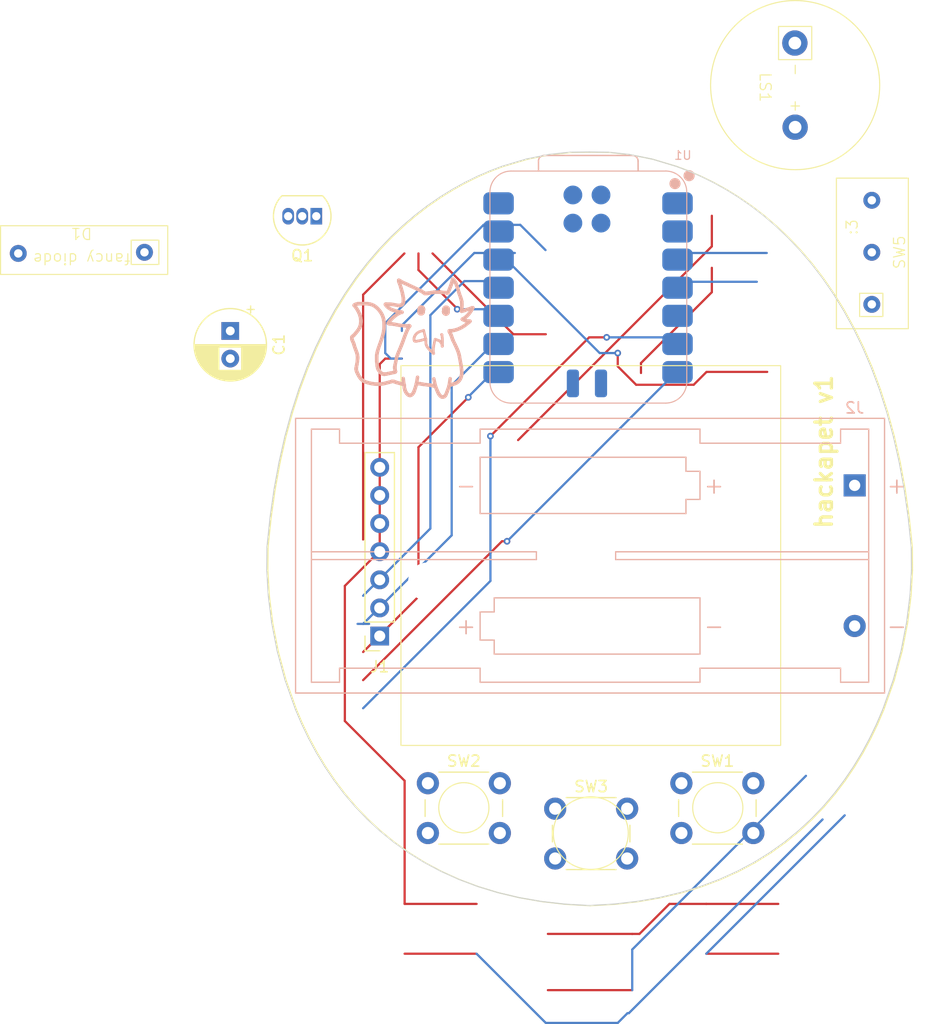
<source format=kicad_pcb>
(kicad_pcb (version 20240108) (generator "pcbnew") (generator_version "8.0")
  (layers (0 "F.Cu" signal) (31 "B.Cu" signal) (34 "B.Paste" user) (35 "F.Paste" user) (36 "B.SilkS" user "B.Silkscreen") (37 "F.SilkS" user "F.Silkscreen") (38 "B.Mask" user) (39 "F.Mask" user) (44 "Edge.Cuts" user))
  (net 0 "")
  (net 1 "Net-(D1-K)")
  (net 2 "GND")
  (net 3 "CS")
  (net 4 "DC")
  (net 5 "+3.3V")
  (net 6 "RST")
  (net 7 "DIN")
  (net 8 "SLK")
  (net 9 "SPEAKER")
  (net 10 "Net-(Q1-C)")
  (net 11 "Net-(SW1-Pad1)")
  (net 12 "Net-(U1-PA4_A1_D1)")
  (net 13 "Net-(U1-PA10_A2_D2)")
  (net 14 "Net-(U1-PA11_A3_D3)")
  (net 15 "Net-(J2-Pin_1)")
  (net 16 "Net-(D1-A)")
  (net 27 "Net-(J2-Pin_2)")
  (footprint "Button_Switch_THT:SW_PUSH_6mm" (layer "F.Cu") (at 142.25 117.35)
    (property "Reference" "SW1")
    (property "Value" "SW_Push")
  )
  (footprint "Button_Switch_THT:SW_PUSH_6mm" (layer "F.Cu") (at 119.35 117.35)
    (property "Reference" "SW2")
    (property "Value" "SW_Push")
  )
  (footprint "Button_Switch_THT:SPDT-amazonl0lz" (layer "F.Cu") (at 162.45 69.4 90)
    (property "Reference" "SW5")
    (property "Value" "SW_SPDT")
  )
  (footprint "Buzzer_Beeper:CVS_1508custom" (layer "F.Cu") (at 149.325 54.5 -90)
    (property "Reference" "LS1")
    (property "Value" "Speaker")
  )
  (footprint "Capacitor_THT:CP_Radial_D6.3mm_P2.50mm" (layer "F.Cu") (at 101.5 76.5 -90)
    (property "Reference" "C1")
    (property "Value" "1uF")
  )
  (footprint "Button_Switch_THT:SW_PUSH_6mm" (layer "F.Cu") (at 130.85 119.65)
    (property "Reference" "SW3")
    (property "Value" "SW_Push")
  )
  (footprint "Package_TO_SOT_THT:TO-92_Inline" (layer "F.Cu") (at 109.27 66.14 180)
    (property "Reference" "Q1")
    (property "Value" "BC557")
  )
  (footprint "Diode_THT:1N5817_amazondiode2" (layer "F.Cu") (at 88.05 67.2 180)
    (property "Reference" "D1")
    (property "Value" "D_Schottky")
  )
  (footprint "Connector_PinSocket_2.54mm:PinSocket_1x07_P2.54mm_Vertical" (layer "F.Cu") (at 115 104.06 180)
    (property "Reference" "J1")
    (property "Value" "Conn_01x07_Socket")
  )
  (footprint "Battery:BatteryHolder_Keystone_2468_2xAAA" (layer "B.Cu") (at 157.9 90.45 180)
    (property "Reference" "J2")
    (property "Value" "battery_holder")
  )
  (footprint "Seeed Studio XIAO Series Library:XIAO-RP2040-SMD" (layer "B.Cu") (at 133.9 72.6 180)
    (property "Reference" "U1")
    (property "Value" "Seeed Studio XIAO SAMD21")
  )
  (gr_line (start 112.924112 79.579172) (end 112.904312 79.675212) (stroke (width 0.317499) (color 254 93 163 1)) (layer "B.SilkS"))
  (gr_line (start 115.322678 75.339914) (end 115.294161 75.244817) (stroke (width 0.317499) (color 254 93 163 1)) (layer "B.SilkS"))
  (gr_line (start 120.995027 74.551122) (end 120.995147 74.549305) (stroke (width 0.687916) (color 254 93 163 1)) (layer "B.SilkS"))
  (gr_line (start 116.907563 72.571498) (end 116.95314 72.724118) (stroke (width 0.317499) (color 254 93 163 1)) (layer "B.SilkS"))
  (gr_line (start 115.525171 74.097207) (end 115.523487 74.09958) (stroke (width 0.317499) (color 254 93 163 1)) (layer "B.SilkS"))
  (gr_line (start 120.323582 82.173146) (end 120.308711 82.147819) (stroke (width 0.317499) (color 254 93 163 1)) (layer "B.SilkS"))
  (gr_line (start 120.656771 77.785972) (end 120.66005 77.796263) (stroke (width 0.238124) (color 91 101 175 1)) (layer "B.SilkS"))
  (gr_line (start 117.674639 76.041206) (end 117.68253 76.042897) (stroke (width 0.317499) (color 254 93 163 1)) (layer "B.SilkS"))
  (gr_line (start 120.083021 72.999875) (end 119.995647 73.003232) (stroke (width 0.317499) (color 254 93 163 1)) (layer "B.SilkS"))
  (gr_line (start 117.698627 76.050639) (end 117.70114 76.054208) (stroke (width 0.317499) (color 254 93 163 1)) (layer "B.SilkS"))
  (gr_line (start 112.667095 77.694513) (end 112.676952 77.731007) (stroke (width 0.317499) (color 254 93 163 1)) (layer "B.SilkS"))
  (gr_line (start 122.405088 80.194324) (end 122.401423 80.104264) (stroke (width 0.317499) (color 254 93 163 1)) (layer "B.SilkS"))
  (gr_line (start 117.196497 81.356026) (end 117.195572 81.348281) (stroke (width 0.317499) (color 254 93 163 1)) (layer "B.SilkS"))
  (gr_line (start 118.745115 74.710897) (end 118.746623 74.698832) (stroke (width 0.687916) (color 254 93 163 1)) (layer "B.SilkS"))
  (gr_line (start 116.863792 71.999646) (end 116.833967 71.982494) (stroke (width 0.317499) (color 254 93 163 1)) (layer "B.SilkS"))
  (gr_line (start 121.839161 76.41577) (end 121.947464 76.38276) (stroke (width 0.317499) (color 254 93 163 1)) (layer "B.SilkS"))
  (gr_line (start 120.1708 72.998356) (end 120.083021 72.999875) (stroke (width 0.317499) (color 254 93 163 1)) (layer "B.SilkS"))
  (gr_line (start 122.763981 75.573709) (end 122.706516 75.554816) (stroke (width 0.317499) (color 254 93 163 1)) (layer "B.SilkS"))
  (gr_line (start 113.016694 74.049592) (end 112.972013 74.054744) (stroke (width 0.317499) (color 254 93 163 1)) (layer "B.SilkS"))
  (gr_line (start 112.998491 76.492222) (end 112.95522 76.549357) (stroke (width 0.317499) (color 254 93 163 1)) (layer "B.SilkS"))
  (gr_line (start 123.142255 75.622979) (end 123.140327 75.620809) (stroke (width 0.317499) (color 254 93 163 1)) (layer "B.SilkS"))
  (gr_line (start 122.477163 75.459004) (end 122.475199 75.456628) (stroke (width 0.317499) (color 254 93 163 1)) (layer "B.SilkS"))
  (gr_line (start 112.787823 74.1199) (end 112.771111 74.128688) (stroke (width 0.317499) (color 254 93 163 1)) (layer "B.SilkS"))
  (gr_line (start 115.010627 80.185957) (end 114.986813 80.156483) (stroke (width 0.317499) (color 254 93 163 1)) (layer "B.SilkS"))
  (gr_line (start 119.843831 78.520144) (end 119.846938 78.52343) (stroke (width 0.238124) (color 91 101 175 1)) (layer "B.SilkS"))
  (gr_line (start 119.539472 73.071698) (end 119.465868 73.084972) (stroke (width 0.317499) (color 254 93 163 1)) (layer "B.SilkS"))
  (gr_line (start 116.146752 74.104099) (end 116.077795 74.098825) (stroke (width 0.317499) (color 254 93 163 1)) (layer "B.SilkS"))
  (gr_line (start 112.702834 74.177772) (end 112.700537 74.181727) (stroke (width 0.317499) (color 254 93 163 1)) (layer "B.SilkS"))
  (gr_line (start 113.299217 75.647902) (end 113.29622 75.721376) (stroke (width 0.317499) (color 254 93 163 1)) (layer "B.SilkS"))
  (gr_line (start 115.734285 74.085778) (end 115.596233 74.084969) (stroke (width 0.317499) (color 254 93 163 1)) (layer "B.SilkS"))
  (gr_line (start 120.722337 82.466015) (end 120.707808 82.467603) (stroke (width 0.317499) (color 254 93 163 1)) (layer "B.SilkS"))
  (gr_line (start 122.403326 73.826789) (end 122.392689 73.774441) (stroke (width 0.317499) (color 254 93 163 1)) (layer "B.SilkS"))
  (gr_line (start 123.399841 74.407447) (end 123.397804 74.405827) (stroke (width 0.317499) (color 254 93 163 1)) (layer "B.SilkS"))
  (gr_line (start 120.653932 77.884774) (end 120.652939 77.885674) (stroke (width 0.238124) (color 91 101 175 1)) (layer "B.SilkS"))
  (gr_line (start 119.843306 78.134515) (end 119.848069 78.067205) (stroke (width 0.238124) (color 91 101 175 1)) (layer "B.SilkS"))
  (gr_line (start 120.003326 77.263156) (end 120.006529 77.261745) (stroke (width 0.238124) (color 91 101 175 1)) (layer "B.SilkS"))
  (gr_line (start 121.292789 81.407908) (end 121.297004 81.404928) (stroke (width 0.317499) (color 254 93 163 1)) (layer "B.SilkS"))
  (gr_line (start 116.938558 72.043348) (end 116.899464 72.020849) (stroke (width 0.317499) (color 254 93 163 1)) (layer "B.SilkS"))
  (gr_line (start 113.527342 81.019251) (end 113.555886 81.036231) (stroke (width 0.317499) (color 254 93 163 1)) (layer "B.SilkS"))
  (gr_line (start 123.028682 75.732086) (end 123.056366 75.709902) (stroke (width 0.317499) (color 254 93 163 1)) (layer "B.SilkS"))
  (gr_line (start 119.908888 73.008512) (end 119.871796 73.01182) (stroke (width 0.317499) (color 254 93 163 1)) (layer "B.SilkS"))
  (gr_line (start 120.650729 77.886097) (end 120.650227 77.885546) (stroke (width 0.238124) (color 91 101 175 1)) (layer "B.SilkS"))
  (gr_line (start 115.539093 74.08986) (end 115.534468 74.091379) (stroke (width 0.317499) (color 254 93 163 1)) (layer "B.SilkS"))
  (gr_line (start 116.897998 74.182044) (end 116.869281 74.18881) (stroke (width 0.317499) (color 254 93 163 1)) (layer "B.SilkS"))
  (gr_line (start 119.846938 78.52343) (end 119.849794 78.526587) (stroke (width 0.238124) (color 91 101 175 1)) (layer "B.SilkS"))
  (gr_line (start 122.47552 75.446029) (end 122.477379 75.443166) (stroke (width 0.317499) (color 254 93 163 1)) (layer "B.SilkS"))
  (gr_line (start 116.172907 81.046938) (end 116.181937 81.047104) (stroke (width 0.317499) (color 254 93 163 1)) (layer "B.SilkS"))
  (gr_line (start 117.555847 76.288939) (end 117.518263 76.365727) (stroke (width 0.317499) (color 254 93 163 1)) (layer "B.SilkS"))
  (gr_line (start 120.395048 82.279451) (end 120.375563 82.252806) (stroke (width 0.317499) (color 254 93 163 1)) (layer "B.SilkS"))
  (gr_line (start 119.157404 77.351333) (end 119.15813 77.392529) (stroke (width 0.238124) (color 91 101 175 1)) (layer "B.SilkS"))
  (gr_line (start 113.678512 81.095135) (end 113.711392 81.107486) (stroke (width 0.317499) (color 254 93 163 1)) (layer "B.SilkS"))
  (gr_line (start 112.4769 77.10767) (end 112.475457 77.118346) (stroke (width 0.317499) (color 254 93 163 1)) (layer "B.SilkS"))
  (gr_line (start 120.655066 77.883459) (end 120.653932 77.884774) (stroke (width 0.238124) (color 91 101 175 1)) (layer "B.SilkS"))
  (gr_line (start 118.407175 76.677942) (end 118.357589 76.718127) (stroke (width 0.238124) (color 91 101 175 1)) (layer "B.SilkS"))
  (gr_line (start 115.266015 76.931916) (end 115.3018 76.79533) (stroke (width 0.317499) (color 254 93 163 1)) (layer "B.SilkS"))
  (gr_line (start 121.306126 76.586432) (end 121.299318 76.56731) (stroke (width 0.317499) (color 254 93 163 1)) (layer "B.SilkS"))
  (gr_line (start 114.800715 79.780797) (end 114.790139 79.729789) (stroke (width 0.317499) (color 254 93 163 1)) (layer "B.SilkS"))
  (gr_line (start 115.522042 74.104986) (end 115.522215 74.108022) (stroke (width 0.317499) (color 254 93 163 1)) (layer "B.SilkS"))
  (gr_line (start 115.398535 80.408856) (end 115.373504 80.407622) (stroke (width 0.317499) (color 254 93 163 1)) (layer "B.SilkS"))
  (gr_line (start 115.3018 76.79533) (end 115.333106 76.657108) (stroke (width 0.317499) (color 254 93 163 1)) (layer "B.SilkS"))
  (gr_line (start 116.910968 74.803105) (end 116.931503 74.805575) (stroke (width 0.317499) (color 254 93 163 1)) (layer "B.SilkS"))
  (gr_line (start 123.137646 74.848379) (end 123.182708 74.78557) (stroke (width 0.317499) (color 254 93 163 1)) (layer "B.SilkS"))
  (gr_line (start 121.584722 71.841561) (end 121.581953 71.846091) (stroke (width 0.317499) (color 254 93 163 1)) (layer "B.SilkS"))
  (gr_line (start 118.110962 77.322176) (end 118.11391 77.336623) (stroke (width 0.238124) (color 91 101 175 1)) (layer "B.SilkS"))
  (gr_line (start 116.369002 79.894703) (end 116.376549 79.955818) (stroke (width 0.317499) (color 254 93 163 1)) (layer "B.SilkS"))
  (gr_line (start 121.322622 76.625193) (end 121.313954 76.605757) (stroke (width 0.317499) (color 254 93 163 1)) (layer "B.SilkS"))
  (gr_line (start 118.718182 77.354615) (end 118.801597 77.332356) (stroke (width 0.238124) (color 91 101 175 1)) (layer "B.SilkS"))
  (gr_line (start 120.655066 77.82123) (end 120.661729 77.592968) (stroke (width 0.238124) (color 91 101 175 1)) (layer "B.SilkS"))
  (gr_line (start 119.998884 77.267699) (end 120.000763 77.26513) (stroke (width 0.238124) (color 91 101 175 1)) (layer "B.SilkS"))
  (gr_line (start 115.90636 75.853935) (end 115.925454 75.855402) (stroke (width 0.317499) (color 254 93 163 1)) (layer "B.SilkS"))
  (gr_line (start 122.024661 72.599946) (end 121.991211 72.499445) (stroke (width 0.317499) (color 254 93 163 1)) (layer "B.SilkS"))
  (gr_line (start 118.11324 81.933544) (end 118.100874 81.963983) (stroke (width 0.317499) (color 254 93 163 1)) (layer "B.SilkS"))
  (gr_line (start 118.732919 74.76214) (end 118.733347 74.759367) (stroke (width 0.687916) (color 254 93 163 1)) (layer "B.SilkS"))
  (gr_line (start 118.127143 77.052347) (end 118.118459 77.081784) (stroke (width 0.238124) (color 91 101 175 1)) (layer "B.SilkS"))
  (gr_line (start 121.947464 76.38276) (end 122.054435 76.344679) (stroke (width 0.317499) (color 254 93 163 1)) (layer "B.SilkS"))
  (gr_line (start 120.994713 73.049081) (end 120.986687 73.047678) (stroke (width 0.317499) (color 254 93 163 1)) (layer "B.SilkS"))
  (gr_line (start 122.177828 73.112035) (end 122.146496 73.009888) (stroke (width 0.317499) (color 254 93 163 1)) (layer "B.SilkS"))
  (gr_line (start 117.15034 73.745203) (end 117.150633 73.780073) (stroke (width 0.317499) (color 254 93 163 1)) (layer "B.SilkS"))
  (gr_line (start 119.022968 73.082087) (end 119.007789 73.070713) (stroke (width 0.317499) (color 254 93 163 1)) (layer "B.SilkS"))
  (gr_line (start 118.027624 82.109541) (end 118.010161 82.136723) (stroke (width 0.317499) (color 254 93 163 1)) (layer "B.SilkS"))
  (gr_line (start 115.79226 75.823799) (end 115.796843 75.826725) (stroke (width 0.317499) (color 254 93 163 1)) (layer "B.SilkS"))
  (gr_line (start 119.15882 77.234335) (end 119.15948 77.238044) (stroke (width 0.238124) (color 91 101 175 1)) (layer "B.SilkS"))
  (gr_line (start 120.981644 74.783215) (end 120.978698 74.781063) (stroke (width 0.687916) (color 254 93 163 1)) (layer "B.SilkS"))
  (gr_line (start 120.413601 77.411505) (end 120.427101 77.422635) (stroke (width 0.238124) (color 91 101 175 1)) (layer "B.SilkS"))
  (gr_line (start 117.288933 81.874316) (end 117.278539 81.84435) (stroke (width 0.317499) (color 254 93 163 1)) (layer "B.SilkS"))
  (gr_line (start 121.947623 81.181908) (end 121.981384 81.161223) (stroke (width 0.317499) (color 254 93 163 1)) (layer "B.SilkS"))
  (gr_line (start 120.989758 74.788257) (end 120.981644 74.783215) (stroke (width 0.687916) (color 254 93 163 1)) (layer "B.SilkS"))
  (gr_line (start 116.371138 79.693439) (end 116.367944 79.720609) (stroke (width 0.317499) (color 254 93 163 1)) (layer "B.SilkS"))
  (gr_line (start 120.444376 77.438528) (end 120.46099 77.455127) (stroke (width 0.238124) (color 91 101 175 1)) (layer "B.SilkS"))
  (gr_line (start 121.209251 81.643242) (end 121.174155 81.746841) (stroke (width 0.317499) (color 254 93 163 1)) (layer "B.SilkS"))
  (gr_line (start 114.911835 80.054684) (end 114.886389 80.014382) (stroke (width 0.317499) (color 254 93 163 1)) (layer "B.SilkS"))
  (gr_line (start 117.633068 76.038091) (end 117.655659 76.038978) (stroke (width 0.317499) (color 254 93 163 1)) (layer "B.SilkS"))
  (gr_line (start 113.245497 76.01283) (end 113.222547 76.084715) (stroke (width 0.317499) (color 254 93 163 1)) (layer "B.SilkS"))
  (gr_line (start 119.465868 73.084972) (end 119.429082 73.090597) (stroke (width 0.317499) (color 254 93 163 1)) (layer "B.SilkS"))
  (gr_line (start 121.286815 76.512093) (end 121.286121 76.503326) (stroke (width 0.317499) (color 254 93 163 1)) (layer "B.SilkS"))
  (gr_line (start 123.2263 74.721524) (end 123.268537 74.656351) (stroke (width 0.317499) (color 254 93 163 1)) (layer "B.SilkS"))
  (gr_line (start 118.339784 77.428369) (end 118.391175 77.420208) (stroke (width 0.238124) (color 91 101 175 1)) (layer "B.SilkS"))
  (gr_line (start 112.80448 74.111561) (end 112.787823 74.1199) (stroke (width 0.317499) (color 254 93 163 1)) (layer "B.SilkS"))
  (gr_line (start 117.313379 81.934388) (end 117.300511 81.904322) (stroke (width 0.317499) (color 254 93 163 1)) (layer "B.SilkS"))
  (gr_line (start 116.611388 78.647107) (end 116.536959 78.845696) (stroke (width 0.317499) (color 254 93 163 1)) (layer "B.SilkS"))
  (gr_line (start 122.498677 74.690213) (end 122.464825 74.698964) (stroke (width 0.317499) (color 254 93 163 1)) (layer "B.SilkS"))
  (gr_line (start 122.39288 74.686168) (end 122.395467 74.64908) (stroke (width 0.317499) (color 254 93 163 1)) (layer "B.SilkS"))
  (gr_line (start 121.665247 71.88447) (end 121.647661 71.865392) (stroke (width 0.317499) (color 254 93 163 1)) (layer "B.SilkS"))
  (gr_line (start 116.279343 75.228927) (end 116.240805 75.26151) (stroke (width 0.317499) (color 254 93 163 1)) (layer "B.SilkS"))
  (gr_line (start 116.809065 74.19708) (end 116.777769 74.198836) (stroke (width 0.317499) (color 254 93 163 1)) (layer "B.SilkS"))
  (gr_line (start 120.966849 74.738208) (end 120.968133 74.732441) (stroke (width 0.687916) (color 254 93 163 1)) (layer "B.SilkS"))
  (gr_line (start 116.363455 79.794257) (end 116.363625 79.818025) (stroke (width 0.317499) (color 254 93 163 1)) (layer "B.SilkS"))
  (gr_line (start 116.991628 77.717804) (end 116.950504 77.82148) (stroke (width 0.317499) (color 254 93 163 1)) (layer "B.SilkS"))
  (gr_line (start 122.415057 74.474512) (end 122.416979 74.448348) (stroke (width 0.317499) (color 254 93 163 1)) (layer "B.SilkS"))
  (gr_line (start 122.416979 74.448348) (end 122.422659 74.290701) (stroke (width 0.317499) (color 254 93 163 1)) (layer "B.SilkS"))
  (gr_line (start 120.817547 82.434377) (end 120.804736 82.440929) (stroke (width 0.317499) (color 254 93 163 1)) (layer "B.SilkS"))
  (gr_line (start 116.715506 71.933927) (end 116.715023 71.936156) (stroke (width 0.317499) (color 254 93 163 1)) (layer "B.SilkS"))
  (gr_line (start 120.019524 77.260552) (end 120.024833 77.261059) (stroke (width 0.238124) (color 91 101 175 1)) (layer "B.SilkS"))
  (gr_line (start 115.884565 80.328384) (end 115.734213 80.360674) (stroke (width 0.317499) (color 254 93 163 1)) (layer "B.SilkS"))
  (gr_line (start 120.665306 77.862411) (end 120.663953 77.866942) (stroke (width 0.238124) (color 91 101 175 1)) (layer "B.SilkS"))
  (gr_line (start 118.194163 77.429883) (end 118.205889 77.431954) (stroke (width 0.238124) (color 91 101 175 1)) (layer "B.SilkS"))
  (gr_line (start 119.570649 81.401849) (end 119.537613 81.397116) (stroke (width 0.317499) (color 254 93 163 1)) (layer "B.SilkS"))
  (gr_line (start 120.552452 82.432251) (end 120.528342 82.41642) (stroke (width 0.317499) (color 254 93 163 1)) (layer "B.SilkS"))
  (gr_line (start 122.980585 74.542103) (end 122.668333 74.645066) (stroke (width 0.317499) (color 254 93 163 1)) (layer "B.SilkS"))
  (gr_line (start 117.035628 73.031683) (end 117.070828 73.186822) (stroke (width 0.317499) (color 254 93 163 1)) (layer "B.SilkS"))
  (gr_line (start 112.59442 77.511462) (end 112.626741 77.584815) (stroke (width 0.317499) (color 254 93 163 1)) (layer "B.SilkS"))
  (gr_line (start 117.119042 80.787261) (end 117.186325 81.326482) (stroke (width 0.317499) (color 254 93 163 1)) (layer "B.SilkS"))
  (gr_line (start 122.156045 81.011725) (end 122.203769 80.953094) (stroke (width 0.317499) (color 254 93 163 1)) (layer "B.SilkS"))
  (gr_line (start 119.160411 77.263436) (end 119.15927 77.281176) (stroke (width 0.238124) (color 91 101 175 1)) (layer "B.SilkS"))
  (gr_line (start 123.389007 74.403615) (end 123.385274 74.403667) (stroke (width 0.317499) (color 254 93 163 1)) (layer "B.SilkS"))
  (gr_line (start 114.317408 81.260424) (end 114.431841 81.278118) (stroke (width 0.317499) (color 254 93 163 1)) (layer "B.SilkS"))
  (gr_line (start 112.818859 76.717238) (end 112.771901 76.771823) (stroke (width 0.317499) (color 254 93 163 1)) (layer "B.SilkS"))
  (gr_line (start 120.667656 77.838022) (end 120.66772 77.843086) (stroke (width 0.238124) (color 91 101 175 1)) (layer "B.SilkS"))
  (gr_line (start 116.127135 81.052124) (end 116.13638 81.050219) (stroke (width 0.317499) (color 254 93 163 1)) (layer "B.SilkS"))
  (gr_line (start 121.139678 73.061689) (end 121.136978 73.063148) (stroke (width 0.317499) (color 254 93 163 1)) (layer "B.SilkS"))
  (gr_line (start 117.240602 81.694431) (end 117.229989 81.634051) (stroke (width 0.317499) (color 254 93 163 1)) (layer "B.SilkS"))
  (gr_line (start 116.235419 81.054857) (end 116.253034 81.059541) (stroke (width 0.317499) (color 254 93 163 1)) (layer "B.SilkS"))
  (gr_line (start 121.28869 81.4111) (end 121.292789 81.407908) (stroke (width 0.317499) (color 254 93 163 1)) (layer "B.SilkS"))
  (gr_line (start 120.678187 82.46834) (end 120.663122 82.467443) (stroke (width 0.317499) (color 254 93 163 1)) (layer "B.SilkS"))
  (gr_line (start 115.925454 75.855402) (end 116.032978 75.86297) (stroke (width 0.317499) (color 254 93 163 1)) (layer "B.SilkS"))
  (gr_line (start 120.647907 82.465668) (end 120.632553 82.462994) (stroke (width 0.317499) (color 254 93 163 1)) (layer "B.SilkS"))
  (gr_line (start 119.213269 77.780701) (end 119.22624 77.81363) (stroke (width 0.238124) (color 91 101 175 1)) (layer "B.SilkS"))
  (gr_line (start 119.861167 78.537817) (end 119.861635 78.537794) (stroke (width 0.238124) (color 91 101 175 1)) (layer "B.SilkS"))
  (gr_line (start 118.609531 81.26923) (end 118.583502 81.266961) (stroke (width 0.317499) (color 254 93 163 1)) (layer "B.SilkS"))
  (gr_line (start 118.230856 77.434449) (end 118.257336 77.435015) (stroke (width 0.238124) (color 91 101 175 1)) (layer "B.SilkS"))
  (gr_line (start 119.933057 81.476065) (end 119.90014 81.470615) (stroke (width 0.317499) (color 254 93 163 1)) (layer "B.SilkS"))
  (gr_line (start 123.11005 75.66389) (end 123.122932 75.65186) (stroke (width 0.317499) (color 254 93 163 1)) (layer "B.SilkS"))
  (gr_line (start 117.278539 81.84435) (end 117.269223 81.814405) (stroke (width 0.317499) (color 254 93 163 1)) (layer "B.SilkS"))
  (gr_line (start 117.575714 82.273184) (end 117.554396 82.258384) (stroke (width 0.317499) (color 254 93 163 1)) (layer "B.SilkS"))
  (gr_line (start 116.863931 74.795323) (end 116.888387 74.79974) (stroke (width 0.317499) (color 254 93 163 1)) (layer "B.SilkS"))
  (gr_line (start 118.824632 72.950168) (end 118.781508 72.924241) (stroke (width 0.317499) (color 254 93 163 1)) (layer "B.SilkS"))
  (gr_line (start 121.19591 72.997221) (end 121.191379 73.004536) (stroke (width 0.317499) (color 254 93 163 1)) (layer "B.SilkS"))
  (gr_line (start 115.778174 75.806495) (end 115.779648 75.810326) (stroke (width 0.317499) (color 254 93 163 1)) (layer "B.SilkS"))
  (gr_line (start 117.592223 76.219998) (end 117.555847 76.288939) (stroke (width 0.317499) (color 254 93 163 1)) (layer "B.SilkS"))
  (gr_line (start 114.775526 81.306557) (end 114.890291 81.307192) (stroke (width 0.317499) (color 254 93 163 1)) (layer "B.SilkS"))
  (gr_line (start 114.082936 74.071134) (end 114.005169 74.058605) (stroke (width 0.317499) (color 254 93 163 1)) (layer "B.SilkS"))
  (gr_line (start 118.95183 73.031836) (end 118.909752 73.003945) (stroke (width 0.317499) (color 254 93 163 1)) (layer "B.SilkS"))
  (gr_line (start 118.510096 81.263336) (end 118.497361 81.261448) (stroke (width 0.317499) (color 254 93 163 1)) (layer "B.SilkS"))
  (gr_line (start 112.828294 78.187225) (end 112.870619 78.300633) (stroke (width 0.317499) (color 254 93 163 1)) (layer "B.SilkS"))
  (gr_line (start 116.569899 75.005359) (end 116.532462 75.031873) (stroke (width 0.317499) (color 254 93 163 1)) (layer "B.SilkS"))
  (gr_line (start 119.998904 81.484078) (end 119.965977 81.480607) (stroke (width 0.317499) (color 254 93 163 1)) (layer "B.SilkS"))
  (gr_line (start 114.767026 74.437284) (end 114.721658 74.395584) (stroke (width 0.317499) (color 254 93 163 1)) (layer "B.SilkS"))
  (gr_line (start 114.790139 79.729789) (end 114.781164 79.678059) (stroke (width 0.317499) (color 254 93 163 1)) (layer "B.SilkS"))
  (gr_line (start 113.437669 74.041401) (end 113.226353 74.040585) (stroke (width 0.317499) (color 254 93 163 1)) (layer "B.SilkS"))
  (gr_line (start 121.297004 81.404928) (end 121.30576 81.399567) (stroke (width 0.317499) (color 254 93 163 1)) (layer "B.SilkS"))
  (gr_line (start 119.635501 78.332355) (end 119.684963 78.378384) (stroke (width 0.238124) (color 91 101 175 1)) (layer "B.SilkS"))
  (gr_line (start 119.537613 81.397116) (end 119.504552 81.393423) (stroke (width 0.317499) (color 254 93 163 1)) (layer "B.SilkS"))
  (gr_line (start 120.632553 82.462994) (end 120.617076 82.459396) (stroke (width 0.317499) (color 254 93 163 1)) (layer "B.SilkS"))
  (gr_line (start 120.0638 77.271279) (end 120.078413 77.276628) (stroke (width 0.238124) (color 91 101 175 1)) (layer "B.SilkS"))
  (gr_line (start 113.615464 81.067534) (end 113.646543 81.081809) (stroke (width 0.317499) (color 254 93 163 1)) (layer "B.SilkS"))
  (gr_line (start 118.100572 77.202424) (end 118.100641 77.233104) (stroke (width 0.238124) (color 91 101 175 1)) (layer "B.SilkS"))
  (gr_line (start 117.401341 82.092613) (end 117.369057 82.041743) (stroke (width 0.317499) (color 254 93 163 1)) (layer "B.SilkS"))
  (gr_line (start 112.655203 77.657986) (end 112.667095 77.694513) (stroke (width 0.317499) (color 254 93 163 1)) (layer "B.SilkS"))
  (gr_line (start 116.607897 74.979671) (end 116.569899 75.005359) (stroke (width 0.317499) (color 254 93 163 1)) (layer "B.SilkS"))
  (gr_line (start 120.968782 74.769034) (end 120.967643 74.766418) (stroke (width 0.687916) (color 254 93 163 1)) (layer "B.SilkS"))
  (gr_line (start 123.141743 75.631691) (end 123.143025 75.628398) (stroke (width 0.317499) (color 254 93 163 1)) (layer "B.SilkS"))
  (gr_line (start 120.257257 82.047419) (end 120.224676 81.974741) (stroke (width 0.317499) (color 254 93 163 1)) (layer "B.SilkS"))
  (gr_line (start 121.130357 73.065609) (end 121.126565 73.066478) (stroke (width 0.317499) (color 254 93 163 1)) (layer "B.SilkS"))
  (gr_line (start 120.560486 77.586924) (end 120.57254 77.607383) (stroke (width 0.238124) (color 91 101 175 1)) (layer "B.SilkS"))
  (gr_line (start 116.719194 71.931602) (end 116.716916 71.932423) (stroke (width 0.317499) (color 254 93 163 1)) (layer "B.SilkS"))
  (gr_line (start 116.318889 75.19696) (end 116.279343 75.228927) (stroke (width 0.317499) (color 254 93 163 1)) (layer "B.SilkS"))
  (gr_line (start 113.127178 76.296849) (end 113.086159 76.366141) (stroke (width 0.317499) (color 254 93 163 1)) (layer "B.SilkS"))
  (gr_line (start 122.400036 74.604565) (end 122.410887 74.512474) (stroke (width 0.317499) (color 254 93 163 1)) (layer "B.SilkS"))
  (gr_line (start 115.558008 74.086551) (end 115.550829 74.087448) (stroke (width 0.317499) (color 254 93 163 1)) (layer "B.SilkS"))
  (gr_line (start 112.944941 80.228325) (end 112.958316 80.259257) (stroke (width 0.317499) (color 254 93 163 1)) (layer "B.SilkS"))
  (gr_line (start 122.833959 75.892018) (end 122.918338 75.821245) (stroke (width 0.317499) (color 254 93 163 1)) (layer "B.SilkS"))
  (gr_line (start 117.619469 82.297715) (end 117.597415 82.286328) (stroke (width 0.317499) (color 254 93 163 1)) (layer "B.SilkS"))
  (gr_line (start 117.008099 81.284668) (end 117.097303 81.304718) (stroke (width 0.317499) (color 254 93 163 1)) (layer "B.SilkS"))
  (gr_line (start 117.197224 81.364531) (end 117.196497 81.356026) (stroke (width 0.317499) (color 254 93 163 1)) (layer "B.SilkS"))
  (gr_line (start 121.365604 80.81372) (end 121.274376 81.420921) (stroke (width 0.317499) (color 254 93 163 1)) (layer "B.SilkS"))
  (gr_line (start 120.612613 76.851651) (end 120.611622 76.849731) (stroke (width 0.238124) (color 91 101 175 1)) (layer "B.SilkS"))
  (gr_line (start 118.103494 72.586389) (end 117.827351 72.460451) (stroke (width 0.317499) (color 254 93 163 1)) (layer "B.SilkS"))
  (gr_line (start 116.376549 79.955818) (end 116.387178 80.030077) (stroke (width 0.317499) (color 254 93 163 1)) (layer "B.SilkS"))
  (gr_line (start 112.701532 74.195618) (end 112.797971 74.317166) (stroke (width 0.317499) (color 254 93 163 1)) (layer "B.SilkS"))
  (gr_line (start 119.122916 73.121471) (end 119.11834 73.122078) (stroke (width 0.317499) (color 254 93 163 1)) (layer "B.SilkS"))
  (gr_line (start 118.743345 74.722959) (end 118.745115 74.710897) (stroke (width 0.687916) (color 254 93 163 1)) (layer "B.SilkS"))
  (gr_line (start 119.854715 78.532156) (end 119.856764 78.534389) (stroke (width 0.238124) (color 91 101 175 1)) (layer "B.SilkS"))
  (gr_line (start 118.32694 81.241607) (end 118.323856 81.237314) (stroke (width 0.317499)) (layer "B.SilkS"))
  (gr_line (start 120.608031 76.844697) (end 120.606594 76.843236) (stroke (width 0.238124) (color 91 101 175 1)) (layer "B.SilkS"))
  (gr_line (start 116.374721 80.226263) (end 116.366917 80.229602) (stroke (width 0.317499) (color 254 93 163 1)) (layer "B.SilkS"))
  (gr_line (start 113.585253 81.052333) (end 113.615464 81.067534) (stroke (width 0.317499) (color 254 93 163 1)) (layer "B.SilkS"))
  (gr_line (start 120.476964 77.472383) (end 120.492318 77.490247) (stroke (width 0.238124) (color 91 101 175 1)) (layer "B.SilkS"))
  (gr_line (start 120.973622 74.710598) (end 120.974415 74.705691) (stroke (width 0.687916) (color 254 93 163 1)) (layer "B.SilkS"))
  (gr_line (start 120.224676 81.974741) (end 120.18799 81.889225) (stroke (width 0.317499) (color 254 93 163 1)) (layer "B.SilkS"))
  (gr_line (start 118.125021 81.902864) (end 118.11324 81.933544) (stroke (width 0.317499) (color 254 93 163 1)) (layer "B.SilkS"))
  (gr_line (start 118.737075 74.745372) (end 118.740677 74.734127) (stroke (width 0.687916) (color 254 93 163 1)) (layer "B.SilkS"))
  (gr_line (start 113.859727 81.153607) (end 113.974185 81.185339) (stroke (width 0.317499) (color 254 93 163 1)) (layer "B.SilkS"))
  (gr_line (start 112.516527 77.025556) (end 112.510166 77.033664) (stroke (width 0.317499) (color 254 93 163 1)) (layer "B.SilkS"))
  (gr_line (start 112.987598 79.172908) (end 112.973753 79.27837) (stroke (width 0.317499) (color 254 93 163 1)) (layer "B.SilkS"))
  (gr_line (start 122.395597 80.449369) (end 122.403227 80.367569) (stroke (width 0.317499) (color 254 93 163 1)) (layer "B.SilkS"))
  (gr_line (start 120.974709 74.701104) (end 120.974542 74.689177) (stroke (width 0.687916) (color 254 93 163 1)) (layer "B.SilkS"))
  (gr_line (start 117.220707 81.573198) (end 117.202729 81.449435) (stroke (width 0.317499) (color 254 93 163 1)) (layer "B.SilkS"))
  (gr_line (start 118.227773 76.858927) (end 118.209587 76.88492) (stroke (width 0.238124) (color 91 101 175 1)) (layer "B.SilkS"))
  (gr_line (start 116.949818 74.807309) (end 116.979098 74.809199) (stroke (width 0.317499) (color 254 93 163 1)) (layer "B.SilkS"))
  (gr_line (start 117.140716 72.144061) (end 117.058762 72.105702) (stroke (width 0.317499) (color 254 93 163 1)) (layer "B.SilkS"))
  (gr_line (start 120.987564 74.576522) (end 120.990468 74.569271) (stroke (width 0.687916) (color 254 93 163 1)) (layer "B.SilkS"))
  (gr_line (start 117.134152 73.569897) (end 117.142702 73.640003) (stroke (width 0.317499) (color 254 93 163 1)) (layer "B.SilkS"))
  (gr_line (start 116.950504 77.82148) (end 116.908656 77.923868) (stroke (width 0.317499) (color 254 93 163 1)) (layer "B.SilkS"))
  (gr_line (start 113.226353 74.040585) (end 113.11733 74.043133) (stroke (width 0.317499) (color 254 93 163 1)) (layer "B.SilkS"))
  (gr_line (start 115.778581 75.793827) (end 115.777591 75.79825) (stroke (width 0.317499) (color 254 93 163 1)) (layer "B.SilkS"))
  (gr_line (start 121.145191 73.05809) (end 121.142418 73.059999) (stroke (width 0.317499) (color 254 93 163 1)) (layer "B.SilkS"))
  (gr_line (start 121.876061 81.219325) (end 121.912517 81.201288) (stroke (width 0.317499) (color 254 93 163 1)) (layer "B.SilkS"))
  (gr_line (start 121.186534 73.011891) (end 121.181424 73.019185) (stroke (width 0.317499) (color 254 93 163 1)) (layer "B.SilkS"))
  (gr_line (start 121.917377 72.301354) (end 121.876039 72.203914) (stroke (width 0.317499) (color 254 93 163 1)) (layer "B.SilkS"))
  (gr_line (start 114.370039 74.162112) (end 114.327719 74.143692) (stroke (width 0.317499) (color 254 93 163 1)) (layer "B.SilkS"))
  (gr_line (start 118.176764 76.938707) (end 118.162257 76.96642) (stroke (width 0.238124) (color 91 101 175 1)) (layer "B.SilkS"))
  (gr_line (start 117.141847 81.315241) (end 117.186325 81.326482) (stroke (width 0.317499) (color 254 93 163 1)) (layer "B.SilkS"))
  (gr_line (start 120.658387 77.247191) (end 120.651144 77.132445) (stroke (width 0.238124) (color 91 101 175 1)) (layer "B.SilkS"))
  (gr_line (start 120.935737 82.327056) (end 120.917751 82.35066) (stroke (width 0.317499) (color 254 93 163 1)) (layer "B.SilkS"))
  (gr_line (start 119.29179 77.937628) (end 119.311191 77.967124) (stroke (width 0.238124) (color 91 101 175 1)) (layer "B.SilkS"))
  (gr_line (start 116.199888 81.04848) (end 116.217709 81.051117) (stroke (width 0.317499) (color 254 93 163 1)) (layer "B.SilkS"))
  (gr_line (start 118.183044 77.427209) (end 118.194163 77.429883) (stroke (width 0.238124) (color 91 101 175 1)) (layer "B.SilkS"))
  (gr_line (start 118.217098 81.623178) (end 118.187641 81.718542) (stroke (width 0.317499) (color 254 93 163 1)) (layer "B.SilkS"))
  (gr_line (start 115.562647 74.168652) (end 115.572505 74.181626) (stroke (width 0.317499) (color 254 93 163 1)) (layer "B.SilkS"))
  (gr_line (start 115.528098 74.122431) (end 115.530701 74.12661) (stroke (width 0.317499) (color 254 93 163 1)) (layer "B.SilkS"))
  (gr_line (start 118.521676 81.264575) (end 118.510096 81.263336) (stroke (width 0.317499) (color 254 93 163 1)) (layer "B.SilkS"))
  (gr_line (start 118.100874 81.963983) (end 118.087848 81.994093) (stroke (width 0.317499) (color 254 93 163 1)) (layer "B.SilkS"))
  (gr_line (start 121.623888 71.841587) (end 121.618066 71.837147) (stroke (width 0.317499) (color 254 93 163 1)) (layer "B.SilkS"))
  (gr_line (start 117.404475 76.622634) (end 117.333962 76.795484) (stroke (width 0.317499) (color 254 93 163 1)) (layer "B.SilkS"))
  (gr_line (start 116.035765 80.297601) (end 115.884565 80.328384) (stroke (width 0.317499) (color 254 93 163 1)) (layer "B.SilkS"))
  (gr_line (start 123.079185 75.613563) (end 123.003673 75.616542) (stroke (width 0.317499) (color 254 93 163 1)) (layer "B.SilkS"))
  (gr_line (start 120.595228 77.649025) (end 120.616157 77.6913) (stroke (width 0.238124) (color 91 101 175 1)) (layer "B.SilkS"))
  (gr_line (start 116.806742 74.870672) (end 116.765749 74.889206) (stroke (width 0.317499) (color 254 93 163 1)) (layer "B.SilkS"))
  (gr_line (start 120.707808 82.467603) (end 120.693086 82.468386) (stroke (width 0.317499) (color 254 93 163 1)) (layer "B.SilkS"))
  (gr_line (start 116.270573 81.065011) (end 116.288052 81.071109) (stroke (width 0.317499) (color 254 93 163 1)) (layer "B.SilkS"))
  (gr_line (start 113.220965 80.72983) (end 113.261264 80.781587) (stroke (width 0.317499) (color 254 93 163 1)) (layer "B.SilkS"))
  (gr_line (start 121.113526 73.067798) (end 121.103671 73.067733) (stroke (width 0.317499) (color 254 93 163 1)) (layer "B.SilkS"))
  (gr_line (start 122.55315 75.397326) (end 122.570716 75.389258) (stroke (width 0.317499) (color 254 93 163 1)) (layer "B.SilkS"))
  (gr_line (start 121.454898 72.32386) (end 121.435134 72.378398) (stroke (width 0.317499) (color 254 93 163 1)) (layer "B.SilkS"))
  (gr_line (start 119.858528 78.536137) (end 119.8593 78.5368) (stroke (width 0.238124) (color 91 101 175 1)) (layer "B.SilkS"))
  (gr_line (start 118.746623 74.698832) (end 118.749015 74.674694) (stroke (width 0.687916) (color 254 93 163 1)) (layer "B.SilkS"))
  (gr_line (start 122.365733 80.607043) (end 122.383114 80.52929) (stroke (width 0.317499) (color 254 93 163 1)) (layer "B.SilkS"))
  (gr_line (start 118.73255 74.767647) (end 118.732646 74.764901) (stroke (width 0.687916) (color 254 93 163 1)) (layer "B.SilkS"))
  (gr_line (start 112.474732 77.129401) (end 112.474759 77.140854) (stroke (width 0.317499) (color 254 93 163 1)) (layer "B.SilkS"))
  (gr_line (start 123.401383 74.409556) (end 123.399841 74.407447) (stroke (width 0.317499) (color 254 93 163 1)) (layer "B.SilkS"))
  (gr_line (start 122.352143 73.619398) (end 122.319708 73.517301) (stroke (width 0.317499) (color 254 93 163 1)) (layer "B.SilkS"))
  (gr_line (start 116.908656 77.923868) (end 116.81202 78.154658) (stroke (width 0.317499) (color 254 93 163 1)) (layer "B.SilkS"))
  (gr_line (start 116.145578 81.048768) (end 116.15473 81.04775) (stroke (width 0.317499) (color 254 93 163 1)) (layer "B.SilkS"))
  (gr_line (start 121.546479 77.160153) (end 121.521255 77.084607) (stroke (width 0.317499) (color 254 93 163 1)) (layer "B.SilkS"))
  (gr_line (start 118.96884 76.451933) (end 119.15882 77.234335) (stroke (width 0.238124) (color 91 101 175 1)) (layer "B.SilkS"))
  (gr_line (start 115.365265 75.536852) (end 115.346294 75.437171) (stroke (width 0.317499) (color 254 93 163 1)) (layer "B.SilkS"))
  (gr_line (start 113.30378 80.831007) (end 113.348693 80.877895) (stroke (width 0.317499) (color 254 93 163 1)) (layer "B.SilkS"))
  (gr_line (start 120.973905 74.629395) (end 120.974377 74.623423) (stroke (width 0.687916) (color 254 93 163 1)) (layer "B.SilkS"))
  (gr_line (start 112.977492 78.647629) (end 112.987484 78.698092) (stroke (width 0.317499) (color 254 93 163 1)) (layer "B.SilkS"))
  (gr_line (start 119.127811 77.217741) (end 119.132074 77.216161) (stroke (width 0.238124) (color 91 101 175 1)) (layer "B.SilkS"))
  (gr_line (start 119.318762 73.101407) (end 119.270038 73.103503) (stroke (width 0.317499) (color 254 93 163 1)) (layer "B.SilkS"))
  (gr_line (start 119.365605 81.378825) (end 119.22703 81.362055) (stroke (width 0.317499) (color 254 93 163 1)) (layer "B.SilkS"))
  (gr_line (start 112.708234 77.846488) (end 112.745172 77.960672) (stroke (width 0.317499) (color 254 93 163 1)) (layer "B.SilkS"))
  (gr_line (start 119.167639 77.556752) (end 119.172067 77.597737) (stroke (width 0.238124) (color 91 101 175 1)) (layer "B.SilkS"))
  (gr_line (start 112.874195 79.971733) (end 112.878185 80.004848) (stroke (width 0.317499) (color 254 93 163 1)) (layer "B.SilkS"))
  (gr_line (start 117.900507 82.260265) (end 117.876606 82.277901) (stroke (width 0.317499) (color 254 93 163 1)) (layer "B.SilkS"))
  (gr_line (start 113.000194 78.801207) (end 113.00328 78.853626) (stroke (width 0.317499) (color 254 93 163 1)) (layer "B.SilkS"))
  (gr_line (start 112.699618 74.192476) (end 112.701532 74.195618) (stroke (width 0.317499) (color 254 93 163 1)) (layer "B.SilkS"))
  (gr_line (start 121.579438 71.85128) (end 121.575104 71.863365) (stroke (width 0.317499) (color 254 93 163 1)) (layer "B.SilkS"))
  (gr_line (start 120.651344 77.886316) (end 120.650729 77.886097) (stroke (width 0.238124) (color 91 101 175 1)) (layer "B.SilkS"))
  (gr_line (start 117.195572 81.348281) (end 117.194403 81.341456) (stroke (width 0.317499) (color 254 93 163 1)) (layer "B.SilkS"))
  (gr_line (start 120.794184 73.030112) (end 120.608314 73.015338) (stroke (width 0.317499) (color 254 93 163 1)) (layer "B.SilkS"))
  (gr_line (start 122.113504 78.461847) (end 122.081857 78.368783) (stroke (width 0.317499) (color 254 93 163 1)) (layer "B.SilkS"))
  (gr_line (start 115.523487 74.09958) (end 115.522455 74.102173) (stroke (width 0.317499) (color 254 93 163 1)) (layer "B.SilkS"))
  (gr_line (start 116.925656 74.173354) (end 116.897998 74.182044) (stroke (width 0.317499) (color 254 93 163 1)) (layer "B.SilkS"))
  (gr_line (start 119.8593 78.5368) (end 119.859998 78.537309) (stroke (width 0.238124) (color 91 101 175 1)) (layer "B.SilkS"))
  (gr_line (start 114.203003 81.238936) (end 114.317408 81.260424) (stroke (width 0.317499) (color 254 93 163 1)) (layer "B.SilkS"))
  (gr_line (start 116.996113 72.87748) (end 117.035628 73.031683) (stroke (width 0.317499) (color 254 93 163 1)) (layer "B.SilkS"))
  (gr_line (start 116.536959 78.845696) (end 116.392655 79.556949) (stroke (width 0.317499) (color 254 93 163 1)) (layer "B.SilkS"))
  (gr_line (start 112.69886 74.189099) (end 112.699618 74.192476) (stroke (width 0.317499) (color 254 93 163 1)) (layer "B.SilkS"))
  (gr_line (start 116.322902 81.084554) (end 116.357723 81.098611) (stroke (width 0.317499) (color 254 93 163 1)) (layer "B.SilkS"))
  (gr_line (start 121.133836 73.064503) (end 121.130357 73.065609) (stroke (width 0.317499) (color 254 93 163 1)) (layer "B.SilkS"))
  (gr_line (start 113.856072 74.045423) (end 113.716325 74.041843) (stroke (width 0.317499) (color 254 93 163 1)) (layer "B.SilkS"))
  (gr_line (start 118.966196 77.280227) (end 119.047377 77.250294) (stroke (width 0.238124) (color 91 101 175 1)) (layer "B.SilkS"))
  (gr_line (start 119.256443 77.877002) (end 119.273514 77.907616) (stroke (width 0.238124) (color 91 101 175 1)) (layer "B.SilkS"))
  (gr_line (start 116.387178 80.030077) (end 116.39045 80.049271) (stroke (width 0.317499) (color 254 93 163 1)) (layer "B.SilkS"))
  (gr_line (start 122.103103 81.06615) (end 122.130229 81.039481) (stroke (width 0.317499) (color 254 93 163 1)) (layer "B.SilkS"))
  (gr_line (start 121.1761 73.026316) (end 121.170611 73.033182) (stroke (width 0.317499) (color 254 93 163 1)) (layer "B.SilkS"))
  (gr_line (start 115.566105 74.085856) (end 115.558008 74.086551) (stroke (width 0.317499) (color 254 93 163 1)) (layer "B.SilkS"))
  (gr_line (start 115.881267 75.850869) (end 115.90636 75.853935) (stroke (width 0.317499) (color 254 93 163 1)) (layer "B.SilkS"))
  (gr_line (start 114.005169 74.058605) (end 113.929509 74.050346) (stroke (width 0.317499) (color 254 93 163 1)) (layer "B.SilkS"))
  (gr_line (start 119.142709 77.214811) (end 119.145587 77.215393) (stroke (width 0.238124) (color 91 101 175 1)) (layer "B.SilkS"))
  (gr_line (start 112.898909 74.069803) (end 112.87248 74.080074) (stroke (width 0.317499) (color 254 93 163 1)) (layer "B.SilkS"))
  (gr_line (start 117.192941 81.335706) (end 117.192085 81.333284) (stroke (width 0.317499) (color 254 93 163 1)) (layer "B.SilkS"))
  (gr_line (start 115.867469 75.848655) (end 115.881267 75.850869) (stroke (width 0.317499) (color 254 93 163 1)) (layer "B.SilkS"))
  (gr_line (start 120.609341 76.846262) (end 120.608031 76.844697) (stroke (width 0.238124) (color 91 101 175 1)) (layer "B.SilkS"))
  (gr_line (start 119.201826 77.746831) (end 119.213269 77.780701) (stroke (width 0.238124) (color 91 101 175 1)) (layer "B.SilkS"))
  (gr_line (start 123.385274 74.403667) (end 123.38119 74.404067) (stroke (width 0.317499) (color 254 93 163 1)) (layer "B.SilkS"))
  (gr_line (start 116.833967 71.982494) (end 116.801152 71.964473) (stroke (width 0.317499) (color 254 93 163 1)) (layer "B.SilkS"))
  (gr_line (start 113.004431 78.906465) (end 113.003831 78.959609) (stroke (width 0.317499) (color 254 93 163 1)) (layer "B.SilkS"))
  (gr_line (start 116.348592 80.235338) (end 116.337992 80.237722) (stroke (width 0.317499) (color 254 93 163 1)) (layer "B.SilkS"))
  (gr_line (start 114.088602 81.213845) (end 114.203003 81.238936) (stroke (width 0.317499) (color 254 93 163 1)) (layer "B.SilkS"))
  (gr_line (start 120.172545 77.316352) (end 120.239179 77.335143) (stroke (width 0.238124) (color 91 101 175 1)) (layer "B.SilkS"))
  (gr_line (start 116.163839 81.047147) (end 116.172907 81.046938) (stroke (width 0.317499) (color 254 93 163 1)) (layer "B.SilkS"))
  (gr_line (start 119.636653 81.413782) (end 119.603661 81.407458) (stroke (width 0.317499) (color 254 93 163 1)) (layer "B.SilkS"))
  (gr_line (start 119.159436 77.433655) (end 119.161404 77.474725) (stroke (width 0.238124) (color 91 101 175 1)) (layer "B.SilkS"))
  (gr_line (start 122.159837 76.301817) (end 122.263435 76.254459) (stroke (width 0.317499) (color 254 93 163 1)) (layer "B.SilkS"))
  (gr_line (start 120.660238 77.875549) (end 120.657842 77.879598) (stroke (width 0.238124) (color 91 101 175 1)) (layer "B.SilkS"))
  (gr_line (start 116.108493 81.057375) (end 116.11784 81.054503) (stroke (width 0.317499) (color 254 93 163 1)) (layer "B.SilkS"))
  (gr_line (start 115.781844 75.813968) (end 115.784711 75.817425) (stroke (width 0.317499) (color 254 93 163 1)) (layer "B.SilkS"))
  (gr_line (start 119.199353 73.108345) (end 119.175756 73.111297) (stroke (width 0.317499) (color 254 93 163 1)) (layer "B.SilkS"))
  (gr_line (start 112.493679 77.059324) (end 112.489162 77.068385) (stroke (width 0.317499) (color 254 93 163 1)) (layer "B.SilkS"))
  (gr_line (start 113.176436 74.991073) (end 113.224831 75.134973) (stroke (width 0.317499) (color 254 93 163 1)) (layer "B.SilkS"))
  (gr_line (start 117.757492 82.323441) (end 117.733963 82.324733) (stroke (width 0.317499) (color 254 93 163 1)) (layer "B.SilkS"))
  (gr_line (start 115.544535 74.088551) (end 115.539093 74.08986) (stroke (width 0.317499) (color 254 93 163 1)) (layer "B.SilkS"))
  (gr_line (start 123.392465 74.447399) (end 123.395913 74.440366) (stroke (width 0.317499) (color 254 93 163 1)) (layer "B.SilkS"))
  (gr_line (start 118.010161 82.136723) (end 117.991585 82.16306) (stroke (width 0.317499) (color 254 93 163 1)) (layer "B.SilkS"))
  (gr_line (start 119.8578 78.499182) (end 119.854619 78.476283) (stroke (width 0.238124) (color 91 101 175 1)) (layer "B.SilkS"))
  (gr_line (start 121.813916 72.086326) (end 121.799142 72.062452) (stroke (width 0.317499) (color 254 93 163 1)) (layer "B.SilkS"))
  (gr_line (start 120.078689 81.617716) (end 120.05097 81.542917) (stroke (width 0.317499) (color 254 93 163 1)) (layer "B.SilkS"))
  (gr_line (start 119.845355 78.383984) (end 119.843798 78.360948) (stroke (width 0.238124) (color 91 101 175 1)) (layer "B.SilkS"))
  (gr_line (start 121.364917 81.379865) (end 121.386011 81.37609) (stroke (width 0.317499) (color 254 93 163 1)) (layer "B.SilkS"))
  (gr_line (start 120.967643 74.766418) (end 120.966747 74.763746) (stroke (width 0.687916) (color 254 93 163 1)) (layer "B.SilkS"))
  (gr_line (start 122.71045 75.293042) (end 122.771406 75.24411) (stroke (width 0.317499) (color 254 93 163 1)) (layer "B.SilkS"))
  (gr_line (start 120.375563 82.252806) (end 120.357097 82.22598) (stroke (width 0.317499) (color 254 93 163 1)) (layer "B.SilkS"))
  (gr_line (start 120.97382 74.776486) (end 120.971853 74.774074) (stroke (width 0.687916) (color 254 93 163 1)) (layer "B.SilkS"))
  (gr_line (start 122.423066 73.984168) (end 122.419886 73.945379) (stroke (width 0.317499) (color 254 93 163 1)) (layer "B.SilkS"))
  (gr_line (start 119.760755 73.027775) (end 119.686893 73.041756) (stroke (width 0.317499) (color 254 93 163 1)) (layer "B.SilkS"))
  (gr_line (start 112.510166 77.033664) (end 112.504216 77.041982) (stroke (width 0.317499) (color 254 93 163 1)) (layer "B.SilkS"))
  (gr_line (start 118.737954 72.898926) (end 118.693929 72.874204) (stroke (width 0.317499) (color 254 93 163 1)) (layer "B.SilkS"))
  (gr_line (start 115.796843 75.826725) (end 115.801899 75.829482) (stroke (width 0.317499) (color 254 93 163 1)) (layer "B.SilkS"))
  (gr_line (start 116.41272 80.163982) (end 116.412628 80.170607) (stroke (width 0.317499) (color 254 93 163 1)) (layer "B.SilkS"))
  (gr_line (start 122.395467 74.64908) (end 122.400036 74.604565) (stroke (width 0.317499) (color 254 93 163 1)) (layer "B.SilkS"))
  (gr_line (start 114.725189 79.150171) (end 114.721623 79.087837) (stroke (width 0.317499) (color 254 93 163 1)) (layer "B.SilkS"))
  (gr_line (start 119.859998 78.537309) (end 119.860621 78.537652) (stroke (width 0.238124) (color 91 101 175 1)) (layer "B.SilkS"))
  (gr_line (start 119.392305 73.095323) (end 119.355532 73.098983) (stroke (width 0.317499) (color 254 93 163 1)) (layer "B.SilkS"))
  (gr_line (start 114.781164 79.678059) (end 114.767017 79.573648) (stroke (width 0.317499) (color 254 93 163 1)) (layer "B.SilkS"))
  (gr_line (start 118.147129 81.841126) (end 118.125021 81.902864) (stroke (width 0.317499) (color 254 93 163 1)) (layer "B.SilkS"))
  (gr_line (start 121.170611 73.033182) (end 121.165005 73.039683) (stroke (width 0.317499) (color 254 93 163 1)) (layer "B.SilkS"))
  (gr_line (start 115.963701 75.544777) (end 115.932328 75.583065) (stroke (width 0.317499) (color 254 93 163 1)) (layer "B.SilkS"))
  (gr_line (start 120.289533 77.350284) (end 120.306104 77.35593) (stroke (width 0.238124) (color 91 101 175 1)) (layer "B.SilkS"))
  (gr_line (start 113.001664 79.012941) (end 112.998114 79.066345) (stroke (width 0.317499) (color 254 93 163 1)) (layer "B.SilkS"))
  (gr_line (start 120.078413 77.276628) (end 120.172545 77.316352) (stroke (width 0.238124) (color 91 101 175 1)) (layer "B.SilkS"))
  (gr_line (start 119.055835 73.104331) (end 119.04735 73.099126) (stroke (width 0.317499) (color 254 93 163 1)) (layer "B.SilkS"))
  (gr_line (start 121.602975 71.831158) (end 121.59868 71.83138) (stroke (width 0.317499) (color 254 93 163 1)) (layer "B.SilkS"))
  (gr_line (start 122.410887 74.512474) (end 122.415057 74.474512) (stroke (width 0.317499) (color 254 93 163 1)) (layer "B.SilkS"))
  (gr_line (start 120.973426 74.653311) (end 120.973427 74.641349) (stroke (width 0.687916) (color 254 93 163 1)) (layer "B.SilkS"))
  (gr_line (start 119.160306 77.246029) (end 119.160575 77.254572) (stroke (width 0.238124) (color 91 101 175 1)) (layer "B.SilkS"))
  (gr_line (start 121.354508 81.382073) (end 121.364917 81.379865) (stroke (width 0.317499) (color 254 93 163 1)) (layer "B.SilkS"))
  (gr_line (start 122.480052 75.461246) (end 122.477163 75.459004) (stroke (width 0.317499) (color 254 93 163 1)) (layer "B.SilkS"))
  (gr_line (start 119.156929 77.227634) (end 119.157975 77.230855) (stroke (width 0.238124) (color 91 101 175 1)) (layer "B.SilkS"))
  (gr_line (start 119.586825 78.285503) (end 119.635501 78.332355) (stroke (width 0.238124) (color 91 101 175 1)) (layer "B.SilkS"))
  (gr_line (start 117.187695 81.327069) (end 117.186325 81.326482) (stroke (width 0.317499) (color 254 93 163 1)) (layer "B.SilkS"))
  (gr_line (start 117.070828 73.186822) (end 117.100858 73.342993) (stroke (width 0.317499) (color 254 93 163 1)) (layer "B.SilkS"))
  (gr_line (start 121.261088 72.831087) (end 121.21212 72.964803) (stroke (width 0.317499) (color 254 93 163 1)) (layer "B.SilkS"))
  (gr_line (start 115.260484 75.151618) (end 115.221388 75.060055) (stroke (width 0.317499) (color 254 93 163 1)) (layer "B.SilkS"))
  (gr_line (start 118.73391 74.756583) (end 118.734585 74.75379) (stroke (width 0.687916) (color 254 93 163 1)) (layer "B.SilkS"))
  (gr_line (start 121.828006 72.110218) (end 121.813916 72.086326) (stroke (width 0.317499) (color 254 93 163 1)) (layer "B.SilkS"))
  (gr_line (start 118.256052 81.490345) (end 118.217098 81.623178) (stroke (width 0.317499) (color 254 93 163 1)) (layer "B.SilkS"))
  (gr_line (start 117.269223 81.814405) (end 117.260877 81.78446) (stroke (width 0.317499) (color 254 93 163 1)) (layer "B.SilkS"))
  (gr_line (start 120.6532 77.775958) (end 120.656771 77.785972) (stroke (width 0.238124) (color 91 101 175 1)) (layer "B.SilkS"))
  (gr_line (start 121.313954 76.605757) (end 121.306126 76.586432) (stroke (width 0.317499) (color 254 93 163 1)) (layer "B.SilkS"))
  (gr_line (start 116.726121 71.931847) (end 116.722282 71.931424) (stroke (width 0.317499) (color 254 93 163 1)) (layer "B.SilkS"))
  (gr_line (start 117.518263 76.365727) (end 117.480092 76.448308) (stroke (width 0.317499) (color 254 93 163 1)) (layer "B.SilkS"))
  (gr_line (start 119.086575 73.11837) (end 119.082102 73.116879) (stroke (width 0.317499) (color 254 93 163 1)) (layer "B.SilkS"))
  (gr_line (start 117.436262 82.140527) (end 117.401341 82.092613) (stroke (width 0.317499) (color 254 93 163 1)) (layer "B.SilkS"))
  (gr_line (start 121.751461 71.991969) (end 121.734694 71.969197) (stroke (width 0.317499) (color 254 93 163 1)) (layer "B.SilkS"))
  (gr_line (start 117.044533 74.096647) (end 117.02368 74.116844) (stroke (width 0.317499) (color 254 93 163 1)) (layer "B.SilkS"))
  (gr_line (start 117.150633 73.780073) (end 117.149439 73.81476) (stroke (width 0.317499) (color 254 93 163 1)) (layer "B.SilkS"))
  (gr_line (start 114.736972 79.274665) (end 114.730305 79.212457) (stroke (width 0.317499) (color 254 93 163 1)) (layer "B.SilkS"))
  (gr_line (start 116.784795 71.955956) (end 116.769098 71.948205) (stroke (width 0.317499) (color 254 93 163 1)) (layer "B.SilkS"))
  (gr_line (start 115.466647 81.235529) (end 115.58258 81.204906) (stroke (width 0.317499) (color 254 93 163 1)) (layer "B.SilkS"))
  (gr_line (start 116.610033 81.179635) (end 116.720296 81.20981) (stroke (width 0.317499) (color 254 93 163 1)) (layer "B.SilkS"))
  (gr_line (start 122.056438 72.701315) (end 122.024661 72.599946) (stroke (width 0.317499) (color 254 93 163 1)) (layer "B.SilkS"))
  (gr_line (start 118.125041 77.379269) (end 118.128573 77.388219) (stroke (width 0.238124) (color 91 101 175 1)) (layer "B.SilkS"))
  (gr_line (start 112.872017 79.938271) (end 112.874195 79.971733) (stroke (width 0.317499) (color 254 93 163 1)) (layer "B.SilkS"))
  (gr_line (start 115.396903 75.853062) (end 115.390312 75.744535) (stroke (width 0.317499) (color 254 93 163 1)) (layer "B.SilkS"))
  (gr_line (start 115.450723 80.407988) (end 115.424252 80.408959) (stroke (width 0.317499) (color 254 93 163 1)) (layer "B.SilkS"))
  (gr_line (start 121.280867 81.418165) (end 121.284715 81.414516) (stroke (width 0.317499) (color 254 93 163 1)) (layer "B.SilkS"))
  (gr_line (start 119.135968 77.215166) (end 119.139507 77.214726) (stroke (width 0.238124) (color 91 101 175 1)) (layer "B.SilkS"))
  (gr_line (start 114.986813 80.156483) (end 114.962455 80.124819) (stroke (width 0.317499) (color 254 93 163 1)) (layer "B.SilkS"))
  (gr_line (start 112.933511 79.53092) (end 112.924112 79.579172) (stroke (width 0.317499) (color 254 93 163 1)) (layer "B.SilkS"))
  (gr_line (start 115.033966 80.213299) (end 115.010627 80.185957) (stroke (width 0.317499) (color 254 93 163 1)) (layer "B.SilkS"))
  (gr_line (start 120.876839 82.39289) (end 120.854128 82.411135) (stroke (width 0.317499) (color 254 93 163 1)) (layer "B.SilkS"))
  (gr_line (start 120.965349 74.755457) (end 120.965257 74.752624) (stroke (width 0.687916) (color 254 93 163 1)) (layer "B.SilkS"))
  (gr_line (start 112.545376 76.99485) (end 112.530338 77.009896) (stroke (width 0.317499) (color 254 93 163 1)) (layer "B.SilkS"))
  (gr_line (start 120.611622 76.849731) (end 120.610535 76.847937) (stroke (width 0.238124) (color 91 101 175 1)) (layer "B.SilkS"))
  (gr_line (start 112.947148 78.530315) (end 112.963181 78.588712) (stroke (width 0.317499) (color 254 93 163 1)) (layer "B.SilkS"))
  (gr_line (start 120.149738 81.797077) (end 120.112458 81.704505) (stroke (width 0.317499) (color 254 93 163 1)) (layer "B.SilkS"))
  (gr_line (start 113.974185 81.185339) (end 114.088602 81.213845) (stroke (width 0.317499) (color 254 93 163 1)) (layer "B.SilkS"))
  (gr_line (start 118.741485 74.731324) (end 118.742213 74.728527) (stroke (width 0.687916) (color 254 93 163 1)) (layer "B.SilkS"))
  (gr_line (start 112.578035 76.966001) (end 112.561366 76.980268) (stroke (width 0.317499) (color 254 93 163 1)) (layer "B.SilkS"))
  (gr_line (start 120.589334 76.834321) (end 120.586305 76.833438) (stroke (width 0.238124) (color 91 101 175 1)) (layer "B.SilkS"))
  (gr_line (start 115.32523 80.401523) (end 115.301849 80.396541) (stroke (width 0.317499) (color 254 93 163 1)) (layer "B.SilkS"))
  (gr_line (start 120.534859 77.54698) (end 120.547933 77.566773) (stroke (width 0.238124) (color 91 101 175 1)) (layer "B.SilkS"))
  (gr_line (start 120.965868 74.744) (end 120.966849 74.738208) (stroke (width 0.687916) (color 254 93 163 1)) (layer "B.SilkS"))
  (gr_line (start 121.682818 71.904492) (end 121.665247 71.88447) (stroke (width 0.317499) (color 254 93 163 1)) (layer "B.SilkS"))
  (gr_line (start 116.97818 72.064918) (end 116.938558 72.043348) (stroke (width 0.317499) (color 254 93 163 1)) (layer "B.SilkS"))
  (gr_line (start 120.61511 76.858245) (end 120.614347 76.8559) (stroke (width 0.238124) (color 91 101 175 1)) (layer "B.SilkS"))
  (gr_line (start 114.935582 74.617581) (end 114.858548 74.530316) (stroke (width 0.317499) (color 254 93 163 1)) (layer "B.SilkS"))
  (gr_line (start 114.719606 79.02548) (end 114.719139 78.96313) (stroke (width 0.317499) (color 254 93 163 1)) (layer "B.SilkS"))
  (gr_line (start 120.354424 77.37571) (end 120.369888 77.383499) (stroke (width 0.238124) (color 91 101 175 1)) (layer "B.SilkS"))
  (gr_line (start 123.388264 74.455174) (end 123.392465 74.447399) (stroke (width 0.317499) (color 254 93 163 1)) (layer "B.SilkS"))
  (gr_line (start 119.161404 77.474725) (end 119.164111 77.515753) (stroke (width 0.238124) (color 91 101 175 1)) (layer "B.SilkS"))
  (gr_line (start 116.699002 74.76138) (end 116.863931 74.795323) (stroke (width 0.317499) (color 254 93 163 1)) (layer "B.SilkS"))
  (gr_line (start 119.331635 77.996189) (end 119.353042 78.024907) (stroke (width 0.238124) (color 91 101 175 1)) (layer "B.SilkS"))
  (gr_line (start 119.862777 78.534465) (end 119.862758 78.533078) (stroke (width 0.238124) (color 91 101 175 1)) (layer "B.SilkS"))
  (gr_line (start 120.654326 77.830528) (end 120.655066 77.82123) (stroke (width 0.238124) (color 91 101 175 1)) (layer "B.SilkS"))
  (gr_line (start 116.246488 75.889513) (end 116.354337 75.907456) (stroke (width 0.317499) (color 254 93 163 1)) (layer "B.SilkS"))
  (gr_line (start 121.153646 73.051182) (end 121.147991 73.055976) (stroke (width 0.317499) (color 254 93 163 1)) (layer "B.SilkS"))
  (gr_line (start 115.665449 74.296504) (end 115.696513 74.32742) (stroke (width 0.317499) (color 254 93 163 1)) (layer "B.SilkS"))
  (gr_line (start 121.397323 76.491365) (end 121.508605 76.481508) (stroke (width 0.317499) (color 254 93 163 1)) (layer "B.SilkS"))
  (gr_line (start 119.836895 78.513538) (end 119.840481 78.516817) (stroke (width 0.238124) (color 91 101 175 1)) (layer "B.SilkS"))
  (gr_line (start 119.492301 78.188533) (end 119.539052 78.237629) (stroke (width 0.238124) (color 91 101 175 1)) (layer "B.SilkS"))
  (gr_line (start 118.735352 74.750989) (end 118.737075 74.745372) (stroke (width 0.687916) (color 254 93 163 1)) (layer "B.SilkS"))
  (gr_line (start 123.003673 75.616542) (end 122.967934 75.617039) (stroke (width 0.317499) (color 254 93 163 1)) (layer "B.SilkS"))
  (gr_line (start 115.101816 80.283123) (end 115.079493 80.261824) (stroke (width 0.317499) (color 254 93 163 1)) (layer "B.SilkS"))
  (gr_line (start 115.145927 80.320093) (end 115.123938 80.302527) (stroke (width 0.317499) (color 254 93 163 1)) (layer "B.SilkS"))
  (gr_line (start 119.270038 73.103503) (end 119.246325 73.104669) (stroke (width 0.317499) (color 254 93 163 1)) (layer "B.SilkS"))
  (gr_line (start 114.722853 78.83856) (end 114.727033 78.776395) (stroke (width 0.317499) (color 254 93 163 1)) (layer "B.SilkS"))
  (gr_line (start 119.702585 81.427924) (end 119.636653 81.413782) (stroke (width 0.317499) (color 254 93 163 1)) (layer "B.SilkS"))
  (gr_line (start 122.668333 74.645066) (end 122.63463 74.655382) (stroke (width 0.317499) (color 254 93 163 1)) (layer "B.SilkS"))
  (gr_line (start 117.090391 74.03218) (end 117.081153 74.048086) (stroke (width 0.317499) (color 254 93 163 1)) (layer "B.SilkS"))
  (gr_line (start 117.68253 76.042897) (end 117.689224 76.045014) (stroke (width 0.317499) (color 254 93 163 1)) (layer "B.SilkS"))
  (gr_line (start 117.480092 76.448308) (end 117.404475 76.622634) (stroke (width 0.317499) (color 254 93 163 1)) (layer "B.SilkS"))
  (gr_line (start 112.629373 76.92358) (end 112.612313 76.937807) (stroke (width 0.317499) (color 254 93 163 1)) (layer "B.SilkS"))
  (gr_line (start 114.771162 78.467884) (end 114.784632 78.406839) (stroke (width 0.317499) (color 254 93 163 1)) (layer "B.SilkS"))
  (gr_line (start 116.952153 74.162616) (end 116.925656 74.173354) (stroke (width 0.317499) (color 254 93 163 1)) (layer "B.SilkS"))
  (gr_line (start 117.396855 76.05122) (end 117.607652 76.038308) (stroke (width 0.317499) (color 254 93 163 1)) (layer "B.SilkS"))
  (gr_line (start 112.739729 74.14696) (end 112.726159 74.156118) (stroke (width 0.317499) (color 254 93 163 1)) (layer "B.SilkS"))
  (gr_line (start 122.087017 72.803479) (end 122.056438 72.701315) (stroke (width 0.317499) (color 254 93 163 1)) (layer "B.SilkS"))
  (gr_line (start 116.814771 75.998303) (end 117.396855 76.05122) (stroke (width 0.317499) (color 254 93 163 1)) (layer "B.SilkS"))
  (gr_line (start 117.690032 72.396051) (end 117.553805 72.329591) (stroke (width 0.317499) (color 254 93 163 1)) (layer "B.SilkS"))
  (gr_line (start 121.344256 81.384602) (end 121.354508 81.382073) (stroke (width 0.317499) (color 254 93 163 1)) (layer "B.SilkS"))
  (gr_line (start 120.972464 74.715776) (end 120.973622 74.710598) (stroke (width 0.687916) (color 254 93 163 1)) (layer "B.SilkS"))
  (gr_line (start 120.623606 76.90585) (end 120.618286 76.872482) (stroke (width 0.238124) (color 91 101 175 1)) (layer "B.SilkS"))
  (gr_line (start 115.211775 80.362353) (end 115.189777 80.349947) (stroke (width 0.317499) (color 254 93 163 1)) (layer "B.SilkS"))
  (gr_line (start 119.183848 77.675925) (end 119.191992 77.711934) (stroke (width 0.238124) (color 91 101 175 1)) (layer "B.SilkS"))
  (gr_line (start 112.8652 76.661925) (end 112.818859 76.717238) (stroke (width 0.317499) (color 254 93 163 1)) (layer "B.SilkS"))
  (gr_line (start 116.363625 79.818025) (end 116.364612 79.842321) (stroke (width 0.317499) (color 254 93 163 1)) (layer "B.SilkS"))
  (gr_line (start 121.30576 81.399567) (end 121.314911 81.394936) (stroke (width 0.317499) (color 254 93 163 1)) (layer "B.SilkS"))
  (gr_line (start 112.714737 74.165074) (end 112.710003 74.169425) (stroke (width 0.317499) (color 254 93 163 1)) (layer "B.SilkS"))
  (gr_line (start 122.403227 80.367569) (end 122.406052 80.284183) (stroke (width 0.317499) (color 254 93 163 1)) (layer "B.SilkS"))
  (gr_line (start 115.696513 74.32742) (end 115.763247 74.385395) (stroke (width 0.317499) (color 254 93 163 1)) (layer "B.SilkS"))
  (gr_line (start 112.515451 77.327074) (end 112.529609 77.364082) (stroke (width 0.317499) (color 254 93 163 1)) (layer "B.SilkS"))
  (gr_line (start 120.608314 73.015338) (end 120.521703 73.00895) (stroke (width 0.317499) (color 254 93 163 1)) (layer "B.SilkS"))
  (gr_line (start 122.410129 73.866755) (end 122.403326 73.826789) (stroke (width 0.317499) (color 254 93 163 1)) (layer "B.SilkS"))
  (gr_line (start 121.469554 76.93448) (end 121.455565 76.897602) (stroke (width 0.317499) (color 254 93 163 1)) (layer "B.SilkS"))
  (gr_line (start 116.722282 71.931424) (end 116.719194 71.931602) (stroke (width 0.317499) (color 254 93 163 1)) (layer "B.SilkS"))
  (gr_line (start 121.912517 81.201288) (end 121.947623 81.181908) (stroke (width 0.317499) (color 254 93 163 1)) (layer "B.SilkS"))
  (gr_line (start 113.086159 76.366141) (end 113.040331 76.434601) (stroke (width 0.317499) (color 254 93 163 1)) (layer "B.SilkS"))
  (gr_line (start 112.641632 77.621422) (end 112.655203 77.657986) (stroke (width 0.317499) (color 254 93 163 1)) (layer "B.SilkS"))
  (gr_line (start 116.13638 81.050219) (end 116.145578 81.048768) (stroke (width 0.317499) (color 254 93 163 1)) (layer "B.SilkS"))
  (gr_line (start 118.635677 81.272224) (end 118.609531 81.26923) (stroke (width 0.317499) (color 254 93 163 1)) (layer "B.SilkS"))
  (gr_line (start 118.257336 77.435015) (end 118.284723 77.433975) (stroke (width 0.238124) (color 91 101 175 1)) (layer "B.SilkS"))
  (gr_line (start 119.15718 77.310055) (end 119.157404 77.351333) (stroke (width 0.238124) (color 91 101 175 1)) (layer "B.SilkS"))
  (gr_line (start 116.713298 74.19822) (end 116.646992 74.192942) (stroke (width 0.317499) (color 254 93 163 1)) (layer "B.SilkS"))
  (gr_line (start 120.649832 77.884684) (end 120.649537 77.883529) (stroke (width 0.238124) (color 91 101 175 1)) (layer "B.SilkS"))
  (gr_line (start 115.801899 75.829482) (end 115.813228 75.834506) (stroke (width 0.317499) (color 254 93 163 1)) (layer "B.SilkS"))
  (gr_line (start 118.96884 76.451933) (end 118.623108 76.559598) (stroke (width 0.238124) (color 91 101 175 1)) (layer "B.SilkS"))
  (gr_line (start 119.861369 78.521926) (end 119.8578 78.499182) (stroke (width 0.238124) (color 91 101 175 1)) (layer "B.SilkS"))
  (gr_line (start 117.058762 72.105702) (end 116.97818 72.064918) (stroke (width 0.317499) (color 254 93 163 1)) (layer "B.SilkS"))
  (gr_line (start 118.133319 77.396243) (end 118.139204 77.403382) (stroke (width 0.238124) (color 91 101 175 1)) (layer "B.SilkS"))
  (gr_line (start 118.734585 74.75379) (end 118.735352 74.750989) (stroke (width 0.687916) (color 254 93 163 1)) (layer "B.SilkS"))
  (gr_line (start 112.929634 78.472374) (end 112.947148 78.530315) (stroke (width 0.317499) (color 254 93 163 1)) (layer "B.SilkS"))
  (gr_line (start 118.393637 81.242098) (end 118.379273 81.240183) (stroke (width 0.317499) (color 254 93 163 1)) (layer "B.SilkS"))
  (gr_line (start 113.261943 75.280542) (end 113.286836 75.42719) (stroke (width 0.317499) (color 254 93 163 1)) (layer "B.SilkS"))
  (gr_line (start 119.840658 78.202073) (end 119.843306 78.134515) (stroke (width 0.238124) (color 91 101 175 1)) (layer "B.SilkS"))
  (gr_line (start 123.111043 75.61393) (end 123.096018 75.613443) (stroke (width 0.317499) (color 254 93 163 1)) (layer "B.SilkS"))
  (gr_line (start 120.993846 74.558386) (end 120.994567 74.554755) (stroke (width 0.687916) (color 254 93 163 1)) (layer "B.SilkS"))
  (gr_line (start 117.197802 81.373641) (end 117.197224 81.364531) (stroke (width 0.317499) (color 254 93 163 1)) (layer "B.SilkS"))
  (gr_line (start 112.87367 79.870242) (end 112.871795 79.904446) (stroke (width 0.317499) (color 254 93 163 1)) (layer "B.SilkS"))
  (gr_line (start 121.449458 81.364154) (end 121.470704 81.359037) (stroke (width 0.317499) (color 254 93 163 1)) (layer "B.SilkS"))
  (gr_line (start 112.485191 77.077731) (end 112.481801 77.087382) (stroke (width 0.317499) (color 254 93 163 1)) (layer "B.SilkS"))
  (gr_line (start 113.294408 75.500736) (end 113.298574 75.574331) (stroke (width 0.317499) (color 254 93 163 1)) (layer "B.SilkS"))
  (gr_line (start 121.853836 72.157647) (end 121.841337 72.134026) (stroke (width 0.317499) (color 254 93 163 1)) (layer "B.SilkS"))
  (gr_line (start 122.531623 75.407529) (end 122.55315 75.397326) (stroke (width 0.317499) (color 254 93 163 1)) (layer "B.SilkS"))
  (gr_line (start 117.607652 76.038308) (end 117.633068 76.038091) (stroke (width 0.317499) (color 254 93 163 1)) (layer "B.SilkS"))
  (gr_line (start 122.483918 75.463342) (end 122.480052 75.461246) (stroke (width 0.317499) (color 254 93 163 1)) (layer "B.SilkS"))
  (gr_line (start 123.083574 75.687254) (end 123.09692 75.675678) (stroke (width 0.317499) (color 254 93 163 1)) (layer "B.SilkS"))
  (gr_line (start 117.554396 82.258384) (end 117.533493 82.242031) (stroke (width 0.317499) (color 254 93 163 1)) (layer "B.SilkS"))
  (gr_line (start 118.137381 77.02328) (end 118.127143 77.052347) (stroke (width 0.238124) (color 91 101 175 1)) (layer "B.SilkS"))
  (gr_line (start 119.863145 77.933238) (end 119.884291 77.8) (stroke (width 0.238124) (color 91 101 175 1)) (layer "B.SilkS"))
  (gr_line (start 112.797971 74.317166) (end 112.888743 74.443909) (stroke (width 0.317499) (color 254 93 163 1)) (layer "B.SilkS"))
  (gr_line (start 117.658869 76.113875) (end 117.626771 76.160959) (stroke (width 0.317499) (color 254 93 163 1)) (layer "B.SilkS"))
  (gr_line (start 122.130229 81.039481) (end 122.156045 81.011725) (stroke (width 0.317499) (color 254 93 163 1)) (layer "B.SilkS"))
  (gr_line (start 120.791639 82.446843) (end 120.77827 82.452096) (stroke (width 0.317499) (color 254 93 163 1)) (layer "B.SilkS"))
  (gr_line (start 118.423762 81.247283) (end 118.393637 81.242098) (stroke (width 0.317499) (color 254 93 163 1)) (layer "B.SilkS"))
  (gr_line (start 112.745172 77.960672) (end 112.785835 78.074077) (stroke (width 0.317499) (color 254 93 163 1)) (layer "B.SilkS"))
  (gr_line (start 116.288052 81.071109) (end 116.322902 81.084554) (stroke (width 0.317499) (color 254 93 163 1)) (layer "B.SilkS"))
  (gr_line (start 116.715023 71.936156) (end 116.715782 71.955672) (stroke (width 0.317499) (color 254 93 163 1)) (layer "B.SilkS"))
  (gr_line (start 121.521255 77.084607) (end 121.495981 77.009175) (stroke (width 0.317499) (color 254 93 163 1)) (layer "B.SilkS"))
  (gr_line (start 121.575104 71.863365) (end 121.571582 71.877276) (stroke (width 0.317499) (color 254 93 163 1)) (layer "B.SilkS"))
  (gr_line (start 117.473575 82.184669) (end 117.436262 82.140527) (stroke (width 0.317499) (color 254 93 163 1)) (layer "B.SilkS"))
  (gr_line (start 120.024833 77.261059) (end 120.036649 77.26323) (stroke (width 0.238124) (color 91 101 175 1)) (layer "B.SilkS"))
  (gr_line (start 118.583502 81.266961) (end 118.557614 81.265523) (stroke (width 0.317499) (color 254 93 163 1)) (layer "B.SilkS"))
  (gr_line (start 122.336853 79.562012) (end 122.207985 78.845696) (stroke (width 0.317499) (color 254 93 163 1)) (layer "B.SilkS"))
  (gr_line (start 118.209587 76.88492) (end 118.192562 76.911527) (stroke (width 0.238124) (color 91 101 175 1)) (layer "B.SilkS"))
  (gr_line (start 114.858193 78.145948) (end 114.90271 78.008169) (stroke (width 0.317499) (color 254 93 163 1)) (layer "B.SilkS"))
  (gr_line (start 118.102657 77.263911) (end 118.104234 77.278497) (stroke (width 0.238124) (color 91 101 175 1)) (layer "B.SilkS"))
  (gr_line (start 120.842256 82.419456) (end 120.830058 82.427211) (stroke (width 0.317499) (color 254 93 163 1)) (layer "B.SilkS"))
  (gr_line (start 119.09558 73.120703) (end 119.091068 73.119649) (stroke (width 0.317499) (color 254 93 163 1)) (layer "B.SilkS"))
  (gr_line (start 116.81202 78.154658) (end 116.729449 78.35149) (stroke (width 0.317499) (color 254 93 163 1)) (layer "B.SilkS"))
  (gr_line (start 120.989758 74.788257) (end 120.995188 74.547487) (stroke (width 0.687916) (color 254 93 163 1)) (layer "B.SilkS"))
  (gr_line (start 112.646016 76.909065) (end 112.629373 76.92358) (stroke (width 0.317499) (color 254 93 163 1)) (layer "B.SilkS"))
  (gr_line (start 119.073229 73.113325) (end 119.064467 73.109103) (stroke (width 0.317499) (color 254 93 163 1)) (layer "B.SilkS"))
  (gr_line (start 123.136208 74.489116) (end 122.980585 74.542103) (stroke (width 0.317499) (color 254 93 163 1)) (layer "B.SilkS"))
  (gr_line (start 119.862712 78.535596) (end 119.862777 78.534465) (stroke (width 0.238124) (color 91 101 175 1)) (layer "B.SilkS"))
  (gr_line (start 116.397771 80.209898) (end 116.393156 80.214428) (stroke (width 0.317499) (color 254 93 163 1)) (layer "B.SilkS"))
  (gr_line (start 118.044048 82.081601) (end 118.027624 82.109541) (stroke (width 0.317499) (color 254 93 163 1)) (layer "B.SilkS"))
  (gr_line (start 120.764642 82.456663) (end 120.750768 82.460521) (stroke (width 0.317499) (color 254 93 163 1)) (layer "B.SilkS"))
  (gr_line (start 119.15186 73.115287) (end 119.139746 73.11774) (stroke (width 0.317499) (color 254 93 163 1)) (layer "B.SilkS"))
  (gr_line (start 117.698749 76.068295) (end 117.694314 76.074216) (stroke (width 0.317499) (color 254 93 163 1)) (layer "B.SilkS"))
  (gr_line (start 120.601424 76.839391) (end 120.59938 76.838264) (stroke (width 0.238124) (color 91 101 175 1)) (layer "B.SilkS"))
  (gr_line (start 123.090999 74.90984) (end 123.137646 74.848379) (stroke (width 0.317499) (color 254 93 163 1)) (layer "B.SilkS"))
  (gr_line (start 115.056899 80.238568) (end 115.033966 80.213299) (stroke (width 0.317499) (color 254 93 163 1)) (layer "B.SilkS"))
  (gr_line (start 116.97739 74.149702) (end 116.952153 74.162616) (stroke (width 0.317499) (color 254 93 163 1)) (layer "B.SilkS"))
  (gr_line (start 121.981384 81.161223) (end 122.013808 81.139268) (stroke (width 0.317499) (color 254 93 163 1)) (layer "B.SilkS"))
  (gr_line (start 123.402029 74.423441) (end 123.402753 74.419096) (stroke (width 0.317499) (color 254 93 163 1)) (layer "B.SilkS"))
  (gr_line (start 112.489162 77.068385) (end 112.485191 77.077731) (stroke (width 0.317499) (color 254 93 163 1)) (layer "B.SilkS"))
  (gr_line (start 116.253034 81.059541) (end 116.270573 81.065011) (stroke (width 0.317499) (color 254 93 163 1)) (layer "B.SilkS"))
  (gr_line (start 114.546323 81.291831) (end 114.660877 81.301374) (stroke (width 0.317499) (color 254 93 163 1)) (layer "B.SilkS"))
  (gr_line (start 121.553804 81.334935) (end 121.594631 81.321333) (stroke (width 0.317499) (color 254 93 163 1)) (layer "B.SilkS"))
  (gr_line (start 122.425486 74.213769) (end 122.427099 74.13739) (stroke (width 0.317499) (color 254 93 163 1)) (layer "B.SilkS"))
  (gr_line (start 114.431841 81.278118) (end 114.546323 81.291831) (stroke (width 0.317499) (color 254 93 163 1)) (layer "B.SilkS"))
  (gr_line (start 120.736662 82.463647) (end 120.722337 82.466015) (stroke (width 0.317499) (color 254 93 163 1)) (layer "B.SilkS"))
  (gr_line (start 120.18799 81.889225) (end 120.149738 81.797077) (stroke (width 0.317499) (color 254 93 163 1)) (layer "B.SilkS"))
  (gr_line (start 122.649657 75.533965) (end 122.593524 75.511525) (stroke (width 0.317499) (color 254 93 163 1)) (layer "B.SilkS"))
  (gr_line (start 121.279843 81.419239) (end 121.553804 81.334935) (stroke (width 0.317499) (color 254 93 163 1)) (layer "B.SilkS"))
  (gr_line (start 118.649392 72.850053) (end 118.514823 72.780589) (stroke (width 0.317499) (color 254 93 163 1)) (layer "B.SilkS"))
  (gr_line (start 122.918338 75.821245) (end 122.945351 75.798386) (stroke (width 0.317499) (color 254 93 163 1)) (layer "B.SilkS"))
  (gr_line (start 119.191992 77.711934) (end 119.201826 77.746831) (stroke (width 0.238124) (color 91 101 175 1)) (layer "B.SilkS"))
  (gr_line (start 120.657842 77.879598) (end 120.655066 77.883459) (stroke (width 0.238124) (color 91 101 175 1)) (layer "B.SilkS"))
  (gr_line (start 112.612313 76.937807) (end 112.578035 76.966001) (stroke (width 0.317499) (color 254 93 163 1)) (layer "B.SilkS"))
  (gr_line (start 120.639765 77.018547) (end 120.632323 76.962026) (stroke (width 0.238124) (color 91 101 175 1)) (layer "B.SilkS"))
  (gr_line (start 114.996552 77.736897) (end 115.092125 77.468983) (stroke (width 0.317499) (color 254 93 163 1)) (layer "B.SilkS"))
  (gr_line (start 115.537033 74.135674) (end 115.544645 74.145691) (stroke (width 0.317499) (color 254 93 163 1)) (layer "B.SilkS"))
  (gr_line (start 115.813228 75.834506) (end 115.825848 75.838902) (stroke (width 0.317499) (color 254 93 163 1)) (layer "B.SilkS"))
  (gr_line (start 120.436717 82.330832) (end 120.415462 82.305573) (stroke (width 0.317499) (color 254 93 163 1)) (layer "B.SilkS"))
  (gr_line (start 120.663953 77.866942) (end 120.66227 77.871326) (stroke (width 0.238124) (color 91 101 175 1)) (layer "B.SilkS"))
  (gr_line (start 120.975033 74.617456) (end 120.975895 74.611493) (stroke (width 0.687916) (color 254 93 163 1)) (layer "B.SilkS"))
  (gr_line (start 119.446687 78.138015) (end 119.492301 78.188533) (stroke (width 0.238124) (color 91 101 175 1)) (layer "B.SilkS"))
  (gr_line (start 122.593524 75.511525) (end 122.538238 75.487861) (stroke (width 0.317499) (color 254 93 163 1)) (layer "B.SilkS"))
  (gr_line (start 122.580915 75.3841) (end 122.646992 75.339742) (stroke (width 0.317499) (color 254 93 163 1)) (layer "B.SilkS"))
  (gr_line (start 121.299318 76.56731) (end 121.293711 76.548484) (stroke (width 0.317499) (color 254 93 163 1)) (layer "B.SilkS"))
  (gr_line (start 119.091068 73.119649) (end 119.086575 73.11837) (stroke (width 0.317499) (color 254 93 163 1)) (layer "B.SilkS"))
  (gr_line (start 122.319708 73.517301) (end 122.284625 73.415838) (stroke (width 0.317499) (color 254 93 163 1)) (layer "B.SilkS"))
  (gr_line (start 120.649466 77.766328) (end 120.6532 77.775958) (stroke (width 0.238124) (color 91 101 175 1)) (layer "B.SilkS"))
  (gr_line (start 123.309534 74.590162) (end 123.388264 74.455174) (stroke (width 0.317499) (color 254 93 163 1)) (layer "B.SilkS"))
  (gr_line (start 112.481801 77.087382) (end 112.479026 77.097355) (stroke (width 0.317499) (color 254 93 163 1)) (layer "B.SilkS"))
  (gr_line (start 123.056366 75.709902) (end 123.083574 75.687254) (stroke (width 0.317499) (color 254 93 163 1)) (layer "B.SilkS"))
  (gr_line (start 118.949906 81.326482) (end 118.898346 81.318942) (stroke (width 0.317499) (color 254 93 163 1)) (layer "B.SilkS"))
  (gr_line (start 116.02837 75.470142) (end 115.995701 75.507137) (stroke (width 0.317499) (color 254 93 163 1)) (layer "B.SilkS"))
  (gr_line (start 116.464157 75.927823) (end 116.576882 75.950098) (stroke (width 0.317499) (color 254 93 163 1)) (layer "B.SilkS"))
  (gr_line (start 122.880252 75.604156) (end 122.851054 75.597576) (stroke (width 0.317499) (color 254 93 163 1)) (layer "B.SilkS"))
  (gr_line (start 120.346718 73.000491) (end 120.258769 72.99859) (stroke (width 0.317499) (color 254 93 163 1)) (layer "B.SilkS"))
  (gr_line (start 116.669062 78.499006) (end 116.611388 78.647107) (stroke (width 0.317499) (color 254 93 163 1)) (layer "B.SilkS"))
  (gr_line (start 121.734694 71.969197) (end 121.717616 71.946959) (stroke (width 0.317499) (color 254 93 163 1)) (layer "B.SilkS"))
  (gr_line (start 117.141716 73.883376) (end 117.134752 73.917201) (stroke (width 0.317499) (color 254 93 163 1)) (layer "B.SilkS"))
  (gr_line (start 115.221388 75.060055) (end 115.176614 74.969865) (stroke (width 0.317499) (color 254 93 163 1)) (layer "B.SilkS"))
  (gr_line (start 121.386011 81.37609) (end 121.407155 81.372625) (stroke (width 0.317499) (color 254 93 163 1)) (layer "B.SilkS"))
  (gr_line (start 123.38119 74.404067) (end 123.372079 74.405795) (stroke (width 0.317499) (color 254 93 163 1)) (layer "B.SilkS"))
  (gr_line (start 115.688689 81.175047) (end 115.760592 81.156252) (stroke (width 0.317499) (color 254 93 163 1)) (layer "B.SilkS"))
  (gr_line (start 121.865428 72.180977) (end 121.853836 72.157647) (stroke (width 0.317499) (color 254 93 163 1)) (layer "B.SilkS"))
  (gr_line (start 120.650227 77.885546) (end 120.649832 77.884684) (stroke (width 0.238124) (color 91 101 175 1)) (layer "B.SilkS"))
  (gr_line (start 114.727033 78.776395) (end 114.732762 78.714348) (stroke (width 0.317499) (color 254 93 163 1)) (layer "B.SilkS"))
  (gr_line (start 113.261264 80.781587) (end 113.30378 80.831007) (stroke (width 0.317499) (color 254 93 163 1)) (layer "B.SilkS"))
  (gr_line (start 121.081971 73.065798) (end 121.070482 73.064134) (stroke (width 0.317499) (color 254 93 163 1)) (layer "B.SilkS"))
  (gr_line (start 114.75924 78.529185) (end 114.771162 78.467884) (stroke (width 0.317499) (color 254 93 163 1)) (layer "B.SilkS"))
  (gr_line (start 121.63286 77.38128) (end 121.616544 77.345453) (stroke (width 0.317499) (color 254 93 163 1)) (layer "B.SilkS"))
  (gr_line (start 116.337992 80.237722) (end 116.035765 80.297601) (stroke (width 0.317499) (color 254 93 163 1)) (layer "B.SilkS"))
  (gr_line (start 120.980128 74.59465) (end 120.981492 74.591023) (stroke (width 0.687916) (color 254 93 163 1)) (layer "B.SilkS"))
  (gr_line (start 118.312409 77.431652) (end 118.339784 77.428369) (stroke (width 0.238124) (color 91 101 175 1)) (layer "B.SilkS"))
  (gr_line (start 122.383114 80.52929) (end 122.395597 80.449369) (stroke (width 0.317499) (color 254 93 163 1)) (layer "B.SilkS"))
  (gr_line (start 117.70114 76.054208) (end 117.702064 76.05832) (stroke (width 0.317499) (color 254 93 163 1)) (layer "B.SilkS"))
  (gr_line (start 114.748866 78.590715) (end 114.75924 78.529185) (stroke (width 0.317499) (color 254 93 163 1)) (layer "B.SilkS"))
  (gr_line (start 118.120937 77.365196) (end 118.125041 77.379269) (stroke (width 0.238124) (color 91 101 175 1)) (layer "B.SilkS"))
  (gr_line (start 115.779648 75.810326) (end 115.781844 75.813968) (stroke (width 0.317499) (color 254 93 163 1)) (layer "B.SilkS"))
  (gr_line (start 115.572505 74.181626) (end 115.58258 74.195618) (stroke (width 0.317499) (color 254 93 163 1)) (layer "B.SilkS"))
  (gr_line (start 122.081857 78.368783) (end 122.047631 78.27665) (stroke (width 0.317499) (color 254 93 163 1)) (layer "B.SilkS"))
  (gr_line (start 115.901538 75.622005) (end 115.841542 75.701857) (stroke (width 0.317499) (color 254 93 163 1)) (layer "B.SilkS"))
  (gr_line (start 118.352999 81.238428) (end 118.341513 81.238876) (stroke (width 0.317499) (color 254 93 163 1)) (layer "B.SilkS"))
  (gr_line (start 116.407569 80.194636) (end 116.404939 80.199996) (stroke (width 0.317499) (color 254 93 163 1)) (layer "B.SilkS"))
  (gr_line (start 112.973753 79.27837) (end 112.941959 79.482284) (stroke (width 0.317499) (color 254 93 163 1)) (layer "B.SilkS"))
  (gr_line (start 121.21212 72.964803) (end 121.209902 72.970394) (stroke (width 0.317499) (color 254 93 163 1)) (layer "B.SilkS"))
  (gr_line (start 122.01114 78.185332) (end 121.9727 78.094716) (stroke (width 0.317499) (color 254 93 163 1)) (layer "B.SilkS"))
  (gr_line (start 114.799649 78.346077) (end 114.816214 78.285627) (stroke (width 0.317499) (color 254 93 163 1)) (layer "B.SilkS"))
  (gr_line (start 119.997735 77.270896) (end 119.998884 77.267699) (stroke (width 0.238124) (color 91 101 175 1)) (layer "B.SilkS"))
  (gr_line (start 112.870619 78.300633) (end 112.91088 78.414824) (stroke (width 0.317499) (color 254 93 163 1)) (layer "B.SilkS"))
  (gr_line (start 117.200781 81.4322) (end 117.199564 81.412985) (stroke (width 0.317499) (color 254 93 163 1)) (layer "B.SilkS"))
  (gr_line (start 120.992898 74.562016) (end 120.993846 74.558386) (stroke (width 0.687916) (color 254 93 163 1)) (layer "B.SilkS"))
  (gr_line (start 118.284723 77.433975) (end 118.312409 77.431652) (stroke (width 0.238124) (color 91 101 175 1)) (layer "B.SilkS"))
  (gr_line (start 119.148158 77.216441) (end 119.150436 77.217925) (stroke (width 0.238124) (color 91 101 175 1)) (layer "B.SilkS"))
  (gr_line (start 113.003831 78.959609) (end 113.001664 79.012941) (stroke (width 0.317499) (color 254 93 163 1)) (layer "B.SilkS"))
  (gr_line (start 116.166583 75.328538) (end 116.130814 75.36299) (stroke (width 0.317499) (color 254 93 163 1)) (layer "B.SilkS"))
  (gr_line (start 120.564625 82.439098) (end 120.552452 82.432251) (stroke (width 0.317499) (color 254 93 163 1)) (layer "B.SilkS"))
  (gr_line (start 118.497361 81.261448) (end 118.483682 81.259052) (stroke (width 0.317499) (color 254 93 163 1)) (layer "B.SilkS"))
  (gr_line (start 116.874295 81.252723) (end 116.91887 81.264008) (stroke (width 0.317499) (color 254 93 163 1)) (layer "B.SilkS"))
  (gr_line (start 120.971074 74.721175) (end 120.972464 74.715776) (stroke (width 0.687916) (color 254 93 163 1)) (layer "B.SilkS"))
  (gr_line (start 119.104651 73.122076) (end 119.100109 73.121517) (stroke (width 0.317499) (color 254 93 163 1)) (layer "B.SilkS"))
  (gr_line (start 115.596797 80.389099) (end 115.535351 80.399227) (stroke (width 0.317499) (color 254 93 163 1)) (layer "B.SilkS"))
  (gr_line (start 116.839603 74.19378) (end 116.809065 74.19708) (stroke (width 0.317499) (color 254 93 163 1)) (layer "B.SilkS"))
  (gr_line (start 117.002832 74.811526) (end 117.001363 74.81208) (stroke (width 0.317499) (color 254 93 163 1)) (layer "B.SilkS"))
  (gr_line (start 121.618066 71.837147) (end 121.612651 71.833974) (stroke (width 0.317499) (color 254 93 163 1)) (layer "B.SilkS"))
  (gr_line (start 117.828789 82.30434) (end 117.804936 82.313346) (stroke (width 0.317499) (color 254 93 163 1)) (layer "B.SilkS"))
  (gr_line (start 120.031839 81.486317) (end 119.998904 81.484078) (stroke (width 0.317499) (color 254 93 163 1)) (layer "B.SilkS"))
  (gr_line (start 120.635487 77.733811) (end 120.642026 77.748653) (stroke (width 0.238124) (color 91 101 175 1)) (layer "B.SilkS"))
  (gr_line (start 113.929509 74.050346) (end 113.856072 74.045423) (stroke (width 0.317499) (color 254 93 163 1)) (layer "B.SilkS"))
  (gr_line (start 117.142702 73.640003) (end 117.146157 73.675116) (stroke (width 0.317499) (color 254 93 163 1)) (layer "B.SilkS"))
  (gr_line (start 112.691766 77.788942) (end 112.708234 77.846488) (stroke (width 0.317499) (color 254 93 163 1)) (layer "B.SilkS"))
  (gr_line (start 116.253746 74.640078) (end 116.343599 74.669634) (stroke (width 0.317499) (color 254 93 163 1)) (layer "B.SilkS"))
  (gr_line (start 113.222547 76.084715) (end 113.195255 76.156063) (stroke (width 0.317499) (color 254 93 163 1)) (layer "B.SilkS"))
  (gr_line (start 120.369888 77.383499) (end 120.384941 77.392012) (stroke (width 0.238124) (color 91 101 175 1)) (layer "B.SilkS"))
  (gr_line (start 119.15927 77.281176) (end 119.157866 77.297349) (stroke (width 0.238124) (color 91 101 175 1)) (layer "B.SilkS"))
  (gr_line (start 119.429082 73.090597) (end 119.392305 73.095323) (stroke (width 0.317499) (color 254 93 163 1)) (layer "B.SilkS"))
  (gr_line (start 116.06175 75.433788) (end 116.02837 75.470142) (stroke (width 0.317499) (color 254 93 163 1)) (layer "B.SilkS"))
  (gr_line (start 119.007789 73.070713) (end 118.993641 73.060423) (stroke (width 0.317499) (color 254 93 163 1)) (layer "B.SilkS"))
  (gr_line (start 117.223549 72.180856) (end 117.140716 72.144061) (stroke (width 0.317499) (color 254 93 163 1)) (layer "B.SilkS"))
  (gr_line (start 120.33974 82.199313) (end 120.323582 82.173146) (stroke (width 0.317499) (color 254 93 163 1)) (layer "B.SilkS"))
  (gr_line (start 121.508605 76.481508) (end 121.619496 76.465432) (stroke (width 0.317499) (color 254 93 163 1)) (layer "B.SilkS"))
  (gr_line (start 121.891235 77.915129) (end 121.805758 77.736971) (stroke (width 0.317499) (color 254 93 163 1)) (layer "B.SilkS"))
  (gr_line (start 122.39333 74.71102) (end 122.392659 74.700424) (stroke (width 0.317499) (color 254 93 163 1)) (layer "B.SilkS"))
  (gr_line (start 122.47383 75.451523) (end 122.474319 75.448819) (stroke (width 0.317499) (color 254 93 163 1)) (layer "B.SilkS"))
  (gr_line (start 122.386999 79.923706) (end 122.364802 79.742844) (stroke (width 0.317499) (color 254 93 163 1)) (layer "B.SilkS"))
  (gr_line (start 121.729759 76.443424) (end 121.839161 76.41577) (stroke (width 0.317499) (color 254 93 163 1)) (layer "B.SilkS"))
  (gr_line (start 123.291268 74.434695) (end 123.136208 74.489116) (stroke (width 0.317499) (color 254 93 163 1)) (layer "B.SilkS"))
  (gr_line (start 122.28375 80.82438) (end 122.316097 80.754879) (stroke (width 0.317499) (color 254 93 163 1)) (layer "B.SilkS"))
  (gr_line (start 121.553804 81.334935) (end 121.512572 81.347623) (stroke (width 0.317499)) (layer "B.SilkS"))
  (gr_line (start 119.030899 73.087887) (end 119.022968 73.082087) (stroke (width 0.317499) (color 254 93 163 1)) (layer "B.SilkS"))
  (gr_line (start 118.378689 72.714044) (end 118.103494 72.586389) (stroke (width 0.317499) (color 254 93 163 1)) (layer "B.SilkS"))
  (gr_line (start 112.626741 77.584815) (end 112.641632 77.621422) (stroke (width 0.317499) (color 254 93 163 1)) (layer "B.SilkS"))
  (gr_line (start 112.87248 74.080074) (end 112.835433 74.096882) (stroke (width 0.317499) (color 254 93 163 1)) (layer "B.SilkS"))
  (gr_line (start 115.390312 75.744535) (end 115.379852 75.63922) (stroke (width 0.317499) (color 254 93 163 1)) (layer "B.SilkS"))
  (gr_line (start 120.976984 74.605537) (end 120.977838 74.601906) (stroke (width 0.687916) (color 254 93 163 1)) (layer "B.SilkS"))
  (gr_line (start 117.199564 81.412985) (end 117.197802 81.373641) (stroke (width 0.317499) (color 254 93 163 1)) (layer "B.SilkS"))
  (gr_line (start 119.113769 73.122371) (end 119.109205 73.122366) (stroke (width 0.317499) (color 254 93 163 1)) (layer "B.SilkS"))
  (gr_line (start 115.16785 80.33588) (end 115.145927 80.320093) (stroke (width 0.317499) (color 254 93 163 1)) (layer "B.SilkS"))
  (gr_line (start 114.827675 79.879432) (end 114.813144 79.830779) (stroke (width 0.317499) (color 254 93 163 1)) (layer "B.SilkS"))
  (gr_line (start 119.884291 77.8) (end 119.909917 77.667319) (stroke (width 0.238124) (color 91 101 175 1)) (layer "B.SilkS"))
  (gr_line (start 120.750768 82.460521) (end 120.736662 82.463647) (stroke (width 0.317499) (color 254 93 163 1)) (layer "B.SilkS"))
  (gr_line (start 119.965977 81.480607) (end 119.933057 81.476065) (stroke (width 0.317499) (color 254 93 163 1)) (layer "B.SilkS"))
  (gr_line (start 118.05951 82.052989) (end 118.044048 82.081601) (stroke (width 0.317499) (color 254 93 163 1)) (layer "B.SilkS"))
  (gr_line (start 119.100109 73.121517) (end 119.09558 73.120703) (stroke (width 0.317499) (color 254 93 163 1)) (layer "B.SilkS"))
  (gr_line (start 115.530628 74.093108) (end 115.527541 74.09505) (stroke (width 0.317499) (color 254 93 163 1)) (layer "B.SilkS"))
  (gr_line (start 116.181937 81.047104) (end 116.199888 81.04848) (stroke (width 0.317499) (color 254 93 163 1)) (layer "B.SilkS"))
  (gr_line (start 120.427101 77.422635) (end 120.444376 77.438528) (stroke (width 0.238124) (color 91 101 175 1)) (layer "B.SilkS"))
  (gr_line (start 115.524185 74.114769) (end 115.525915 74.118485) (stroke (width 0.317499) (color 254 93 163 1)) (layer "B.SilkS"))
  (gr_line (start 116.078024 74.571046) (end 116.164974 74.60731) (stroke (width 0.317499) (color 254 93 163 1)) (layer "B.SilkS"))
  (gr_line (start 120.613518 76.853705) (end 120.612613 76.851651) (stroke (width 0.238124) (color 91 101 175 1)) (layer "B.SilkS"))
  (gr_line (start 119.177474 77.63872) (end 119.183848 77.675925) (stroke (width 0.238124) (color 91 101 175 1)) (layer "B.SilkS"))
  (gr_line (start 120.667533 77.84807) (end 120.667079 77.852962) (stroke (width 0.238124) (color 91 101 175 1)) (layer "B.SilkS"))
  (gr_line (start 118.102385 77.171912) (end 118.100572 77.202424) (stroke (width 0.238124) (color 91 101 175 1)) (layer "B.SilkS"))
  (gr_line (start 117.003155 74.810733) (end 117.003422 74.811083) (stroke (width 0.317499) (color 254 93 163 1)) (layer "B.SilkS"))
  (gr_line (start 112.886264 79.771777) (end 112.879054 79.820686) (stroke (width 0.317499) (color 254 93 163 1)) (layer "B.SilkS"))
  (gr_line (start 112.904312 79.675212) (end 112.894838 79.723343) (stroke (width 0.317499) (color 254 93 163 1)) (layer "B.SilkS"))
  (gr_line (start 120.994567 74.554755) (end 120.995027 74.551122) (stroke (width 0.687916) (color 254 93 163 1)) (layer "B.SilkS"))
  (gr_line (start 115.636044 74.264255) (end 115.665449 74.296504) (stroke (width 0.317499) (color 254 93 163 1)) (layer "B.SilkS"))
  (gr_line (start 112.676952 76.878572) (end 112.661967 76.894113) (stroke (width 0.317499) (color 254 93 163 1)) (layer "B.SilkS"))
  (gr_line (start 112.91088 78.414824) (end 112.929634 78.472374) (stroke (width 0.317499) (color 254 93 163 1)) (layer "B.SilkS"))
  (gr_line (start 116.009011 74.094569) (end 115.940335 74.091232) (stroke (width 0.317499) (color 254 93 163 1)) (layer "B.SilkS"))
  (gr_line (start 121.470704 81.359037) (end 121.512572 81.347623) (stroke (width 0.317499) (color 254 93 163 1)) (layer "B.SilkS"))
  (gr_line (start 122.829973 75.193057) (end 122.886266 75.139993) (stroke (width 0.317499) (color 254 93 163 1)) (layer "B.SilkS"))
  (gr_line (start 119.164111 77.515753) (end 119.167639 77.556752) (stroke (width 0.238124) (color 91 101 175 1)) (layer "B.SilkS"))
  (gr_line (start 114.455853 74.205427) (end 114.412755 74.182652) (stroke (width 0.317499) (color 254 93 163 1)) (layer "B.SilkS"))
  (gr_line (start 120.898083 82.372668) (end 120.876839 82.39289) (stroke (width 0.317499) (color 254 93 163 1)) (layer "B.SilkS"))
  (gr_line (start 119.039032 73.093605) (end 119.030899 73.087887) (stroke (width 0.317499) (color 254 93 163 1)) (layer "B.SilkS"))
  (gr_line (start 121.191379 73.004536) (end 121.186534 73.011891) (stroke (width 0.317499) (color 254 93 163 1)) (layer "B.SilkS"))
  (gr_line (start 118.754181 74.602256) (end 118.756335 74.578116) (stroke (width 0.687916) (color 254 93 163 1)) (layer "B.SilkS"))
  (gr_line (start 112.523262 77.01764) (end 112.516527 77.025556) (stroke (width 0.317499) (color 254 93 163 1)) (layer "B.SilkS"))
  (gr_line (start 122.146496 73.009888) (end 122.087017 72.803479) (stroke (width 0.317499) (color 254 93 163 1)) (layer "B.SilkS"))
  (gr_line (start 120.617103 76.866254) (end 120.615816 76.860747) (stroke (width 0.238124) (color 91 101 175 1)) (layer "B.SilkS"))
  (gr_line (start 122.34341 80.682336) (end 122.365733 80.607043) (stroke (width 0.317499) (color 254 93 163 1)) (layer "B.SilkS"))
  (gr_line (start 115.575152 74.085362) (end 115.566105 74.085856) (stroke (width 0.317499) (color 254 93 163 1)) (layer "B.SilkS"))
  (gr_line (start 121.200077 72.990048) (end 121.19591 72.997221) (stroke (width 0.317499) (color 254 93 163 1)) (layer "B.SilkS"))
  (gr_line (start 117.687443 82.320317) (end 117.664514 82.314811) (stroke (width 0.317499) (color 254 93 163 1)) (layer "B.SilkS"))
  (gr_line (start 120.46099 77.455127) (end 120.476964 77.472383) (stroke (width 0.238124) (color 91 101 175 1)) (layer "B.SilkS"))
  (gr_line (start 120.984476 74.583772) (end 120.987564 74.576522) (stroke (width 0.687916) (color 254 93 163 1)) (layer "B.SilkS"))
  (gr_line (start 118.4155 80.681428) (end 118.323856 81.237314) (stroke (width 0.317499) (color 254 93 163 1)) (layer "B.SilkS"))
  (gr_line (start 117.194403 81.341456) (end 117.192941 81.335706) (stroke (width 0.317499) (color 254 93 163 1)) (layer "B.SilkS"))
  (gr_line (start 120.322478 77.362) (end 120.338603 77.368568) (stroke (width 0.238124) (color 91 101 175 1)) (layer "B.SilkS"))
  (gr_line (start 123.402402 74.412182) (end 123.401383 74.409556) (stroke (width 0.317499) (color 254 93 163 1)) (layer "B.SilkS"))
  (gr_line (start 118.54913 77.39168) (end 118.634026 77.374379) (stroke (width 0.238124) (color 91 101 175 1)) (layer "B.SilkS"))
  (gr_line (start 116.715782 71.955672) (end 116.717957 71.975869) (stroke (width 0.317499) (color 254 93 163 1)) (layer "B.SilkS"))
  (gr_line (start 121.9727 78.094716) (end 121.891235 77.915129) (stroke (width 0.317499) (color 254 93 163 1)) (layer "B.SilkS"))
  (gr_line (start 112.878185 80.004848) (end 112.883847 80.037633) (stroke (width 0.317499) (color 254 93 163 1)) (layer "B.SilkS"))
  (gr_line (start 115.359232 76.516898) (end 115.379477 76.374345) (stroke (width 0.317499) (color 254 93 163 1)) (layer "B.SilkS"))
  (gr_line (start 112.835433 74.096882) (end 112.80448 74.111561) (stroke (width 0.317499) (color 254 93 163 1)) (layer "B.SilkS"))
  (gr_line (start 117.20164 81.441143) (end 117.200781 81.4322) (stroke (width 0.317499) (color 254 93 163 1)) (layer "B.SilkS"))
  (gr_line (start 123.139267 75.635403) (end 123.141743 75.631691) (stroke (width 0.317499) (color 254 93 163 1)) (layer "B.SilkS"))
  (gr_line (start 118.512673 76.609642) (end 118.459044 76.641672) (stroke (width 0.238124) (color 91 101 175 1)) (layer "B.SilkS"))
  (gr_line (start 113.04954 74.710628) (end 113.117694 74.849429) (stroke (width 0.317499) (color 254 93 163 1)) (layer "B.SilkS"))
  (gr_line (start 115.940335 74.091232) (end 115.8717 74.08872) (stroke (width 0.317499) (color 254 93 163 1)) (layer "B.SilkS"))
  (gr_line (start 117.626771 76.160959) (end 117.592223 76.219998) (stroke (width 0.317499) (color 254 93 163 1)) (layer "B.SilkS"))
  (gr_line (start 122.771406 75.24411) (end 122.829973 75.193057) (stroke (width 0.317499) (color 254 93 163 1)) (layer "B.SilkS"))
  (gr_line (start 112.93224 80.197178) (end 112.944941 80.228325) (stroke (width 0.317499) (color 254 93 163 1)) (layer "B.SilkS"))
  (gr_line (start 123.042652 74.969842) (end 123.090999 74.90984) (stroke (width 0.317499) (color 254 93 163 1)) (layer "B.SilkS"))
  (gr_line (start 113.224831 75.134973) (end 113.261943 75.280542) (stroke (width 0.317499) (color 254 93 163 1)) (layer "B.SilkS"))
  (gr_line (start 119.856764 78.534389) (end 119.858528 78.536137) (stroke (width 0.238124) (color 91 101 175 1)) (layer "B.SilkS"))
  (gr_line (start 112.894838 79.723343) (end 112.886264 79.771777) (stroke (width 0.317499) (color 254 93 163 1)) (layer "B.SilkS"))
  (gr_line (start 115.534468 74.091379) (end 115.530628 74.093108) (stroke (width 0.317499) (color 254 93 163 1)) (layer "B.SilkS"))
  (gr_line (start 120.990468 74.569271) (end 120.99176 74.565644) (stroke (width 0.687916) (color 254 93 163 1)) (layer "B.SilkS"))
  (gr_line (start 119.862187 78.527275) (end 119.861369 78.521926) (stroke (width 0.238124) (color 91 101 175 1)) (layer "B.SilkS"))
  (gr_line (start 123.143025 75.628398) (end 123.143175 75.625501) (stroke (width 0.317499) (color 254 93 163 1)) (layer "B.SilkS"))
  (gr_line (start 117.300511 81.904322) (end 117.288933 81.874316) (stroke (width 0.317499) (color 254 93 163 1)) (layer "B.SilkS"))
  (gr_line (start 120.507072 77.508667) (end 120.521245 77.527595) (stroke (width 0.238124) (color 91 101 175 1)) (layer "B.SilkS"))
  (gr_line (start 112.771901 76.771823) (end 112.724531 76.825622) (stroke (width 0.317499) (color 254 93 163 1)) (layer "B.SilkS"))
  (gr_line (start 116.357723 81.098611) (end 116.392655 81.112011) (stroke (width 0.317499) (color 254 93 163 1)) (layer "B.SilkS"))
  (gr_line (start 118.567535 76.582176) (end 118.512673 76.609642) (stroke (width 0.238124) (color 91 101 175 1)) (layer "B.SilkS"))
  (gr_line (start 115.932862 81.113694) (end 116.003773 81.091705) (stroke (width 0.317499) (color 254 93 163 1)) (layer "B.SilkS"))
  (gr_line (start 121.676 81.292835) (end 121.717006 81.278662) (stroke (width 0.317499) (color 254 93 163 1)) (layer "B.SilkS"))
  (gr_line (start 121.508697 72.156942) (end 121.491579 72.212923) (stroke (width 0.317499) (color 254 93 163 1)) (layer "B.SilkS"))
  (gr_line (start 119.686893 73.041756) (end 119.61314 73.056845) (stroke (width 0.317499) (color 254 93 163 1)) (layer "B.SilkS"))
  (gr_line (start 116.81202 72.268102) (end 116.907563 72.571498) (stroke (width 0.317499) (color 254 93 163 1)) (layer "B.SilkS"))
  (gr_line (start 121.455565 76.897602) (end 121.440874 76.861141) (stroke (width 0.317499) (color 254 93 163 1)) (layer "B.SilkS"))
  (gr_line (start 117.852689 82.292559) (end 117.828789 82.30434) (stroke (width 0.317499) (color 254 93 163 1)) (layer "B.SilkS"))
  (gr_line (start 116.003773 81.091705) (end 116.108493 81.057375) (stroke (width 0.317499) (color 254 93 163 1)) (layer "B.SilkS"))
  (gr_line (start 114.858548 74.530316) (end 114.812661 74.482156) (stroke (width 0.317499) (color 254 93 163 1)) (layer "B.SilkS"))
  (gr_line (start 116.995703 74.813602) (end 116.933596 74.828104) (stroke (width 0.317499) (color 254 93 163 1)) (layer "B.SilkS"))
  (gr_line (start 120.974157 74.677231) (end 120.973727 74.665273) (stroke (width 0.687916) (color 254 93 163 1)) (layer "B.SilkS"))
  (gr_line (start 119.849337 78.430188) (end 119.847194 78.407078) (stroke (width 0.238124) (color 91 101 175 1)) (layer "B.SilkS"))
  (gr_line (start 112.479026 77.097355) (end 112.4769 77.10767) (stroke (width 0.317499) (color 254 93 163 1)) (layer "B.SilkS"))
  (gr_line (start 115.079493 80.261824) (end 115.056899 80.238568) (stroke (width 0.317499) (color 254 93 163 1)) (layer "B.SilkS"))
  (gr_line (start 116.406401 80.119507) (end 116.40956 80.135193) (stroke (width 0.317499) (color 254 93 163 1)) (layer "B.SilkS"))
  (gr_line (start 120.887061 73.037941) (end 120.794184 73.030112) (stroke (width 0.317499) (color 254 93 163 1)) (layer "B.SilkS"))
  (gr_line (start 120.965324 74.749766) (end 120.965868 74.744) (stroke (width 0.687916) (color 254 93 163 1)) (layer "B.SilkS"))
  (gr_line (start 122.054435 76.344679) (end 122.159837 76.301817) (stroke (width 0.317499) (color 254 93 163 1)) (layer "B.SilkS"))
  (gr_line (start 115.399885 75.965063) (end 115.396903 75.853062) (stroke (width 0.317499) (color 254 93 163 1)) (layer "B.SilkS"))
  (gr_line (start 121.572753 77.235195) (end 121.546479 77.160153) (stroke (width 0.317499) (color 254 93 163 1)) (layer "B.SilkS"))
  (gr_line (start 122.397876 74.718831) (end 122.396298 74.718739) (stroke (width 0.317499) (color 254 93 163 1)) (layer "B.SilkS"))
  (gr_line (start 119.938427 77.535023) (end 119.997735 77.270896) (stroke (width 0.238124) (color 91 101 175 1)) (layer "B.SilkS"))
  (gr_line (start 116.412105 80.176991) (end 116.411114 80.183127) (stroke (width 0.317499) (color 254 93 163 1)) (layer "B.SilkS"))
  (gr_line (start 122.490329 75.431226) (end 122.499367 75.425133) (stroke (width 0.317499) (color 254 93 163 1)) (layer "B.SilkS"))
  (gr_line (start 119.847194 78.407078) (end 119.845355 78.383984) (stroke (width 0.238124) (color 91 101 175 1)) (layer "B.SilkS"))
  (gr_line (start 121.556369 71.989443) (end 121.525135 72.100895) (stroke (width 0.317499) (color 254 93 163 1)) (layer "B.SilkS"))
  (gr_line (start 117.149439 73.81476) (end 117.146539 73.849212) (stroke (width 0.317499) (color 254 93 163 1)) (layer "B.SilkS"))
  (gr_line (start 120.27282 77.344988) (end 120.289533 77.350284) (stroke (width 0.238124) (color 91 101 175 1)) (layer "B.SilkS"))
  (gr_line (start 119.398423 78.081643) (end 119.446687 78.138015) (stroke (width 0.238124) (color 91 101 175 1)) (layer "B.SilkS"))
  (gr_line (start 114.813144 79.830779) (end 114.800715 79.780797) (stroke (width 0.317499) (color 254 93 163 1)) (layer "B.SilkS"))
  (gr_line (start 114.812661 74.482156) (end 114.767026 74.437284) (stroke (width 0.317499) (color 254 93 163 1)) (layer "B.SilkS"))
  (gr_line (start 116.95314 72.724118) (end 116.996113 72.87748) (stroke (width 0.317499) (color 254 93 163 1)) (layer "B.SilkS"))
  (gr_line (start 117.002052 74.810455) (end 117.003155 74.810733) (stroke (width 0.317499) (color 254 93 163 1)) (layer "B.SilkS"))
  (gr_line (start 122.482857 75.437269) (end 122.490329 75.431226) (stroke (width 0.317499) (color 254 93 163 1)) (layer "B.SilkS"))
  (gr_line (start 121.361911 72.564399) (end 121.310931 72.697517) (stroke (width 0.317499) (color 254 93 163 1)) (layer "B.SilkS"))
  (gr_line (start 115.783373 75.784361) (end 115.780491 75.789199) (stroke (width 0.317499) (color 254 93 163 1)) (layer "B.SilkS"))
  (gr_line (start 115.235509 81.279917) (end 115.350964 81.260469) (stroke (width 0.317499) (color 254 93 163 1)) (layer "B.SilkS"))
  (gr_line (start 119.684963 78.378384) (end 119.735094 78.423791) (stroke (width 0.238124) (color 91 101 175 1)) (layer "B.SilkS"))
  (gr_line (start 113.286836 75.42719) (end 113.294408 75.500736) (stroke (width 0.317499) (color 254 93 163 1)) (layer "B.SilkS"))
  (gr_line (start 123.395913 74.440366) (end 123.398637 74.434048) (stroke (width 0.317499) (color 254 93 163 1)) (layer "B.SilkS"))
  (gr_line (start 120.667079 77.852962) (end 120.666342 77.857747) (stroke (width 0.238124) (color 91 101 175 1)) (layer "B.SilkS"))
  (gr_line (start 123.3953 74.404667) (end 123.392358 74.403939) (stroke (width 0.317499) (color 254 93 163 1)) (layer "B.SilkS"))
  (gr_line (start 114.660877 81.301374) (end 114.775526 81.306557) (stroke (width 0.317499) (color 254 93 163 1)) (layer "B.SilkS"))
  (gr_line (start 123.123766 75.615201) (end 123.111043 75.61393) (stroke (width 0.317499) (color 254 93 163 1)) (layer "B.SilkS"))
  (gr_line (start 120.854128 82.411135) (end 120.842256 82.419456) (stroke (width 0.317499) (color 254 93 163 1)) (layer "B.SilkS"))
  (gr_line (start 121.286121 76.503326) (end 121.285885 76.494714) (stroke (width 0.317499) (color 254 93 163 1)) (layer "B.SilkS"))
  (gr_line (start 118.074085 82.023791) (end 118.05951 82.052989) (stroke (width 0.317499) (color 254 93 163 1)) (layer "B.SilkS"))
  (gr_line (start 120.662907 77.806721) (end 120.665214 77.817239) (stroke (width 0.238124) (color 91 101 175 1)) (layer "B.SilkS"))
  (gr_line (start 118.781508 72.924241) (end 118.737954 72.898926) (stroke (width 0.317499) (color 254 93 163 1)) (layer "B.SilkS"))
  (gr_line (start 121.099247 81.948316) (end 121.059891 82.04784) (stroke (width 0.317499) (color 254 93 163 1)) (layer "B.SilkS"))
  (gr_line (start 112.883847 80.037633) (end 112.891037 80.070104) (stroke (width 0.317499) (color 254 93 163 1)) (layer "B.SilkS"))
  (gr_line (start 117.082473 77.476716) (end 117.034721 77.605372) (stroke (width 0.317499) (color 254 93 163 1)) (layer "B.SilkS"))
  (gr_line (start 118.463495 77.406548) (end 118.54913 77.39168) (stroke (width 0.238124) (color 91 101 175 1)) (layer "B.SilkS"))
  (gr_line (start 112.561092 77.437895) (end 112.59442 77.511462) (stroke (width 0.317499) (color 254 93 163 1)) (layer "B.SilkS"))
  (gr_line (start 116.744759 72.083189) (end 116.75224 72.105145) (stroke (width 0.317499) (color 254 93 163 1)) (layer "B.SilkS"))
  (gr_line (start 116.412628 80.170607) (end 116.412105 80.176991) (stroke (width 0.317499) (color 254 93 163 1)) (layer "B.SilkS"))
  (gr_line (start 115.379852 75.63922) (end 115.365265 75.536852) (stroke (width 0.317499) (color 254 93 163 1)) (layer "B.SilkS"))
  (gr_line (start 119.246325 73.104669) (end 119.22282 73.106209) (stroke (width 0.317499) (color 254 93 163 1)) (layer "B.SilkS"))
  (gr_line (start 120.258769 72.99859) (end 120.1708 72.998356) (stroke (width 0.317499) (color 254 93 163 1)) (layer "B.SilkS"))
  (gr_line (start 116.532462 75.031873) (end 116.459217 75.086566) (stroke (width 0.317499) (color 254 93 163 1)) (layer "B.SilkS"))
  (gr_line (start 116.730652 71.93283) (end 116.726121 71.931847) (stroke (width 0.317499) (color 254 93 163 1)) (layer "B.SilkS"))
  (gr_line (start 122.419886 73.945379) (end 122.415612 73.906263) (stroke (width 0.317499) (color 254 93 163 1)) (layer "B.SilkS"))
  (gr_line (start 118.162929 77.41989) (end 118.172607 77.423891) (stroke (width 0.238124) (color 91 101 175 1)) (layer "B.SilkS"))
  (gr_line (start 115.58258 74.195618) (end 115.60839 74.230638) (stroke (width 0.317499) (color 254 93 163 1)) (layer "B.SilkS"))
  (gr_line (start 121.612651 71.833974) (end 121.607627 71.832) (stroke (width 0.317499) (color 254 93 163 1)) (layer "B.SilkS"))
  (gr_line (start 120.357097 82.22598) (end 120.33974 82.199313) (stroke (width 0.317499) (color 254 93 163 1)) (layer "B.SilkS"))
  (gr_line (start 120.601487 82.45485) (end 120.589154 82.45044) (stroke (width 0.317499) (color 254 93 163 1)) (layer "B.SilkS"))
  (gr_line (start 120.951932 82.302048) (end 120.935737 82.327056) (stroke (width 0.317499) (color 254 93 163 1)) (layer "B.SilkS"))
  (gr_line (start 120.606594 76.843236) (end 120.605021 76.841869) (stroke (width 0.238124) (color 91 101 175 1)) (layer "B.SilkS"))
  (gr_line (start 122.422659 74.290701) (end 122.425486 74.213769) (stroke (width 0.317499) (color 254 93 163 1)) (layer "B.SilkS"))
  (gr_line (start 120.965257 74.752624) (end 120.965324 74.749766) (stroke (width 0.687916) (color 254 93 163 1)) (layer "B.SilkS"))
  (gr_line (start 117.694622 76.047584) (end 117.698627 76.050639) (stroke (width 0.317499) (color 254 93 163 1)) (layer "B.SilkS"))
  (gr_line (start 119.862025 78.537572) (end 119.862335 78.537139) (stroke (width 0.238124) (color 91 101 175 1)) (layer "B.SilkS"))
  (gr_line (start 115.525915 74.118485) (end 115.528098 74.122431) (stroke (width 0.317499) (color 254 93 163 1)) (layer "B.SilkS"))
  (gr_line (start 122.940401 75.085029) (end 122.992491 75.028275) (stroke (width 0.317499) (color 254 93 163 1)) (layer "B.SilkS"))
  (gr_line (start 116.38013 79.631859) (end 116.371138 79.693439) (stroke (width 0.317499) (color 254 93 163 1)) (layer "B.SilkS"))
  (gr_line (start 116.899464 72.020849) (end 116.863792 71.999646) (stroke (width 0.317499) (color 254 93 163 1)) (layer "B.SilkS"))
  (gr_line (start 118.391175 77.420208) (end 118.463495 77.406548) (stroke (width 0.238124) (color 91 101 175 1)) (layer "B.SilkS"))
  (gr_line (start 115.544645 74.145691) (end 115.562647 74.168652) (stroke (width 0.317499) (color 254 93 163 1)) (layer "B.SilkS"))
  (gr_line (start 119.064467 73.109103) (end 119.055835 73.104331) (stroke (width 0.317499) (color 254 93 163 1)) (layer "B.SilkS"))
  (gr_line (start 122.366918 73.670786) (end 122.352143 73.619398) (stroke (width 0.317499) (color 254 93 163 1)) (layer "B.SilkS"))
  (gr_line (start 117.702064 76.05832) (end 117.701299 76.063006) (stroke (width 0.317499) (color 254 93 163 1)) (layer "B.SilkS"))
  (gr_line (start 119.353042 78.024907) (end 119.375332 78.053363) (stroke (width 0.238124) (color 91 101 175 1)) (layer "B.SilkS"))
  (gr_line (start 120.603301 76.84059) (end 120.601424 76.839391) (stroke (width 0.238124) (color 91 101 175 1)) (layer "B.SilkS"))
  (gr_line (start 118.688226 81.279967) (end 118.635677 81.272224) (stroke (width 0.317499) (color 254 93 163 1)) (layer "B.SilkS"))
  (gr_line (start 112.920358 80.165799) (end 112.93224 80.197178) (stroke (width 0.317499) (color 254 93 163 1)) (layer "B.SilkS"))
  (gr_line (start 115.005195 81.303089) (end 115.12026 81.29406) (stroke (width 0.317499) (color 254 93 163 1)) (layer "B.SilkS"))
  (gr_line (start 118.357589 76.718127) (end 118.31081 76.761902) (stroke (width 0.238124) (color 91 101 175 1)) (layer "B.SilkS"))
  (gr_line (start 118.634026 77.374379) (end 118.718182 77.354615) (stroke (width 0.238124) (color 91 101 175 1)) (layer "B.SilkS"))
  (gr_line (start 119.862758 78.533078) (end 119.862654 78.531425) (stroke (width 0.238124) (color 91 101 175 1)) (layer "B.SilkS"))
  (gr_line (start 120.978898 74.598277) (end 120.980128 74.59465) (stroke (width 0.687916) (color 254 93 163 1)) (layer "B.SilkS"))
  (gr_line (start 122.013808 81.139268) (end 122.044898 81.11608) (stroke (width 0.317499) (color 254 93 163 1)) (layer "B.SilkS"))
  (gr_line (start 122.142255 78.555956) (end 122.113504 78.461847) (stroke (width 0.317499) (color 254 93 163 1)) (layer "B.SilkS"))
  (gr_line (start 113.078368 80.503342) (end 113.111585 80.562493) (stroke (width 0.317499) (color 254 93 163 1)) (layer "B.SilkS"))
  (gr_line (start 120.642026 77.748653) (end 120.649466 77.766328) (stroke (width 0.238124) (color 91 101 175 1)) (layer "B.SilkS"))
  (gr_line (start 121.407155 81.372625) (end 121.427966 81.368816) (stroke (width 0.317499) (color 254 93 163 1)) (layer "B.SilkS"))
  (gr_line (start 120.968133 74.732441) (end 120.971074 74.721175) (stroke (width 0.687916) (color 254 93 163 1)) (layer "B.SilkS"))
  (gr_line (start 118.761103 74.541923) (end 118.763269 74.529866) (stroke (width 0.687916) (color 254 93 163 1)) (layer "B.SilkS"))
  (gr_line (start 115.522215 74.108022) (end 115.52294 74.111282) (stroke (width 0.317499) (color 254 93 163 1)) (layer "B.SilkS"))
  (gr_line (start 116.433791 74.696259) (end 116.523583 74.720237) (stroke (width 0.317499) (color 254 93 163 1)) (layer "B.SilkS"))
  (gr_line (start 115.527541 74.09505) (end 115.525171 74.097207) (stroke (width 0.317499) (color 254 93 163 1)) (layer "B.SilkS"))
  (gr_line (start 117.192085 81.333284) (end 117.191139 81.331189) (stroke (width 0.317499) (color 254 93 163 1)) (layer "B.SilkS"))
  (gr_line (start 116.392655 81.112011) (end 116.446176 81.130496) (stroke (width 0.317499) (color 254 93 163 1)) (layer "B.SilkS"))
  (gr_line (start 122.415612 73.906263) (end 122.410129 73.866755) (stroke (width 0.317499) (color 254 93 163 1)) (layer "B.SilkS"))
  (gr_line (start 120.615816 76.860747) (end 120.61511 76.858245) (stroke (width 0.238124) (color 91 101 175 1)) (layer "B.SilkS"))
  (gr_line (start 117.148775 73.7102) (end 117.15034 73.745203) (stroke (width 0.317499) (color 254 93 163 1)) (layer "B.SilkS"))
  (gr_line (start 118.106136 77.293087) (end 118.108374 77.307655) (stroke (width 0.238124) (color 91 101 175 1)) (layer "B.SilkS"))
  (gr_line (start 121.181424 73.019185) (end 121.1761 73.026316) (stroke (width 0.317499) (color 254 93 163 1)) (layer "B.SilkS"))
  (gr_line (start 115.176614 74.969865) (end 115.125906 74.880785) (stroke (width 0.317499) (color 254 93 163 1)) (layer "B.SilkS"))
  (gr_line (start 121.142418 73.059999) (end 121.139678 73.061689) (stroke (width 0.317499) (color 254 93 163 1)) (layer "B.SilkS"))
  (gr_line (start 119.834309 81.457638) (end 119.768464 81.442975) (stroke (width 0.317499) (color 254 93 163 1)) (layer "B.SilkS"))
  (gr_line (start 121.035589 73.05759) (end 121.013752 73.052961) (stroke (width 0.317499) (color 254 93 163 1)) (layer "B.SilkS"))
  (gr_line (start 116.393156 80.214428) (end 116.387801 80.21867) (stroke (width 0.317499) (color 254 93 163 1)) (layer "B.SilkS"))
  (gr_line (start 122.499367 75.425133) (end 122.509547 75.419088) (stroke (width 0.317499) (color 254 93 163 1)) (layer "B.SilkS"))
  (gr_line (start 121.408837 76.789778) (end 121.331952 76.644647) (stroke (width 0.317499) (color 254 93 163 1)) (layer "B.SilkS"))
  (gr_line (start 123.402753 74.419096) (end 123.402868 74.415352) (stroke (width 0.317499) (color 254 93 163 1)) (layer "B.SilkS"))
  (gr_line (start 116.75224 72.105145) (end 116.768109 72.148664) (stroke (width 0.317499) (color 254 93 163 1)) (layer "B.SilkS"))
  (gr_line (start 113.00328 78.853626) (end 113.004431 78.906465) (stroke (width 0.317499) (color 254 93 163 1)) (layer "B.SilkS"))
  (gr_line (start 121.203831 72.983118) (end 121.200077 72.990048) (stroke (width 0.317499) (color 254 93 163 1)) (layer "B.SilkS"))
  (gr_line (start 117.125432 73.950637) (end 117.113537 73.983631) (stroke (width 0.317499) (color 254 93 163 1)) (layer "B.SilkS"))
  (gr_line (start 119.157372 77.304254) (end 119.15718 77.310055) (stroke (width 0.238124) (color 91 101 175 1)) (layer "B.SilkS"))
  (gr_line (start 120.57254 77.607383) (end 120.584114 77.6281) (stroke (width 0.238124) (color 91 101 175 1)) (layer "B.SilkS"))
  (gr_line (start 112.710003 74.169425) (end 112.706013 74.173665) (stroke (width 0.317499) (color 254 93 163 1)) (layer "B.SilkS"))
  (gr_line (start 122.909511 75.609971) (end 122.880252 75.604156) (stroke (width 0.317499) (color 254 93 163 1)) (layer "B.SilkS"))
  (gr_line (start 121.491579 72.212923) (end 121.473679 72.268632) (stroke (width 0.317499) (color 254 93 163 1)) (layer "B.SilkS"))
  (gr_line (start 112.876104 79.845373) (end 112.87367 79.870242) (stroke (width 0.317499) (color 254 93 163 1)) (layer "B.SilkS"))
  (gr_line (start 115.784711 75.817425) (end 115.788199 75.820701) (stroke (width 0.317499) (color 254 93 163 1)) (layer "B.SilkS"))
  (gr_line (start 115.60839 74.230638) (end 115.636044 74.264255) (stroke (width 0.317499) (color 254 93 163 1)) (layer "B.SilkS"))
  (gr_line (start 117.733963 82.324733) (end 117.710603 82.323658) (stroke (width 0.317499) (color 254 93 163 1)) (layer "B.SilkS"))
  (gr_line (start 118.749015 74.674694) (end 118.752464 74.626403) (stroke (width 0.687916) (color 254 93 163 1)) (layer "B.SilkS"))
  (gr_line (start 116.720296 81.20981) (end 116.829773 81.240414) (stroke (width 0.317499) (color 254 93 163 1)) (layer "B.SilkS"))
  (gr_line (start 121.24247 81.536637) (end 121.209251 81.643242) (stroke (width 0.317499) (color 254 93 163 1)) (layer "B.SilkS"))
  (gr_line (start 114.720222 78.900814) (end 114.722853 78.83856) (stroke (width 0.317499) (color 254 93 163 1)) (layer "B.SilkS"))
  (gr_line (start 117.641846 82.307244) (end 117.619469 82.297715) (stroke (width 0.317499) (color 254 93 163 1)) (layer "B.SilkS"))
  (gr_line (start 121.122481 73.067124) (end 121.113526 73.067798) (stroke (width 0.317499) (color 254 93 163 1)) (layer "B.SilkS"))
  (gr_line (start 121.207123 72.976533) (end 121.203831 72.983118) (stroke (width 0.317499) (color 254 93 163 1)) (layer "B.SilkS"))
  (gr_line (start 116.725381 74.909574) (end 116.685625 74.931576) (stroke (width 0.317499) (color 254 93 163 1)) (layer "B.SilkS"))
  (gr_line (start 114.732762 78.714348) (end 114.74004 78.652445) (stroke (width 0.317499) (color 254 93 163 1)) (layer "B.SilkS"))
  (gr_line (start 118.801597 77.332356) (end 118.884269 77.30757) (stroke (width 0.238124) (color 91 101 175 1)) (layer "B.SilkS"))
  (gr_line (start 123.268537 74.656351) (end 123.309534 74.590162) (stroke (width 0.317499) (color 254 93 163 1)) (layer "B.SilkS"))
  (gr_line (start 120.112458 81.704505) (end 120.078689 81.617716) (stroke (width 0.317499) (color 254 93 163 1)) (layer "B.SilkS"))
  (gr_line (start 122.532668 74.68181) (end 122.498677 74.690213) (stroke (width 0.317499) (color 254 93 163 1)) (layer "B.SilkS"))
  (gr_line (start 112.48359 77.215593) (end 112.492085 77.252833) (stroke (width 0.317499) (color 254 93 163 1)) (layer "B.SilkS"))
  (gr_line (start 120.59938 76.838264) (end 120.597159 76.837201) (stroke (width 0.238124) (color 91 101 175 1)) (layer "B.SilkS"))
  (gr_line (start 120.547933 77.566773) (end 120.560486 77.586924) (stroke (width 0.238124) (color 91 101 175 1)) (layer "B.SilkS"))
  (gr_line (start 112.986523 80.320538) (end 113.015725 80.381152) (stroke (width 0.317499) (color 254 93 163 1)) (layer "B.SilkS"))
  (gr_line (start 118.993641 73.060423) (end 118.95183 73.031836) (stroke (width 0.317499) (color 254 93 163 1)) (layer "B.SilkS"))
  (gr_line (start 117.389879 72.253192) (end 117.223549 72.180856) (stroke (width 0.317499) (color 254 93 163 1)) (layer "B.SilkS"))
  (gr_line (start 122.406052 80.284183) (end 122.405088 80.194324) (stroke (width 0.317499) (color 254 93 163 1)) (layer "B.SilkS"))
  (gr_line (start 120.434433 73.003973) (end 120.346718 73.000491) (stroke (width 0.317499) (color 254 93 163 1)) (layer "B.SilkS"))
  (gr_line (start 113.446424 80.963297) (end 113.499599 81.00142) (stroke (width 0.317499) (color 254 93 163 1)) (layer "B.SilkS"))
  (gr_line (start 112.871795 79.904446) (end 112.872017 79.938271) (stroke (width 0.317499) (color 254 93 163 1)) (layer "B.SilkS"))
  (gr_line (start 118.118459 77.081784) (end 118.111394 77.111551) (stroke (width 0.238124) (color 91 101 175 1)) (layer "B.SilkS"))
  (gr_line (start 113.716325 74.041843) (end 113.586855 74.040387) (stroke (width 0.317499) (color 254 93 163 1)) (layer "B.SilkS"))
  (gr_line (start 115.662902 80.376092) (end 115.596797 80.389099) (stroke (width 0.317499) (color 254 93 163 1)) (layer "B.SilkS"))
  (gr_line (start 118.483682 81.259052) (end 118.423762 81.247283) (stroke (width 0.317499) (color 254 93 163 1)) (layer "B.SilkS"))
  (gr_line (start 118.139204 77.403382) (end 118.146151 77.409676) (stroke (width 0.238124) (color 91 101 175 1)) (layer "B.SilkS"))
  (gr_line (start 122.570716 75.389258) (end 122.57695 75.386267) (stroke (width 0.317499) (color 254 93 163 1)) (layer "B.SilkS"))
  (gr_line (start 115.393139 76.229098) (end 115.399515 76.080801) (stroke (width 0.317499) (color 254 93 163 1)) (layer "B.SilkS"))
  (gr_line (start 120.966747 74.763746) (end 120.966078 74.761024) (stroke (width 0.687916) (color 254 93 163 1)) (layer "B.SilkS"))
  (gr_line (start 116.555037 81.16404) (end 116.610033 81.179635) (stroke (width 0.317499) (color 254 93 163 1)) (layer "B.SilkS"))
  (gr_line (start 123.397804 74.405827) (end 123.3953 74.404667) (stroke (width 0.317499) (color 254 93 163 1)) (layer "B.SilkS"))
  (gr_line (start 112.530338 77.009896) (end 112.523262 77.01764) (stroke (width 0.317499) (color 254 93 163 1)) (layer "B.SilkS"))
  (gr_line (start 117.493052 82.205072) (end 117.473575 82.184669) (stroke (width 0.317499) (color 254 93 163 1)) (layer "B.SilkS"))
  (gr_line (start 122.207985 78.845696) (end 122.189811 78.747766) (stroke (width 0.317499) (color 254 93 163 1)) (layer "B.SilkS"))
  (gr_line (start 122.425264 74.022697) (end 122.423066 73.984168) (stroke (width 0.317499) (color 254 93 163 1)) (layer "B.SilkS"))
  (gr_line (start 113.711392 81.107486) (end 113.745208 81.118838) (stroke (width 0.317499) (color 254 93 163 1)) (layer "B.SilkS"))
  (gr_line (start 112.699189 74.18551) (end 112.69886 74.189099) (stroke (width 0.317499) (color 254 93 163 1)) (layer "B.SilkS"))
  (gr_line (start 113.117694 74.849429) (end 113.176436 74.991073) (stroke (width 0.317499) (color 254 93 163 1)) (layer "B.SilkS"))
  (gr_line (start 122.945351 75.798386) (end 122.972917 75.776075) (stroke (width 0.317499) (color 254 93 163 1)) (layer "B.SilkS"))
  (gr_line (start 115.125906 74.880785) (end 115.069003 74.792552) (stroke (width 0.317499) (color 254 93 163 1)) (layer "B.SilkS"))
  (gr_line (start 117.710603 82.323658) (end 117.687443 82.320317) (stroke (width 0.317499) (color 254 93 163 1)) (layer "B.SilkS"))
  (gr_line (start 117.369057 82.041743) (end 117.339654 81.988729) (stroke (width 0.317499) (color 254 93 163 1)) (layer "B.SilkS"))
  (gr_line (start 122.886266 75.139993) (end 122.940401 75.085029) (stroke (width 0.317499) (color 254 93 163 1)) (layer "B.SilkS"))
  (gr_line (start 115.734213 80.360674) (end 115.662902 80.376092) (stroke (width 0.317499) (color 254 93 163 1)) (layer "B.SilkS"))
  (gr_line (start 117.689224 76.045014) (end 117.694622 76.047584) (stroke (width 0.317499) (color 254 93 163 1)) (layer "B.SilkS"))
  (gr_line (start 122.189811 78.747766) (end 122.167796 78.651224) (stroke (width 0.317499) (color 254 93 163 1)) (layer "B.SilkS"))
  (gr_line (start 114.28581 74.127275) (end 114.244326 74.112743) (stroke (width 0.317499) (color 254 93 163 1)) (layer "B.SilkS"))
  (gr_line (start 118.172607 77.423891) (end 118.183044 77.427209) (stroke (width 0.238124) (color 91 101 175 1)) (layer "B.SilkS"))
  (gr_line (start 120.652945 77.841996) (end 120.654326 77.830528) (stroke (width 0.238124) (color 91 101 175 1)) (layer "B.SilkS"))
  (gr_line (start 121.293711 76.548484) (end 121.289483 76.530048) (stroke (width 0.317499) (color 254 93 163 1)) (layer "B.SilkS"))
  (gr_line (start 114.784632 78.406839) (end 114.799649 78.346077) (stroke (width 0.317499) (color 254 93 163 1)) (layer "B.SilkS"))
  (gr_line (start 118.117231 77.350972) (end 118.120937 77.365196) (stroke (width 0.238124) (color 91 101 175 1)) (layer "B.SilkS"))
  (gr_line (start 122.380494 73.722454) (end 122.366918 73.670786) (stroke (width 0.317499) (color 254 93 163 1)) (layer "B.SilkS"))
  (gr_line (start 114.962455 80.124819) (end 114.911835 80.054684) (stroke (width 0.317499) (color 254 93 163 1)) (layer "B.SilkS"))
  (gr_line (start 112.502824 77.289992) (end 112.515451 77.327074) (stroke (width 0.317499) (color 254 93 163 1)) (layer "B.SilkS"))
  (gr_line (start 119.860621 78.537652) (end 119.861167 78.537817) (stroke (width 0.238124) (color 91 101 175 1)) (layer "B.SilkS"))
  (gr_line (start 119.150436 77.217925) (end 119.152436 77.219816) (stroke (width 0.238124) (color 91 101 175 1)) (layer "B.SilkS"))
  (gr_line (start 120.458722 82.354886) (end 120.436717 82.330832) (stroke (width 0.317499) (color 254 93 163 1)) (layer "B.SilkS"))
  (gr_line (start 120.693086 82.468386) (end 120.678187 82.46834) (stroke (width 0.317499) (color 254 93 163 1)) (layer "B.SilkS"))
  (gr_line (start 116.203232 75.294713) (end 116.166583 75.328538) (stroke (width 0.317499) (color 254 93 163 1)) (layer "B.SilkS"))
  (gr_line (start 119.871796 73.01182) (end 119.834745 73.016245) (stroke (width 0.317499) (color 254 93 163 1)) (layer "B.SilkS"))
  (gr_line (start 112.909435 80.134171) (end 112.920358 80.165799) (stroke (width 0.317499) (color 254 93 163 1)) (layer "B.SilkS"))
  (gr_line (start 123.122932 75.65186) (end 123.135535 75.639555) (stroke (width 0.317499) (color 254 93 163 1)) (layer "B.SilkS"))
  (gr_line (start 112.958316 80.259257) (end 112.986523 80.320538) (stroke (width 0.317499) (color 254 93 163 1)) (layer "B.SilkS"))
  (gr_line (start 117.339654 81.988729) (end 117.313379 81.934388) (stroke (width 0.317499) (color 254 93 163 1)) (layer "B.SilkS"))
  (gr_line (start 122.63463 74.655382) (end 122.600729 74.664725) (stroke (width 0.317499) (color 254 93 163 1)) (layer "B.SilkS"))
  (gr_line (start 119.840324 78.269898) (end 119.840658 78.202073) (stroke (width 0.238124) (color 91 101 175 1)) (layer "B.SilkS"))
  (gr_line (start 118.733347 74.759367) (end 118.73391 74.756583) (stroke (width 0.687916) (color 254 93 163 1)) (layer "B.SilkS"))
  (gr_line (start 115.399515 76.080801) (end 115.399885 75.965063) (stroke (width 0.317499) (color 254 93 163 1)) (layer "B.SilkS"))
  (gr_line (start 118.759254 74.553984) (end 118.761103 74.541923) (stroke (width 0.687916) (color 254 93 163 1)) (layer "B.SilkS"))
  (gr_line (start 114.90271 78.008169) (end 114.996552 77.736897) (stroke (width 0.317499) (color 254 93 163 1)) (layer "B.SilkS"))
  (gr_line (start 114.767017 79.573648) (end 114.756272 79.469994) (stroke (width 0.317499) (color 254 93 163 1)) (layer "B.SilkS"))
  (gr_line (start 119.843798 78.360948) (end 119.842504 78.338013) (stroke (width 0.238124) (color 91 101 175 1)) (layer "B.SilkS"))
  (gr_line (start 116.933596 74.828104) (end 116.890652 74.83992) (stroke (width 0.317499) (color 254 93 163 1)) (layer "B.SilkS"))
  (gr_line (start 121.594724 71.832599) (end 121.59109 71.834747) (stroke (width 0.317499) (color 254 93 163 1)) (layer "B.SilkS"))
  (gr_line (start 119.077653 73.115193) (end 119.073229 73.113325) (stroke (width 0.317499) (color 254 93 163 1)) (layer "B.SilkS"))
  (gr_line (start 112.661967 76.894113) (end 112.646016 76.909065) (stroke (width 0.317499) (color 254 93 163 1)) (layer "B.SilkS"))
  (gr_line (start 114.746925 79.369523) (end 114.736972 79.274665) (stroke (width 0.317499) (color 254 93 163 1)) (layer "B.SilkS"))
  (gr_line (start 113.146305 80.620088) (end 113.182705 80.675932) (stroke (width 0.317499) (color 254 93 163 1)) (layer "B.SilkS"))
  (gr_line (start 116.354337 75.907456) (end 116.464157 75.927823) (stroke (width 0.317499) (color 254 93 163 1)) (layer "B.SilkS"))
  (gr_line (start 115.83936 75.842704) (end 115.853367 75.845945) (stroke (width 0.317499) (color 254 93 163 1)) (layer "B.SilkS"))
  (gr_line (start 120.971853 74.774074) (end 120.970179 74.771588) (stroke (width 0.687916) (color 254 93 163 1)) (layer "B.SilkS"))
  (gr_line (start 113.182705 80.675932) (end 113.220965 80.72983) (stroke (width 0.317499) (color 254 93 163 1)) (layer "B.SilkS"))
  (gr_line (start 120.239179 77.335143) (end 120.27282 77.344988) (stroke (width 0.238124) (color 91 101 175 1)) (layer "B.SilkS"))
  (gr_line (start 115.788199 75.820701) (end 115.79226 75.823799) (stroke (width 0.317499) (color 254 93 163 1)) (layer "B.SilkS"))
  (gr_line (start 120.64922 77.876401) (end 120.649487 77.871617) (stroke (width 0.238124) (color 91 101 175 1)) (layer "B.SilkS"))
  (gr_line (start 115.52294 74.111282) (end 115.524185 74.114769) (stroke (width 0.317499) (color 254 93 163 1)) (layer "B.SilkS"))
  (gr_line (start 118.740958 81.289351) (end 118.688226 81.279967) (stroke (width 0.317499) (color 254 93 163 1)) (layer "B.SilkS"))
  (gr_line (start 113.348693 80.877895) (end 113.396181 80.922057) (stroke (width 0.317499) (color 254 93 163 1)) (layer "B.SilkS"))
  (gr_line (start 121.991211 72.499445) (end 121.955609 72.39989) (stroke (width 0.317499) (color 254 93 163 1)) (layer "B.SilkS"))
  (gr_line (start 115.424252 80.408959) (end 115.398535 80.408856) (stroke (width 0.317499) (color 254 93 163 1)) (layer "B.SilkS"))
  (gr_line (start 115.780491 75.789199) (end 115.778581 75.793827) (stroke (width 0.317499) (color 254 93 163 1)) (layer "B.SilkS"))
  (gr_line (start 118.162257 76.96642) (end 118.149108 76.994624) (stroke (width 0.238124) (color 91 101 175 1)) (layer "B.SilkS"))
  (gr_line (start 112.963181 78.588712) (end 112.977492 78.647629) (stroke (width 0.317499) (color 254 93 163 1)) (layer "B.SilkS"))
  (gr_line (start 122.600729 74.664725) (end 122.532668 74.68181) (stroke (width 0.317499) (color 254 93 163 1)) (layer "B.SilkS"))
  (gr_line (start 116.130814 75.36299) (end 116.095884 75.398072) (stroke (width 0.317499) (color 254 93 163 1)) (layer "B.SilkS"))
  (gr_line (start 123.392358 74.403939) (end 123.389007 74.403615) (stroke (width 0.317499) (color 254 93 163 1)) (layer "B.SilkS"))
  (gr_line (start 118.740677 74.734127) (end 118.741485 74.731324) (stroke (width 0.687916) (color 254 93 163 1)) (layer "B.SilkS"))
  (gr_line (start 116.392655 79.556949) (end 116.38013 79.631859) (stroke (width 0.317499) (color 254 93 163 1)) (layer "B.SilkS"))
  (gr_line (start 116.737781 72.06125) (end 116.744759 72.083189) (stroke (width 0.317499) (color 254 93 163 1)) (layer "B.SilkS"))
  (gr_line (start 112.475457 77.118346) (end 112.474732 77.129401) (stroke (width 0.317499) (color 254 93 163 1)) (layer "B.SilkS"))
  (gr_line (start 117.694314 76.074216) (end 117.687896 76.080801) (stroke (width 0.317499) (color 254 93 163 1)) (layer "B.SilkS"))
  (gr_line (start 119.90014 81.470615) (end 119.834309 81.457638) (stroke (width 0.317499) (color 254 93 163 1)) (layer "B.SilkS"))
  (gr_line (start 112.93242 74.06142) (end 112.898909 74.069803) (stroke (width 0.317499) (color 254 93 163 1)) (layer "B.SilkS"))
  (gr_line (start 117.948145 82.21565) (end 117.924364 82.239548) (stroke (width 0.317499) (color 254 93 163 1)) (layer "B.SilkS"))
  (gr_line (start 122.167796 78.651224) (end 122.142255 78.555956) (stroke (width 0.317499) (color 254 93 163 1)) (layer "B.SilkS"))
  (gr_line (start 113.555886 81.036231) (end 113.585253 81.052333) (stroke (width 0.317499) (color 254 93 163 1)) (layer "B.SilkS"))
  (gr_line (start 117.081153 74.048086) (end 117.063724 74.07377) (stroke (width 0.317499) (color 254 93 163 1)) (layer "B.SilkS"))
  (gr_line (start 120.614347 76.8559) (end 120.613518 76.853705) (stroke (width 0.238124) (color 91 101 175 1)) (layer "B.SilkS"))
  (gr_line (start 122.821933 75.590278) (end 122.792904 75.582307) (stroke (width 0.317499) (color 254 93 163 1)) (layer "B.SilkS"))
  (gr_line (start 121.647661 71.865392) (end 121.630135 71.847362) (stroke (width 0.317499) (color 254 93 163 1)) (layer "B.SilkS"))
  (gr_line (start 117.701299 76.063006) (end 117.698749 76.068295) (stroke (width 0.317499) (color 254 93 163 1)) (layer "B.SilkS"))
  (gr_line (start 120.528342 82.41642) (end 120.504624 82.398021) (stroke (width 0.317499) (color 254 93 163 1)) (layer "B.SilkS"))
  (gr_line (start 120.978519 82.248582) (end 120.966228 82.275826) (stroke (width 0.317499) (color 254 93 163 1)) (layer "B.SilkS"))
  (gr_line (start 118.192562 76.911527) (end 118.176764 76.938707) (stroke (width 0.238124) (color 91 101 175 1)) (layer "B.SilkS"))
  (gr_line (start 121.103671 73.067733) (end 121.093094 73.067032) (stroke (width 0.317499) (color 254 93 163 1)) (layer "B.SilkS"))
  (gr_line (start 120.966078 74.761024) (end 120.965617 74.758259) (stroke (width 0.687916) (color 254 93 163 1)) (layer "B.SilkS"))
  (gr_line (start 118.322896 81.243139) (end 118.310659 81.292409) (stroke (width 0.317499) (color 254 93 163 1)) (layer "B.SilkS"))
  (gr_line (start 119.848069 78.067205) (end 119.854749 78.00012) (stroke (width 0.238124) (color 91 101 175 1)) (layer "B.SilkS"))
  (gr_line (start 117.991585 82.16306) (end 117.97182 82.188468) (stroke (width 0.317499) (color 254 93 163 1)) (layer "B.SilkS"))
  (gr_line (start 119.909917 77.667319) (end 119.938427 77.535023) (stroke (width 0.238124) (color 91 101 175 1)) (layer "B.SilkS"))
  (gr_line (start 117.113537 73.983631) (end 117.09885 74.016131) (stroke (width 0.317499) (color 254 93 163 1)) (layer "B.SilkS"))
  (gr_line (start 121.093094 73.067032) (end 121.081971 73.065798) (stroke (width 0.317499) (color 254 93 163 1)) (layer "B.SilkS"))
  (gr_line (start 118.154085 77.415165) (end 118.162929 77.41989) (stroke (width 0.238124) (color 91 101 175 1)) (layer "B.SilkS"))
  (gr_line (start 116.754529 71.941549) (end 116.741558 71.936314) (stroke (width 0.317499) (color 254 93 163 1)) (layer "B.SilkS"))
  (gr_line (start 118.087848 81.994093) (end 118.074085 82.023791) (stroke (width 0.317499) (color 254 93 163 1)) (layer "B.SilkS"))
  (gr_line (start 119.862335 78.537139) (end 119.862564 78.536484) (stroke (width 0.238124) (color 91 101 175 1)) (layer "B.SilkS"))
  (gr_line (start 120.049758 77.266724) (end 120.0638 77.271279) (stroke (width 0.238124) (color 91 101 175 1)) (layer "B.SilkS"))
  (gr_line (start 122.477379 75.443166) (end 122.479842 75.440242) (stroke (width 0.317499) (color 254 93 163 1)) (layer "B.SilkS"))
  (gr_line (start 119.995647 73.003232) (end 119.908888 73.008512) (stroke (width 0.317499) (color 254 93 163 1)) (layer "B.SilkS"))
  (gr_line (start 120.966228 82.275826) (end 120.951932 82.302048) (stroke (width 0.317499) (color 254 93 163 1)) (layer "B.SilkS"))
  (gr_line (start 119.04735 73.099126) (end 119.039032 73.093605) (stroke (width 0.317499) (color 254 93 163 1)) (layer "B.SilkS"))
  (gr_line (start 123.09692 75.675678) (end 123.11005 75.66389) (stroke (width 0.317499) (color 254 93 163 1)) (layer "B.SilkS"))
  (gr_line (start 115.522455 74.102173) (end 115.522042 74.104986) (stroke (width 0.317499) (color 254 93 163 1)) (layer "B.SilkS"))
  (gr_line (start 119.603661 81.407458) (end 119.570649 81.401849) (stroke (width 0.317499) (color 254 93 163 1)) (layer "B.SilkS"))
  (gr_line (start 113.298574 75.574331) (end 113.299217 75.647902) (stroke (width 0.317499) (color 254 93 163 1)) (layer "B.SilkS"))
  (gr_line (start 113.524015 74.041851) (end 113.437669 74.041401) (stroke (width 0.317499) (color 254 93 163 1)) (layer "B.SilkS"))
  (gr_line (start 118.693929 72.874204) (end 118.649392 72.850053) (stroke (width 0.317499) (color 254 93 163 1)) (layer "B.SilkS"))
  (gr_line (start 116.716916 71.932423) (end 116.715506 71.933927) (stroke (width 0.317499) (color 254 93 163 1)) (layer "B.SilkS"))
  (gr_line (start 116.217709 81.051117) (end 116.235419 81.054857) (stroke (width 0.317499) (color 254 93 163 1)) (layer "B.SilkS"))
  (gr_line (start 112.95522 76.549357) (end 112.910722 76.605944) (stroke (width 0.317499) (color 254 93 163 1)) (layer "B.SilkS"))
  (gr_line (start 120.338603 77.368568) (end 120.354424 77.37571) (stroke (width 0.238124) (color 91 101 175 1)) (layer "B.SilkS"))
  (gr_line (start 112.492085 77.252833) (end 112.502824 77.289992) (stroke (width 0.317499) (color 254 93 163 1)) (layer "B.SilkS"))
  (gr_line (start 115.301849 80.396541) (end 115.278882 80.390192) (stroke (width 0.317499) (color 254 93 163 1)) (layer "B.SilkS"))
  (gr_line (start 116.729449 78.35149) (end 116.669062 78.499006) (stroke (width 0.317499) (color 254 93 163 1)) (layer "B.SilkS"))
  (gr_line (start 116.401686 80.205086) (end 116.397771 80.209898) (stroke (width 0.317499) (color 254 93 163 1)) (layer "B.SilkS"))
  (gr_line (start 112.910722 76.605944) (end 112.8652 76.661925) (stroke (width 0.317499) (color 254 93 163 1)) (layer "B.SilkS"))
  (gr_line (start 120.975895 74.611493) (end 120.976984 74.605537) (stroke (width 0.687916) (color 254 93 163 1)) (layer "B.SilkS"))
  (gr_line (start 120.973596 74.635371) (end 120.973905 74.629395) (stroke (width 0.687916) (color 254 93 163 1)) (layer "B.SilkS"))
  (gr_line (start 120.605021 76.841869) (end 120.603301 76.84059) (stroke (width 0.238124) (color 91 101 175 1)) (layer "B.SilkS"))
  (gr_line (start 116.15473 81.04775) (end 116.163839 81.047147) (stroke (width 0.317499) (color 254 93 163 1)) (layer "B.SilkS"))
  (gr_line (start 112.477696 77.178268) (end 112.48359 77.215593) (stroke (width 0.317499) (color 254 93 163 1)) (layer "B.SilkS"))
  (gr_line (start 119.504552 81.393423) (end 119.365605 81.378825) (stroke (width 0.317499) (color 254 93 163 1)) (layer "B.SilkS"))
  (gr_line (start 112.99499 78.749324) (end 113.000194 78.801207) (stroke (width 0.317499) (color 254 93 163 1)) (layer "B.SilkS"))
  (gr_line (start 116.364112 79.770466) (end 116.363455 79.794257) (stroke (width 0.317499) (color 254 93 163 1)) (layer "B.SilkS"))
  (gr_line (start 122.047631 78.27665) (end 122.01114 78.185332) (stroke (width 0.317499) (color 254 93 163 1)) (layer "B.SilkS"))
  (gr_line (start 119.15948 77.238044) (end 119.160306 77.246029) (stroke (width 0.238124) (color 91 101 175 1)) (layer "B.SilkS"))
  (gr_line (start 118.365657 81.238912) (end 118.323856 81.237314) (stroke (width 0.317499) (color 254 93 163 1)) (layer "B.SilkS"))
  (gr_line (start 120.036649 77.26323) (end 120.049758 77.266724) (stroke (width 0.238124) (color 91 101 175 1)) (layer "B.SilkS"))
  (gr_line (start 113.11733 74.043133) (end 113.065465 74.045782) (stroke (width 0.317499) (color 254 93 163 1)) (layer "B.SilkS"))
  (gr_line (start 119.842504 78.338013) (end 119.840324 78.269898) (stroke (width 0.238124) (color 91 101 175 1)) (layer "B.SilkS"))
  (gr_line (start 112.888743 74.443909) (end 112.972911 74.575259) (stroke (width 0.317499) (color 254 93 163 1)) (layer "B.SilkS"))
  (gr_line (start 123.398637 74.434048) (end 123.400666 74.428415) (stroke (width 0.317499) (color 254 93 163 1)) (layer "B.SilkS"))
  (gr_line (start 115.596233 74.084969) (end 115.575152 74.085362) (stroke (width 0.317499) (color 254 93 163 1)) (layer "B.SilkS"))
  (gr_line (start 115.350964 81.260469) (end 115.466647 81.235529) (stroke (width 0.317499) (color 254 93 163 1)) (layer "B.SilkS"))
  (gr_line (start 120.663037 77.477806) (end 120.662137 77.362429) (stroke (width 0.238124) (color 91 101 175 1)) (layer "B.SilkS"))
  (gr_line (start 115.373504 80.407622) (end 115.349092 80.405198) (stroke (width 0.317499) (color 254 93 163 1)) (layer "B.SilkS"))
  (gr_line (start 121.587762 71.837757) (end 121.584722 71.841561) (stroke (width 0.317499) (color 254 93 163 1)) (layer "B.SilkS"))
  (gr_line (start 121.594631 81.321333) (end 121.676 81.292835) (stroke (width 0.317499) (color 254 93 163 1)) (layer "B.SilkS"))
  (gr_line (start 117.273521 76.950426) (end 117.202729 77.140854) (stroke (width 0.317499) (color 254 93 163 1)) (layer "B.SilkS"))
  (gr_line (start 120.415462 82.305573) (end 120.395048 82.279451) (stroke (width 0.317499) (color 254 93 163 1)) (layer "B.SilkS"))
  (gr_line (start 118.909752 73.003945) (end 118.867366 72.976729) (stroke (width 0.317499) (color 254 93 163 1)) (layer "B.SilkS"))
  (gr_line (start 121.126565 73.066478) (end 121.122481 73.067124) (stroke (width 0.317499) (color 254 93 163 1)) (layer "B.SilkS"))
  (gr_line (start 118.732646 74.764901) (end 118.732919 74.76214) (stroke (width 0.687916) (color 254 93 163 1)) (layer "B.SilkS"))
  (gr_line (start 112.899614 80.102278) (end 112.909435 80.134171) (stroke (width 0.317499) (color 254 93 163 1)) (layer "B.SilkS"))
  (gr_line (start 122.464825 74.698964) (end 122.431197 74.708393) (stroke (width 0.317499) (color 254 93 163 1)) (layer "B.SilkS"))
  (gr_line (start 114.730305 79.212457) (end 114.725189 79.150171) (stroke (width 0.317499) (color 254 93 163 1)) (layer "B.SilkS"))
  (gr_line (start 116.40956 80.135193) (end 116.410802 80.142722) (stroke (width 0.317499) (color 254 93 163 1)) (layer "B.SilkS"))
  (gr_line (start 119.145587 77.215393) (end 119.148158 77.216441) (stroke (width 0.238124) (color 91 101 175 1)) (layer "B.SilkS"))
  (gr_line (start 122.427099 74.13739) (end 122.426594 74.061033) (stroke (width 0.317499) (color 254 93 163 1)) (layer "B.SilkS"))
  (gr_line (start 121.841337 72.134026) (end 121.828006 72.110218) (stroke (width 0.317499) (color 254 93 163 1)) (layer "B.SilkS"))
  (gr_line (start 112.724531 76.825622) (end 112.676952 76.878572) (stroke (width 0.317499) (color 254 93 163 1)) (layer "B.SilkS"))
  (gr_line (start 115.995701 75.507137) (end 115.963701 75.544777) (stroke (width 0.317499) (color 254 93 163 1)) (layer "B.SilkS"))
  (gr_line (start 121.435134 72.378398) (end 121.414288 72.432038) (stroke (width 0.317499) (color 254 93 163 1)) (layer "B.SilkS"))
  (gr_line (start 115.550829 74.087448) (end 115.544535 74.088551) (stroke (width 0.317499) (color 254 93 163 1)) (layer "B.SilkS"))
  (gr_line (start 119.139746 73.11774) (end 119.127494 73.120536) (stroke (width 0.317499) (color 254 93 163 1)) (layer "B.SilkS"))
  (gr_line (start 118.732646 74.764901) (end 118.763269 74.529866) (stroke (width 0.687916)) (layer "B.SilkS"))
  (gr_line (start 119.157866 77.297349) (end 119.157372 77.304254) (stroke (width 0.238124) (color 91 101 175 1)) (layer "B.SilkS"))
  (gr_line (start 119.851805 78.45327) (end 119.849337 78.430188) (stroke (width 0.238124) (color 91 101 175 1)) (layer "B.SilkS"))
  (gr_line (start 115.333106 76.657108) (end 115.359232 76.516898) (stroke (width 0.317499) (color 254 93 163 1)) (layer "B.SilkS"))
  (gr_line (start 123.402868 74.415352) (end 123.402402 74.412182) (stroke (width 0.317499) (color 254 93 163 1)) (layer "B.SilkS"))
  (gr_line (start 115.278882 80.390192) (end 115.256259 80.382416) (stroke (width 0.317499) (color 254 93 163 1)) (layer "B.SilkS"))
  (gr_line (start 116.646992 74.192942) (end 116.146752 74.104099) (stroke (width 0.317499) (color 254 93 163 1)) (layer "B.SilkS"))
  (gr_line (start 121.571582 71.877276) (end 121.556369 71.989443) (stroke (width 0.317499) (color 254 93 163 1)) (layer "B.SilkS"))
  (gr_line (start 121.59868 71.83138) (end 121.594724 71.832599) (stroke (width 0.317499) (color 254 93 163 1)) (layer "B.SilkS"))
  (gr_line (start 121.013752 73.052961) (end 120.994713 73.049081) (stroke (width 0.317499) (color 254 93 163 1)) (layer "B.SilkS"))
  (gr_line (start 112.504216 77.041982) (end 112.498708 77.050529) (stroke (width 0.317499) (color 254 93 163 1)) (layer "B.SilkS"))
  (gr_line (start 112.726159 74.156118) (end 112.714737 74.165074) (stroke (width 0.317499) (color 254 93 163 1)) (layer "B.SilkS"))
  (gr_line (start 112.529609 77.364082) (end 112.561092 77.437895) (stroke (width 0.317499) (color 254 93 163 1)) (layer "B.SilkS"))
  (gr_line (start 116.139679 75.874512) (end 116.246488 75.889513) (stroke (width 0.317499) (color 254 93 163 1)) (layer "B.SilkS"))
  (gr_line (start 115.189777 80.349947) (end 115.16785 80.33588) (stroke (width 0.317499) (color 254 93 163 1)) (layer "B.SilkS"))
  (gr_line (start 116.784173 72.19092) (end 116.799215 72.231028) (stroke (width 0.317499) (color 254 93 163 1)) (layer "B.SilkS"))
  (gr_line (start 122.464278 76.147409) (end 122.561052 76.088291) (stroke (width 0.317499) (color 254 93 163 1)) (layer "B.SilkS"))
  (gr_line (start 117.190096 81.329442) (end 117.18895 81.328062) (stroke (width 0.317499) (color 254 93 163 1)) (layer "B.SilkS"))
  (gr_line (start 117.78116 82.319679) (end 117.757492 82.323441) (stroke (width 0.317499) (color 254 93 163 1)) (layer "B.SilkS"))
  (gr_line (start 122.65508 76.025828) (end 122.746128 75.960308) (stroke (width 0.317499) (color 254 93 163 1)) (layer "B.SilkS"))
  (gr_line (start 115.530701 74.12661) (end 115.537033 74.135674) (stroke (width 0.317499) (color 254 93 163 1)) (layer "B.SilkS"))
  (gr_line (start 119.768464 81.442975) (end 119.702585 81.427924) (stroke (width 0.317499) (color 254 93 163 1)) (layer "B.SilkS"))
  (gr_line (start 122.561052 76.088291) (end 122.65508 76.025828) (stroke (width 0.317499) (color 254 93 163 1)) (layer "B.SilkS"))
  (gr_line (start 121.495981 77.009175) (end 121.469554 76.93448) (stroke (width 0.317499) (color 254 93 163 1)) (layer "B.SilkS"))
  (gr_line (start 116.032978 75.86297) (end 116.139679 75.874512) (stroke (width 0.317499) (color 254 93 163 1)) (layer "B.SilkS"))
  (gr_line (start 118.100641 77.233104) (end 118.102657 77.263911) (stroke (width 0.238124) (color 91 101 175 1)) (layer "B.SilkS"))
  (gr_line (start 121.619496 76.465432) (end 121.729759 76.443424) (stroke (width 0.317499) (color 254 93 163 1)) (layer "B.SilkS"))
  (gr_line (start 114.890291 81.307192) (end 115.005195 81.303089) (stroke (width 0.317499) (color 254 93 163 1)) (layer "B.SilkS"))
  (gr_line (start 114.721623 79.087837) (end 114.719606 79.02548) (stroke (width 0.317499) (color 254 93 163 1)) (layer "B.SilkS"))
  (gr_line (start 121.717006 81.278662) (end 121.758537 81.26502) (stroke (width 0.317499) (color 254 93 163 1)) (layer "B.SilkS"))
  (gr_line (start 117.924364 82.239548) (end 117.900507 82.260265) (stroke (width 0.317499) (color 254 93 163 1)) (layer "B.SilkS"))
  (gr_line (start 123.133692 75.617435) (end 123.123766 75.615201) (stroke (width 0.317499) (color 254 93 163 1)) (layer "B.SilkS"))
  (gr_line (start 121.630135 71.847362) (end 121.623888 71.841587) (stroke (width 0.317499) (color 254 93 163 1)) (layer "B.SilkS"))
  (gr_line (start 120.521703 73.00895) (end 120.434433 73.003973) (stroke (width 0.317499) (color 254 93 163 1)) (layer "B.SilkS"))
  (gr_line (start 112.754897 74.137762) (end 112.739729 74.14696) (stroke (width 0.317499) (color 254 93 163 1)) (layer "B.SilkS"))
  (gr_line (start 118.379273 81.240183) (end 118.365657 81.238912) (stroke (width 0.317499) (color 254 93 163 1)) (layer "B.SilkS"))
  (gr_line (start 117.97182 82.188468) (end 117.948145 82.21565) (stroke (width 0.317499) (color 254 93 163 1)) (layer "B.SilkS"))
  (gr_line (start 121.616544 77.345453) (end 121.601179 77.309111) (stroke (width 0.317499) (color 254 93 163 1)) (layer "B.SilkS"))
  (gr_line (start 119.109205 73.122366) (end 119.104651 73.122076) (stroke (width 0.317499) (color 254 93 163 1)) (layer "B.SilkS"))
  (gr_line (start 120.652078 77.886182) (end 120.651344 77.886316) (stroke (width 0.238124) (color 91 101 175 1)) (layer "B.SilkS"))
  (gr_line (start 121.700299 71.925356) (end 121.682818 71.904492) (stroke (width 0.317499) (color 254 93 163 1)) (layer "B.SilkS"))
  (gr_line (start 120.492318 77.490247) (end 120.507072 77.508667) (stroke (width 0.238124) (color 91 101 175 1)) (layer "B.SilkS"))
  (gr_line (start 122.044898 81.11608) (end 122.074661 81.091695) (stroke (width 0.317499) (color 254 93 163 1)) (layer "B.SilkS"))
  (gr_line (start 116.646468 74.955009) (end 116.607897 74.979671) (stroke (width 0.317499) (color 254 93 163 1)) (layer "B.SilkS"))
  (gr_line (start 115.005648 74.704905) (end 114.935582 74.617581) (stroke (width 0.317499) (color 254 93 163 1)) (layer "B.SilkS"))
  (gr_line (start 121.310931 72.697517) (end 121.261088 72.831087) (stroke (width 0.317499) (color 254 93 163 1)) (layer "B.SilkS"))
  (gr_line (start 112.771111 74.128688) (end 112.754897 74.137762) (stroke (width 0.317499) (color 254 93 163 1)) (layer "B.SilkS"))
  (gr_line (start 116.576882 75.950098) (end 116.814771 75.998303) (stroke (width 0.317499) (color 254 93 163 1)) (layer "B.SilkS"))
  (gr_line (start 116.409614 80.189011) (end 116.407569 80.194636) (stroke (width 0.317499) (color 254 93 163 1)) (layer "B.SilkS"))
  (gr_line (start 122.395309 80.014044) (end 122.386999 79.923706) (stroke (width 0.317499) (color 254 93 163 1)) (layer "B.SilkS"))
  (gr_line (start 122.475199 75.456628) (end 122.474106 75.454131) (stroke (width 0.317499) (color 254 93 163 1)) (layer "B.SilkS"))
  (gr_line (start 120.521245 77.527595) (end 120.534859 77.54698) (stroke (width 0.238124) (color 91 101 175 1)) (layer "B.SilkS"))
  (gr_line (start 120.77827 82.452096) (end 120.764642 82.456663) (stroke (width 0.317499) (color 254 93 163 1)) (layer "B.SilkS"))
  (gr_line (start 121.058803 73.062143) (end 121.035589 73.05759) (stroke (width 0.317499) (color 254 93 163 1)) (layer "B.SilkS"))
  (gr_line (start 115.256259 80.382416) (end 115.233913 80.373156) (stroke (width 0.317499) (color 254 93 163 1)) (layer "B.SilkS"))
  (gr_line (start 116.685625 74.931576) (end 116.646468 74.955009) (stroke (width 0.317499) (color 254 93 163 1)) (layer "B.SilkS"))
  (gr_line (start 121.289483 76.530048) (end 121.286815 76.512093) (stroke (width 0.317499) (color 254 93 163 1)) (layer "B.SilkS"))
  (gr_line (start 122.538238 75.487861) (end 122.483918 75.463342) (stroke (width 0.317499) (color 254 93 163 1)) (layer "B.SilkS"))
  (gr_line (start 113.015725 80.381152) (end 113.046474 80.44283) (stroke (width 0.317499) (color 254 93 163 1)) (layer "B.SilkS"))
  (gr_line (start 115.478018 80.406003) (end 115.450723 80.407988) (stroke (width 0.317499) (color 254 93 163 1)) (layer "B.SilkS"))
  (gr_line (start 117.253396 81.754496) (end 117.246673 81.724493) (stroke (width 0.317499) (color 254 93 163 1)) (layer "B.SilkS"))
  (gr_line (start 116.364612 79.842321) (end 116.366408 79.867696) (stroke (width 0.317499) (color 254 93 163 1)) (layer "B.SilkS"))
  (gr_line (start 114.499319 74.230556) (end 114.455853 74.205427) (stroke (width 0.317499) (color 254 93 163 1)) (layer "B.SilkS"))
  (gr_line (start 115.777472 75.802471) (end 115.778174 75.806495) (stroke (width 0.317499) (color 254 93 163 1)) (layer "B.SilkS"))
  (gr_line (start 117.827351 72.460451) (end 117.690032 72.396051) (stroke (width 0.317499) (color 254 93 163 1)) (layer "B.SilkS"))
  (gr_line (start 119.152436 77.219816) (end 119.154175 77.222085) (stroke (width 0.238124) (color 91 101 175 1)) (layer "B.SilkS"))
  (gr_line (start 123.339266 74.416386) (end 123.291268 74.434695) (stroke (width 0.317499) (color 254 93 163 1)) (layer "B.SilkS"))
  (gr_line (start 118.32694 81.241607) (end 118.322896 81.243139) (stroke (width 0.317499) (color 254 93 163 1)) (layer "B.SilkS"))
  (gr_line (start 119.163856 73.113148) (end 119.15186 73.115287) (stroke (width 0.317499) (color 254 93 163 1)) (layer "B.SilkS"))
  (gr_line (start 121.273582 81.426203) (end 121.24247 81.536637) (stroke (width 0.317499) (color 254 93 163 1)) (layer "B.SilkS"))
  (gr_line (start 116.411769 80.150034) (end 116.412421 80.157123) (stroke (width 0.317499) (color 254 93 163 1)) (layer "B.SilkS"))
  (gr_line (start 119.155668 77.2247) (end 119.156929 77.227634) (stroke (width 0.238124) (color 91 101 175 1)) (layer "B.SilkS"))
  (gr_line (start 117.472389 72.290454) (end 117.389879 72.253192) (stroke (width 0.317499) (color 254 93 163 1)) (layer "B.SilkS"))
  (gr_line (start 117.124863 73.500293) (end 117.134152 73.569897) (stroke (width 0.317499) (color 254 93 163 1)) (layer "B.SilkS"))
  (gr_line (start 117.804936 82.313346) (end 117.78116 82.319679) (stroke (width 0.317499) (color 254 93 163 1)) (layer "B.SilkS"))
  (gr_line (start 114.244326 74.112743) (end 114.162694 74.088868) (stroke (width 0.317499) (color 254 93 163 1)) (layer "B.SilkS"))
  (gr_line (start 112.972013 74.054744) (end 112.93242 74.06142) (stroke (width 0.317499) (color 254 93 163 1)) (layer "B.SilkS"))
  (gr_line (start 117.553805 72.329591) (end 117.472389 72.290454) (stroke (width 0.317499) (color 254 93 163 1)) (layer "B.SilkS"))
  (gr_line (start 120.665214 77.817239) (end 120.666839 77.827708) (stroke (width 0.238124) (color 91 101 175 1)) (layer "B.SilkS"))
  (gr_line (start 118.331408 81.240398) (end 118.32694 81.241607) (stroke (width 0.317499) (color 254 93 163 1)) (layer "B.SilkS"))
  (gr_line (start 117.09885 74.016131) (end 117.090391 74.03218) (stroke (width 0.317499) (color 254 93 163 1)) (layer "B.SilkS"))
  (gr_line (start 116.343599 74.669634) (end 116.433791 74.696259) (stroke (width 0.317499) (color 254 93 163 1)) (layer "B.SilkS"))
  (gr_line (start 117.100858 73.342993) (end 117.124863 73.500293) (stroke (width 0.317499) (color 254 93 163 1)) (layer "B.SilkS"))
  (gr_line (start 113.586855 74.040387) (end 113.524015 74.041851) (stroke (width 0.317499) (color 254 93 163 1)) (layer "B.SilkS"))
  (gr_line (start 118.365657 81.238912) (end 118.352999 81.238428) (stroke (width 0.317499)) (layer "B.SilkS"))
  (gr_line (start 118.128573 77.388219) (end 118.133319 77.396243) (stroke (width 0.238124) (color 91 101 175 1)) (layer "B.SilkS"))
  (gr_line (start 122.401423 80.104264) (end 122.395309 80.014044) (stroke (width 0.317499) (color 254 93 163 1)) (layer "B.SilkS"))
  (gr_line (start 121.209902 72.970394) (end 121.207123 72.976533) (stroke (width 0.317499) (color 254 93 163 1)) (layer "B.SilkS"))
  (gr_line (start 123.182708 74.78557) (end 123.2263 74.721524) (stroke (width 0.317499) (color 254 93 163 1)) (layer "B.SilkS"))
  (gr_line (start 120.917751 82.35066) (end 120.898083 82.372668) (stroke (width 0.317499) (color 254 93 163 1)) (layer "B.SilkS"))
  (gr_line (start 122.706516 75.554816) (end 122.649657 75.533965) (stroke (width 0.317499) (color 254 93 163 1)) (layer "B.SilkS"))
  (gr_line (start 118.146151 77.409676) (end 118.154085 77.415165) (stroke (width 0.238124) (color 91 101 175 1)) (layer "B.SilkS"))
  (gr_line (start 118.846208 81.309679) (end 118.740958 81.289351) (stroke (width 0.317499) (color 254 93 163 1)) (layer "B.SilkS"))
  (gr_line (start 116.411114 80.183127) (end 116.409614 80.189011) (stroke (width 0.317499) (color 254 93 163 1)) (layer "B.SilkS"))
  (gr_line (start 121.581953 71.846091) (end 121.579438 71.85128) (stroke (width 0.317499) (color 254 93 163 1)) (layer "B.SilkS"))
  (gr_line (start 114.543139 74.258154) (end 114.499319 74.230556) (stroke (width 0.317499) (color 254 93 163 1)) (layer "B.SilkS"))
  (gr_line (start 113.046474 80.44283) (end 113.078368 80.503342) (stroke (width 0.317499) (color 254 93 163 1)) (layer "B.SilkS"))
  (gr_line (start 116.500361 81.147749) (end 116.555037 81.16404) (stroke (width 0.317499) (color 254 93 163 1)) (layer "B.SilkS"))
  (gr_line (start 120.649966 77.866235) (end 120.652945 77.841996) (stroke (width 0.238124) (color 91 101 175 1)) (layer "B.SilkS"))
  (gr_line (start 119.854749 78.00012) (end 119.863145 77.933238) (stroke (width 0.238124) (color 91 101 175 1)) (layer "B.SilkS"))
  (gr_line (start 112.475836 77.159572) (end 112.477696 77.178268) (stroke (width 0.317499) (color 254 93 163 1)) (layer "B.SilkS"))
  (gr_line (start 117.246673 81.724493) (end 117.240602 81.694431) (stroke (width 0.317499) (color 254 93 163 1)) (layer "B.SilkS"))
  (gr_line (start 115.841542 75.701857) (end 115.783373 75.784361) (stroke (width 0.317499) (color 254 93 163 1)) (layer "B.SilkS"))
  (gr_line (start 121.174155 81.746841) (end 121.137411 81.848257) (stroke (width 0.317499) (color 254 93 163 1)) (layer "B.SilkS"))
  (gr_line (start 116.402602 80.103025) (end 116.406401 80.119507) (stroke (width 0.317499) (color 254 93 163 1)) (layer "B.SilkS"))
  (gr_line (start 119.862654 78.531425) (end 119.862187 78.527275) (stroke (width 0.238124) (color 91 101 175 1)) (layer "B.SilkS"))
  (gr_line (start 117.034721 77.605372) (end 116.991628 77.717804) (stroke (width 0.317499) (color 254 93 163 1)) (layer "B.SilkS"))
  (gr_line (start 119.861635 78.537794) (end 119.862025 78.537572) (stroke (width 0.238124) (color 91 101 175 1)) (layer "B.SilkS"))
  (gr_line (start 118.898346 81.318942) (end 118.846208 81.309679) (stroke (width 0.317499) (color 254 93 163 1)) (layer "B.SilkS"))
  (gr_line (start 116.366917 80.229602) (end 116.358221 80.232629) (stroke (width 0.317499) (color 254 93 163 1)) (layer "B.SilkS"))
  (gr_line (start 123.096018 75.613443) (end 123.079185 75.613563) (stroke (width 0.317499) (color 254 93 163 1)) (layer "B.SilkS"))
  (gr_line (start 116.095884 75.398072) (end 116.06175 75.433788) (stroke (width 0.317499) (color 254 93 163 1)) (layer "B.SilkS"))
  (gr_line (start 120.586305 76.833438) (end 120.579554 76.831741) (stroke (width 0.238124) (color 91 101 175 1)) (layer "B.SilkS"))
  (gr_line (start 120.965617 74.758259) (end 120.965349 74.755457) (stroke (width 0.687916) (color 254 93 163 1)) (layer "B.SilkS"))
  (gr_line (start 115.853367 75.845945) (end 115.867469 75.848655) (stroke (width 0.317499) (color 254 93 163 1)) (layer "B.SilkS"))
  (gr_line (start 114.676571 74.356937) (end 114.631779 74.321228) (stroke (width 0.317499) (color 254 93 163 1)) (layer "B.SilkS"))
  (gr_line (start 118.187641 81.718542) (end 118.147129 81.841126) (stroke (width 0.317499) (color 254 93 163 1)) (layer "B.SilkS"))
  (gr_line (start 121.147991 73.055976) (end 121.145191 73.05809) (stroke (width 0.317499) (color 254 93 163 1)) (layer "B.SilkS"))
  (gr_line (start 121.83825 81.235984) (end 121.876061 81.219325) (stroke (width 0.317499) (color 254 93 163 1)) (layer "B.SilkS"))
  (gr_line (start 116.777769 74.198836) (end 116.713298 74.19822) (stroke (width 0.317499) (color 254 93 163 1)) (layer "B.SilkS"))
  (gr_line (start 119.834745 73.016245) (end 119.760755 73.027775) (stroke (width 0.317499) (color 254 93 163 1)) (layer "B.SilkS"))
  (gr_line (start 117.655659 76.038978) (end 117.674639 76.041206) (stroke (width 0.317499) (color 254 93 163 1)) (layer "B.SilkS"))
  (gr_line (start 120.481387 82.377397) (end 120.458722 82.354886) (stroke (width 0.317499) (color 254 93 163 1)) (layer "B.SilkS"))
  (gr_line (start 117.097303 81.304718) (end 117.141847 81.315241) (stroke (width 0.317499) (color 254 93 163 1)) (layer "B.SilkS"))
  (gr_line (start 120.649537 77.883529) (end 120.649219 77.880426) (stroke (width 0.238124) (color 91 101 175 1)) (layer "B.SilkS"))
  (gr_line (start 122.992491 75.028275) (end 123.042652 74.969842) (stroke (width 0.317499) (color 254 93 163 1)) (layer "B.SilkS"))
  (gr_line (start 120.39953 77.401322) (end 120.413601 77.411505) (stroke (width 0.238124) (color 91 101 175 1)) (layer "B.SilkS"))
  (gr_line (start 121.059891 82.04784) (end 120.978519 82.248582) (stroke (width 0.317499) (color 254 93 163 1)) (layer "B.SilkS"))
  (gr_line (start 122.9523 75.616416) (end 122.938817 75.614975) (stroke (width 0.317499) (color 254 93 163 1)) (layer "B.SilkS"))
  (gr_line (start 117.513035 82.224227) (end 117.493052 82.205072) (stroke (width 0.317499) (color 254 93 163 1)) (layer "B.SilkS"))
  (gr_line (start 120.663122 82.467443) (end 120.647907 82.465668) (stroke (width 0.317499) (color 254 93 163 1)) (layer "B.SilkS"))
  (gr_line (start 121.799142 72.062452) (end 121.783759 72.038699) (stroke (width 0.317499) (color 254 93 163 1)) (layer "B.SilkS"))
  (gr_line (start 118.31081 76.761902) (end 118.267363 76.808944) (stroke (width 0.238124) (color 91 101 175 1)) (layer "B.SilkS"))
  (gr_line (start 113.29622 75.721376) (end 113.289467 75.79468) (stroke (width 0.317499) (color 254 93 163 1)) (layer "B.SilkS"))
  (gr_line (start 121.607627 71.832) (end 121.602975 71.831158) (stroke (width 0.317499) (color 254 93 163 1)) (layer "B.SilkS"))
  (gr_line (start 118.74284 74.725738) (end 118.743345 74.722959) (stroke (width 0.687916) (color 254 93 163 1)) (layer "B.SilkS"))
  (gr_line (start 117.597415 82.286328) (end 117.575714 82.273184) (stroke (width 0.317499) (color 254 93 163 1)) (layer "B.SilkS"))
  (gr_line (start 117.533493 82.242031) (end 117.513035 82.224227) (stroke (width 0.317499) (color 254 93 163 1)) (layer "B.SilkS"))
  (gr_line (start 119.273514 77.907616) (end 119.29179 77.937628) (stroke (width 0.238124) (color 91 101 175 1)) (layer "B.SilkS"))
  (gr_line (start 119.160575 77.254572) (end 119.160411 77.263436) (stroke (width 0.238124) (color 91 101 175 1)) (layer "B.SilkS"))
  (gr_line (start 115.233913 80.373156) (end 115.211775 80.362353) (stroke (width 0.317499) (color 254 93 163 1)) (layer "B.SilkS"))
  (gr_line (start 120.66772 77.843086) (end 120.667533 77.84807) (stroke (width 0.238124) (color 91 101 175 1)) (layer "B.SilkS"))
  (gr_line (start 123.143175 75.625501) (end 123.142255 75.622979) (stroke (width 0.317499) (color 254 93 163 1)) (layer "B.SilkS"))
  (gr_line (start 117.146157 73.675116) (end 117.148775 73.7102) (stroke (width 0.317499) (color 254 93 163 1)) (layer "B.SilkS"))
  (gr_line (start 118.205889 77.431954) (end 118.230856 77.434449) (stroke (width 0.238124) (color 91 101 175 1)) (layer "B.SilkS"))
  (gr_line (start 119.11834 73.122078) (end 119.113769 73.122371) (stroke (width 0.317499) (color 254 93 163 1)) (layer "B.SilkS"))
  (gr_line (start 116.769098 71.948205) (end 116.754529 71.941549) (stroke (width 0.317499) (color 254 93 163 1)) (layer "B.SilkS"))
  (gr_line (start 116.459217 75.086566) (end 116.318889 75.19696) (stroke (width 0.317499) (color 254 93 163 1)) (layer "B.SilkS"))
  (gr_line (start 119.047377 77.250294) (end 119.127811 77.217741) (stroke (width 0.238124) (color 91 101 175 1)) (layer "B.SilkS"))
  (gr_line (start 120.970179 74.771588) (end 120.968782 74.769034) (stroke (width 0.687916) (color 254 93 163 1)) (layer "B.SilkS"))
  (gr_line (start 118.459044 76.641672) (end 118.407175 76.677942) (stroke (width 0.238124) (color 91 101 175 1)) (layer "B.SilkS"))
  (gr_line (start 112.561366 76.980268) (end 112.545376 76.99485) (stroke (width 0.317499) (color 254 93 163 1)) (layer "B.SilkS"))
  (gr_line (start 120.584114 77.6281) (end 120.595228 77.649025) (stroke (width 0.238124) (color 91 101 175 1)) (layer "B.SilkS"))
  (gr_line (start 116.799215 72.231028) (end 116.81202 72.268102) (stroke (width 0.317499) (color 254 93 163 1)) (layer "B.SilkS"))
  (gr_line (start 120.618286 76.872482) (end 120.617103 76.866254) (stroke (width 0.238124) (color 91 101 175 1)) (layer "B.SilkS"))
  (gr_line (start 122.938817 75.614975) (end 122.909511 75.609971) (stroke (width 0.317499) (color 254 93 163 1)) (layer "B.SilkS"))
  (gr_line (start 122.520441 75.413187) (end 122.531623 75.407529) (stroke (width 0.317499) (color 254 93 163 1)) (layer "B.SilkS"))
  (gr_line (start 121.159334 73.045717) (end 121.153646 73.051182) (stroke (width 0.317499) (color 254 93 163 1)) (layer "B.SilkS"))
  (gr_line (start 119.15813 77.392529) (end 119.159436 77.433655) (stroke (width 0.238124) (color 91 101 175 1)) (layer "B.SilkS"))
  (gr_line (start 114.719139 78.96313) (end 114.720222 78.900814) (stroke (width 0.317499) (color 254 93 163 1)) (layer "B.SilkS"))
  (gr_line (start 118.756335 74.578116) (end 118.759254 74.553984) (stroke (width 0.687916) (color 254 93 163 1)) (layer "B.SilkS"))
  (gr_line (start 123.140327 75.620809) (end 123.137452 75.618968) (stroke (width 0.317499) (color 254 93 163 1)) (layer "B.SilkS"))
  (gr_line (start 121.331952 76.644647) (end 121.322622 76.625193) (stroke (width 0.317499) (color 254 93 163 1)) (layer "B.SilkS"))
  (gr_line (start 122.284625 73.415838) (end 122.21225 73.213528) (stroke (width 0.317499) (color 254 93 163 1)) (layer "B.SilkS"))
  (gr_line (start 119.854619 78.476283) (end 119.851805 78.45327) (stroke (width 0.238124) (color 91 101 175 1)) (layer "B.SilkS"))
  (gr_line (start 120.616157 77.6913) (end 120.635487 77.733811) (stroke (width 0.238124) (color 91 101 175 1)) (layer "B.SilkS"))
  (gr_line (start 122.851054 75.597576) (end 122.821933 75.590278) (stroke (width 0.317499) (color 254 93 163 1)) (layer "B.SilkS"))
  (gr_line (start 117.003422 74.811083) (end 117.002832 74.811526) (stroke (width 0.317499) (color 254 93 163 1)) (layer "B.SilkS"))
  (gr_line (start 114.756272 79.469994) (end 114.746925 79.369523) (stroke (width 0.317499) (color 254 93 163 1)) (layer "B.SilkS"))
  (gr_line (start 115.069003 74.792552) (end 115.005648 74.704905) (stroke (width 0.317499) (color 254 93 163 1)) (layer "B.SilkS"))
  (gr_line (start 118.267363 76.808944) (end 118.227773 76.858927) (stroke (width 0.238124) (color 91 101 175 1)) (layer "B.SilkS"))
  (gr_line (start 119.082102 73.116879) (end 119.077653 73.115193) (stroke (width 0.317499) (color 254 93 163 1)) (layer "B.SilkS"))
  (gr_line (start 118.867366 72.976729) (end 118.824632 72.950168) (stroke (width 0.317499) (color 254 93 163 1)) (layer "B.SilkS"))
  (gr_line (start 120.651144 77.132445) (end 120.639765 77.018547) (stroke (width 0.238124) (color 91 101 175 1)) (layer "B.SilkS"))
  (gr_line (start 115.12026 81.29406) (end 115.235509 81.279917) (stroke (width 0.317499) (color 254 93 163 1)) (layer "B.SilkS"))
  (gr_line (start 113.396181 80.922057) (end 113.446424 80.963297) (stroke (width 0.317499) (color 254 93 163 1)) (layer "B.SilkS"))
  (gr_line (start 113.289467 75.79468) (end 113.27884 75.867739) (stroke (width 0.317499) (color 254 93 163 1)) (layer "B.SilkS"))
  (gr_line (start 120.979895 73.046771) (end 120.887061 73.037941) (stroke (width 0.317499) (color 254 93 163 1)) (layer "B.SilkS"))
  (gr_line (start 118.341513 81.238876) (end 118.336274 81.239493) (stroke (width 0.317499) (color 254 93 163 1)) (layer "B.SilkS"))
  (gr_line (start 116.890652 74.83992) (end 116.848372 74.854176) (stroke (width 0.317499) (color 254 93 163 1)) (layer "B.SilkS"))
  (gr_line (start 122.474319 75.448819) (end 122.47552 75.446029) (stroke (width 0.317499) (color 254 93 163 1)) (layer "B.SilkS"))
  (gr_line (start 116.997426 74.810036) (end 117.002052 74.810455) (stroke (width 0.317499) (color 254 93 163 1)) (layer "B.SilkS"))
  (gr_line (start 116.931503 74.805575) (end 116.949818 74.807309) (stroke (width 0.317499) (color 254 93 163 1)) (layer "B.SilkS"))
  (gr_line (start 115.226454 77.067222) (end 115.266015 76.931916) (stroke (width 0.317499) (color 254 93 163 1)) (layer "B.SilkS"))
  (gr_line (start 120.652939 77.885674) (end 120.652078 77.886182) (stroke (width 0.238124) (color 91 101 175 1)) (layer "B.SilkS"))
  (gr_line (start 113.040331 76.434601) (end 112.998491 76.492222) (stroke (width 0.317499) (color 254 93 163 1)) (layer "B.SilkS"))
  (gr_line (start 116.848372 74.854176) (end 116.806742 74.870672) (stroke (width 0.317499) (color 254 93 163 1)) (layer "B.SilkS"))
  (gr_line (start 122.479842 75.440242) (end 122.482857 75.437269) (stroke (width 0.317499) (color 254 93 163 1)) (layer "B.SilkS"))
  (gr_line (start 117.02368 74.116844) (end 117.001266 74.134487) (stroke (width 0.317499) (color 254 93 163 1)) (layer "B.SilkS"))
  (gr_line (start 120.977838 74.601906) (end 120.978898 74.598277) (stroke (width 0.687916) (color 254 93 163 1)) (layer "B.SilkS"))
  (gr_line (start 112.987484 78.698092) (end 112.99499 78.749324) (stroke (width 0.317499) (color 254 93 163 1)) (layer "B.SilkS"))
  (gr_line (start 122.392689 73.774441) (end 122.380494 73.722454) (stroke (width 0.317499) (color 254 93 163 1)) (layer "B.SilkS"))
  (gr_line (start 112.972911 74.575259) (end 113.04954 74.710628) (stroke (width 0.317499) (color 254 93 163 1)) (layer "B.SilkS"))
  (gr_line (start 115.763247 74.385395) (end 115.835506 74.438462) (stroke (width 0.317499) (color 254 93 163 1)) (layer "B.SilkS"))
  (gr_line (start 114.412755 74.182652) (end 114.370039 74.162112) (stroke (width 0.317499) (color 254 93 163 1)) (layer "B.SilkS"))
  (gr_line (start 119.61314 73.056845) (end 119.539472 73.071698) (stroke (width 0.317499) (color 254 93 163 1)) (layer "B.SilkS"))
  (gr_line (start 118.557614 81.265523) (end 118.53189 81.26502) (stroke (width 0.317499) (color 254 93 163 1)) (layer "B.SilkS"))
  (gr_line (start 121.767841 72.01517) (end 121.751461 71.991969) (stroke (width 0.317499) (color 254 93 163 1)) (layer "B.SilkS"))
  (gr_line (start 121.717616 71.946959) (end 121.700299 71.925356) (stroke (width 0.317499) (color 254 93 163 1)) (layer "B.SilkS"))
  (gr_line (start 118.294615 81.352759) (end 118.256052 81.490345) (stroke (width 0.317499) (color 254 93 163 1)) (layer "B.SilkS"))
  (gr_line (start 121.314911 81.394936) (end 121.324409 81.390952) (stroke (width 0.317499) (color 254 93 163 1)) (layer "B.SilkS"))
  (gr_line (start 123.135535 75.639555) (end 123.139267 75.635403) (stroke (width 0.317499) (color 254 93 163 1)) (layer "B.SilkS"))
  (gr_line (start 113.499599 81.00142) (end 113.527342 81.019251) (stroke (width 0.317499) (color 254 93 163 1)) (layer "B.SilkS"))
  (gr_line (start 114.886389 80.014382) (end 114.864047 79.971537) (stroke (width 0.317499) (color 254 93 163 1)) (layer "B.SilkS"))
  (gr_line (start 116.358221 80.232629) (end 116.348592 80.235338) (stroke (width 0.317499) (color 254 93 163 1)) (layer "B.SilkS"))
  (gr_line (start 120.589154 82.45044) (end 120.576863 82.445175) (stroke (width 0.317499) (color 254 93 163 1)) (layer "B.SilkS"))
  (gr_line (start 116.381669 80.222616) (end 116.374721 80.226263) (stroke (width 0.317499) (color 254 93 163 1)) (layer "B.SilkS"))
  (gr_line (start 112.941959 79.482284) (end 112.933511 79.53092) (stroke (width 0.317499) (color 254 93 163 1)) (layer "B.SilkS"))
  (gr_line (start 121.334207 81.387534) (end 121.344256 81.384602) (stroke (width 0.317499) (color 254 93 163 1)) (layer "B.SilkS"))
  (gr_line (start 113.111585 80.562493) (end 113.146305 80.620088) (stroke (width 0.317499) (color 254 93 163 1)) (layer "B.SilkS"))
  (gr_line (start 117.687896 76.080801) (end 117.658869 76.113875) (stroke (width 0.317499) (color 254 93 163 1)) (layer "B.SilkS"))
  (gr_line (start 116.523583 74.720237) (end 116.699002 74.76138) (stroke (width 0.317499) (color 254 93 163 1)) (layer "B.SilkS"))
  (gr_line (start 121.425344 76.825174) (end 121.408837 76.789778) (stroke (width 0.317499) (color 254 93 163 1)) (layer "B.SilkS"))
  (gr_line (start 116.077795 74.098825) (end 116.009011 74.094569) (stroke (width 0.317499) (color 254 93 163 1)) (layer "B.SilkS"))
  (gr_line (start 121.414288 72.432038) (end 121.361911 72.564399) (stroke (width 0.317499) (color 254 93 163 1)) (layer "B.SilkS"))
  (gr_line (start 119.139507 77.214726) (end 119.142709 77.214811) (stroke (width 0.238124) (color 91 101 175 1)) (layer "B.SilkS"))
  (gr_line (start 119.22703 81.362055) (end 118.949906 81.326482) (stroke (width 0.317499) (color 254 93 163 1)) (layer "B.SilkS"))
  (gr_line (start 120.976096 74.778818) (end 120.97382 74.776486) (stroke (width 0.687916) (color 254 93 163 1)) (layer "B.SilkS"))
  (gr_line (start 119.22282 73.106209) (end 119.199353 73.108345) (stroke (width 0.317499) (color 254 93 163 1)) (layer "B.SilkS"))
  (gr_line (start 117.063724 74.07377) (end 117.044533 74.096647) (stroke (width 0.317499) (color 254 93 163 1)) (layer "B.SilkS"))
  (gr_line (start 120.666342 77.857747) (end 120.665306 77.862411) (stroke (width 0.238124) (color 91 101 175 1)) (layer "B.SilkS"))
  (gr_line (start 119.840481 78.516817) (end 119.843831 78.520144) (stroke (width 0.238124) (color 91 101 175 1)) (layer "B.SilkS"))
  (gr_line (start 113.065465 74.045782) (end 113.016694 74.049592) (stroke (width 0.317499) (color 254 93 163 1)) (layer "B.SilkS"))
  (gr_line (start 121.280867 81.418165) (end 121.279843 81.419239) (stroke (width 0.317499)) (layer "B.SilkS"))
  (gr_line (start 113.27884 75.867739) (end 113.264223 75.94048) (stroke (width 0.317499) (color 254 93 163 1)) (layer "B.SilkS"))
  (gr_line (start 116.240805 75.26151) (end 116.203232 75.294713) (stroke (width 0.317499) (color 254 93 163 1)) (layer "B.SilkS"))
  (gr_line (start 122.967934 75.617039) (end 122.9523 75.616416) (stroke (width 0.317499) (color 254 93 163 1)) (layer "B.SilkS"))
  (gr_line (start 120.66227 77.871326) (end 120.660238 77.875549) (stroke (width 0.238124) (color 91 101 175 1)) (layer "B.SilkS"))
  (gr_line (start 120.594752 76.836195) (end 120.592147 76.835238) (stroke (width 0.238124) (color 91 101 175 1)) (layer "B.SilkS"))
  (gr_line (start 122.392659 74.700424) (end 122.39288 74.686168) (stroke (width 0.317499) (color 254 93 163 1)) (layer "B.SilkS"))
  (gr_line (start 116.11784 81.054503) (end 116.127135 81.052124) (stroke (width 0.317499) (color 254 93 163 1)) (layer "B.SilkS"))
  (gr_line (start 117.137579 77.324366) (end 117.082473 77.476716) (stroke (width 0.317499) (color 254 93 163 1)) (layer "B.SilkS"))
  (gr_line (start 120.974415 74.705691) (end 120.974633 74.703355) (stroke (width 0.687916) (color 254 93 163 1)) (layer "B.SilkS"))
  (gr_line (start 120.662137 77.362429) (end 120.658387 77.247191) (stroke (width 0.238124) (color 91 101 175 1)) (layer "B.SilkS"))
  (gr_line (start 121.324409 81.390952) (end 121.334207 81.387534) (stroke (width 0.317499) (color 254 93 163 1)) (layer "B.SilkS"))
  (gr_line (start 120.308711 82.147819) (end 120.283194 82.101051) (stroke (width 0.317499) (color 254 93 163 1)) (layer "B.SilkS"))
  (gr_line (start 120.974542 74.689177) (end 120.974157 74.677231) (stroke (width 0.687916) (color 254 93 163 1)) (layer "B.SilkS"))
  (gr_line (start 117.202729 77.140854) (end 117.137579 77.324366) (stroke (width 0.317499) (color 254 93 163 1)) (layer "B.SilkS"))
  (gr_line (start 116.725949 72.017862) (end 116.731461 72.039437) (stroke (width 0.317499) (color 254 93 163 1)) (layer "B.SilkS"))
  (gr_line (start 123.137452 75.618968) (end 123.133692 75.617435) (stroke (width 0.317499) (color 254 93 163 1)) (layer "B.SilkS"))
  (gr_line (start 122.395025 74.717356) (end 122.394042 74.714758) (stroke (width 0.317499) (color 254 93 163 1)) (layer "B.SilkS"))
  (gr_line (start 122.203769 80.953094) (end 122.246323 80.890548) (stroke (width 0.317499) (color 254 93 163 1)) (layer "B.SilkS"))
  (gr_line (start 115.092125 77.468983) (end 115.183817 77.201599) (stroke (width 0.317499) (color 254 93 163 1)) (layer "B.SilkS"))
  (gr_line (start 118.623108 76.559598) (end 118.567535 76.582176) (stroke (width 0.238124) (color 91 101 175 1)) (layer "B.SilkS"))
  (gr_line (start 120.804736 82.440929) (end 120.791639 82.446843) (stroke (width 0.317499) (color 254 93 163 1)) (layer "B.SilkS"))
  (gr_line (start 121.783759 72.038699) (end 121.767841 72.01517) (stroke (width 0.317499) (color 254 93 163 1)) (layer "B.SilkS"))
  (gr_line (start 115.349092 80.405198) (end 115.32523 80.401523) (stroke (width 0.317499) (color 254 93 163 1)) (layer "B.SilkS"))
  (gr_line (start 116.91887 81.264008) (end 117.008099 81.284668) (stroke (width 0.317499) (color 254 93 163 1)) (layer "B.SilkS"))
  (gr_line (start 117.229989 81.634051) (end 117.220707 81.573198) (stroke (width 0.317499) (color 254 93 163 1)) (layer "B.SilkS"))
  (gr_line (start 120.576863 82.445175) (end 120.564625 82.439098) (stroke (width 0.317499) (color 254 93 163 1)) (layer "B.SilkS"))
  (gr_line (start 116.410802 80.142722) (end 116.411769 80.150034) (stroke (width 0.317499) (color 254 93 163 1)) (layer "B.SilkS"))
  (gr_line (start 116.39045 80.049271) (end 116.394318 80.067859) (stroke (width 0.317499) (color 254 93 163 1)) (layer "B.SilkS"))
  (gr_line (start 112.879054 79.820686) (end 112.876104 79.845373) (stroke (width 0.317499) (color 254 93 163 1)) (layer "B.SilkS"))
  (gr_line (start 118.53189 81.26502) (end 118.521676 81.264575) (stroke (width 0.317499) (color 254 93 163 1)) (layer "B.SilkS"))
  (gr_line (start 120.05097 81.542917) (end 120.031839 81.486317) (stroke (width 0.317499) (color 254 93 163 1)) (layer "B.SilkS"))
  (gr_line (start 118.11391 77.336623) (end 118.117231 77.350972) (stroke (width 0.238124) (color 91 101 175 1)) (layer "B.SilkS"))
  (gr_line (start 112.998114 79.066345) (end 112.987598 79.172908) (stroke (width 0.317499) (color 254 93 163 1)) (layer "B.SilkS"))
  (gr_line (start 117.191139 81.331189) (end 117.190096 81.329442) (stroke (width 0.317499) (color 254 93 163 1)) (layer "B.SilkS"))
  (gr_line (start 120.981492 74.591023) (end 120.984476 74.583772) (stroke (width 0.687916) (color 254 93 163 1)) (layer "B.SilkS"))
  (gr_line (start 119.539052 78.237629) (end 119.586825 78.285503) (stroke (width 0.238124) (color 91 101 175 1)) (layer "B.SilkS"))
  (gr_line (start 116.721397 71.996636) (end 116.725949 72.017862) (stroke (width 0.317499) (color 254 93 163 1)) (layer "B.SilkS"))
  (gr_line (start 121.285885 76.494714) (end 121.397323 76.491365) (stroke (width 0.317499) (color 254 93 163 1)) (layer "B.SilkS"))
  (gr_line (start 120.649219 77.880426) (end 120.64922 77.876401) (stroke (width 0.238124) (color 91 101 175 1)) (layer "B.SilkS"))
  (gr_line (start 119.175756 73.111297) (end 119.163856 73.113148) (stroke (width 0.317499) (color 254 93 163 1)) (layer "B.SilkS"))
  (gr_line (start 120.592147 76.835238) (end 120.589334 76.834321) (stroke (width 0.238124) (color 91 101 175 1)) (layer "B.SilkS"))
  (gr_line (start 114.162694 74.088868) (end 114.082936 74.071134) (stroke (width 0.317499) (color 254 93 163 1)) (layer "B.SilkS"))
  (gr_line (start 120.66005 77.796263) (end 120.662907 77.806721) (stroke (width 0.238124) (color 91 101 175 1)) (layer "B.SilkS"))
  (gr_line (start 121.59109 71.834747) (end 121.587762 71.837757) (stroke (width 0.317499) (color 254 93 163 1)) (layer "B.SilkS"))
  (gr_line (start 121.137411 81.848257) (end 121.099247 81.948316) (stroke (width 0.317499) (color 254 93 163 1)) (layer "B.SilkS"))
  (gr_line (start 116.446176 81.130496) (end 116.500361 81.147749) (stroke (width 0.317499) (color 254 93 163 1)) (layer "B.SilkS"))
  (gr_line (start 119.862564 78.536484) (end 119.862712 78.535596) (stroke (width 0.238124) (color 91 101 175 1)) (layer "B.SilkS"))
  (gr_line (start 122.509547 75.419088) (end 122.520441 75.413187) (stroke (width 0.317499) (color 254 93 163 1)) (layer "B.SilkS"))
  (gr_line (start 112.706013 74.173665) (end 112.702834 74.177772) (stroke (width 0.317499) (color 254 93 163 1)) (layer "B.SilkS"))
  (gr_line (start 119.375332 78.053363) (end 119.398423 78.081643) (stroke (width 0.238124) (color 91 101 175 1)) (layer "B.SilkS"))
  (gr_line (start 121.601179 77.309111) (end 121.572753 77.235195) (stroke (width 0.317499) (color 254 93 163 1)) (layer "B.SilkS"))
  (gr_line (start 115.123938 80.302527) (end 115.101816 80.283123) (stroke (width 0.317499) (color 254 93 163 1)) (layer "B.SilkS"))
  (gr_line (start 122.316097 80.754879) (end 122.34341 80.682336) (stroke (width 0.317499) (color 254 93 163 1)) (layer "B.SilkS"))
  (gr_line (start 113.163505 76.226798) (end 113.127178 76.296849) (stroke (width 0.317499) (color 254 93 163 1)) (layer "B.SilkS"))
  (gr_line (start 116.717957 71.975869) (end 116.721397 71.996636) (stroke (width 0.317499) (color 254 93 163 1)) (layer "B.SilkS"))
  (gr_line (start 117.001363 74.81208) (end 116.995703 74.813602) (stroke (width 0.317499) (color 254 93 163 1)) (layer "B.SilkS"))
  (gr_line (start 119.154175 77.222085) (end 119.155668 77.2247) (stroke (width 0.238124) (color 91 101 175 1)) (layer "B.SilkS"))
  (gr_line (start 121.758537 81.26502) (end 121.799077 81.251227) (stroke (width 0.317499) (color 254 93 163 1)) (layer "B.SilkS"))
  (gr_line (start 119.127494 73.120536) (end 119.122916 73.121471) (stroke (width 0.317499) (color 254 93 163 1)) (layer "B.SilkS"))
  (gr_line (start 115.535351 80.399227) (end 115.478018 80.406003) (stroke (width 0.317499) (color 254 93 163 1)) (layer "B.SilkS"))
  (gr_line (start 115.847124 81.13625) (end 115.884424 81.127242) (stroke (width 0.317499) (color 254 93 163 1)) (layer "B.SilkS"))
  (gr_line (start 117.202729 81.449435) (end 117.20164 81.441143) (stroke (width 0.317499) (color 254 93 163 1)) (layer "B.SilkS"))
  (gr_line (start 118.104234 77.278497) (end 118.106136 77.293087) (stroke (width 0.238124) (color 91 101 175 1)) (layer "B.SilkS"))
  (gr_line (start 122.21225 73.213528) (end 122.177828 73.112035) (stroke (width 0.317499) (color 254 93 163 1)) (layer "B.SilkS"))
  (gr_line (start 121.165005 73.039683) (end 121.159334 73.045717) (stroke (width 0.317499) (color 254 93 163 1)) (layer "B.SilkS"))
  (gr_line (start 117.134752 73.917201) (end 117.125432 73.950637) (stroke (width 0.317499) (color 254 93 163 1)) (layer "B.SilkS"))
  (gr_line (start 120.973727 74.665273) (end 120.973426 74.653311) (stroke (width 0.687916) (color 254 93 163 1)) (layer "B.SilkS"))
  (gr_line (start 122.364802 79.742844) (end 122.336853 79.562012) (stroke (width 0.317499) (color 254 93 163 1)) (layer "B.SilkS"))
  (gr_line (start 118.336274 81.239493) (end 118.331408 81.240398) (stroke (width 0.317499) (color 254 93 163 1)) (layer "B.SilkS"))
  (gr_line (start 115.884424 81.127242) (end 115.932862 81.113694) (stroke (width 0.317499) (color 254 93 163 1)) (layer "B.SilkS"))
  (gr_line (start 115.379477 76.374345) (end 115.393139 76.229098) (stroke (width 0.317499) (color 254 93 163 1)) (layer "B.SilkS"))
  (gr_line (start 118.752464 74.626403) (end 118.754181 74.602256) (stroke (width 0.687916) (color 254 93 163 1)) (layer "B.SilkS"))
  (gr_line (start 118.514823 72.780589) (end 118.378689 72.714044) (stroke (width 0.317499) (color 254 93 163 1)) (layer "B.SilkS"))
  (gr_line (start 116.979098 74.809199) (end 116.997426 74.810036) (stroke (width 0.317499) (color 254 93 163 1)) (layer "B.SilkS"))
  (gr_line (start 115.777591 75.79825) (end 115.777472 75.802471) (stroke (width 0.317499) (color 254 93 163 1)) (layer "B.SilkS"))
  (gr_line (start 115.993635 74.531006) (end 116.078024 74.571046) (stroke (width 0.317499) (color 254 93 163 1)) (layer "B.SilkS"))
  (gr_line (start 121.799077 81.251227) (end 121.83825 81.235984) (stroke (width 0.317499) (color 254 93 163 1)) (layer "B.SilkS"))
  (gr_line (start 115.294161 75.244817) (end 115.260484 75.151618) (stroke (width 0.317499) (color 254 93 163 1)) (layer "B.SilkS"))
  (gr_line (start 120.974377 74.623423) (end 120.975033 74.617456) (stroke (width 0.687916) (color 254 93 163 1)) (layer "B.SilkS"))
  (gr_line (start 115.932328 75.583065) (end 115.901538 75.622005) (stroke (width 0.317499) (color 254 93 163 1)) (layer "B.SilkS"))
  (gr_line (start 116.731461 72.039437) (end 116.737781 72.06125) (stroke (width 0.317499) (color 254 93 163 1)) (layer "B.SilkS"))
  (gr_line (start 115.760592 81.156252) (end 115.847124 81.13625) (stroke (width 0.317499) (color 254 93 163 1)) (layer "B.SilkS"))
  (gr_line (start 122.426594 74.061033) (end 122.425264 74.022697) (stroke (width 0.317499) (color 254 93 163 1)) (layer "B.SilkS"))
  (gr_line (start 120.014673 77.260475) (end 120.019524 77.260552) (stroke (width 0.238124) (color 91 101 175 1)) (layer "B.SilkS"))
  (gr_line (start 120.661729 77.592968) (end 120.663037 77.477806) (stroke (width 0.238124) (color 91 101 175 1)) (layer "B.SilkS"))
  (gr_line (start 117.333962 76.795484) (end 117.273521 76.950426) (stroke (width 0.317499) (color 254 93 163 1)) (layer "B.SilkS"))
  (gr_line (start 112.676952 77.731007) (end 112.691766 77.788942) (stroke (width 0.317499) (color 254 93 163 1)) (layer "B.SilkS"))
  (gr_line (start 118.111394 77.111551) (end 118.106015 77.141607) (stroke (width 0.238124) (color 91 101 175 1)) (layer "B.SilkS"))
  (gr_line (start 115.825848 75.838902) (end 115.83936 75.842704) (stroke (width 0.317499) (color 254 93 163 1)) (layer "B.SilkS"))
  (gr_line (start 119.355532 73.098983) (end 119.318762 73.101407) (stroke (width 0.317499) (color 254 93 163 1)) (layer "B.SilkS"))
  (gr_line (start 113.195255 76.156063) (end 113.163505 76.226798) (stroke (width 0.317499) (color 254 93 163 1)) (layer "B.SilkS"))
  (gr_line (start 120.283194 82.101051) (end 120.257257 82.047419) (stroke (width 0.317499) (color 254 93 163 1)) (layer "B.SilkS"))
  (gr_line (start 119.22624 77.81363) (end 119.240658 77.845702) (stroke (width 0.238124) (color 91 101 175 1)) (layer "B.SilkS"))
  (gr_line (start 113.264223 75.94048) (end 113.245497 76.01283) (stroke (width 0.317499) (color 254 93 163 1)) (layer "B.SilkS"))
  (gr_line (start 118.884269 77.30757) (end 118.966196 77.280227) (stroke (width 0.238124) (color 91 101 175 1)) (layer "B.SilkS"))
  (gr_line (start 121.136978 73.063148) (end 121.133836 73.064503) (stroke (width 0.317499) (color 254 93 163 1)) (layer "B.SilkS"))
  (gr_line (start 117.876606 82.277901) (end 117.852689 82.292559) (stroke (width 0.317499) (color 254 93 163 1)) (layer "B.SilkS"))
  (gr_line (start 119.311191 77.967124) (end 119.331635 77.996189) (stroke (width 0.238124) (color 91 101 175 1)) (layer "B.SilkS"))
  (gr_line (start 118.310659 81.292409) (end 118.294615 81.352759) (stroke (width 0.317499) (color 254 93 163 1)) (layer "B.SilkS"))
  (gr_line (start 116.765749 74.889206) (end 116.725381 74.909574) (stroke (width 0.317499) (color 254 93 163 1)) (layer "B.SilkS"))
  (gr_line (start 116.869281 74.18881) (end 116.839603 74.19378) (stroke (width 0.317499) (color 254 93 163 1)) (layer "B.SilkS"))
  (gr_line (start 116.367944 79.720609) (end 116.365605 79.746101) (stroke (width 0.317499) (color 254 93 163 1)) (layer "B.SilkS"))
  (gr_line (start 116.888387 74.79974) (end 116.910968 74.803105) (stroke (width 0.317499) (color 254 93 163 1)) (layer "B.SilkS"))
  (gr_line (start 123.361902 74.408575) (end 123.350889 74.41218) (stroke (width 0.317499) (color 254 93 163 1)) (layer "B.SilkS"))
  (gr_line (start 115.835506 74.438462) (end 115.912549 74.486905) (stroke (width 0.317499) (color 254 93 163 1)) (layer "B.SilkS"))
  (gr_line (start 120.99176 74.565644) (end 120.992898 74.562016) (stroke (width 0.687916) (color 254 93 163 1)) (layer "B.SilkS"))
  (gr_line (start 116.365605 79.746101) (end 116.364112 79.770466) (stroke (width 0.317499) (color 254 93 163 1)) (layer "B.SilkS"))
  (gr_line (start 115.8717 74.08872) (end 115.734285 74.085778) (stroke (width 0.317499) (color 254 93 163 1)) (layer "B.SilkS"))
  (gr_line (start 116.412421 80.157123) (end 116.41272 80.163982) (stroke (width 0.317499) (color 254 93 163 1)) (layer "B.SilkS"))
  (gr_line (start 122.074661 81.091695) (end 122.103103 81.06615) (stroke (width 0.317499) (color 254 93 163 1)) (layer "B.SilkS"))
  (gr_line (start 114.74004 78.652445) (end 114.748866 78.590715) (stroke (width 0.317499) (color 254 93 163 1)) (layer "B.SilkS"))
  (gr_line (start 123.400666 74.428415) (end 123.402029 74.423441) (stroke (width 0.317499) (color 254 93 163 1)) (layer "B.SilkS"))
  (gr_line (start 115.58258 81.204906) (end 115.688689 81.175047) (stroke (width 0.317499) (color 254 93 163 1)) (layer "B.SilkS"))
  (gr_line (start 119.849794 78.526587) (end 119.854715 78.532156) (stroke (width 0.238124) (color 91 101 175 1)) (layer "B.SilkS"))
  (gr_line (start 122.364994 76.202894) (end 122.464278 76.147409) (stroke (width 0.317499) (color 254 93 163 1)) (layer "B.SilkS"))
  (gr_line (start 118.149108 76.994624) (end 118.137381 77.02328) (stroke (width 0.238124) (color 91 101 175 1)) (layer "B.SilkS"))
  (gr_line (start 114.844559 79.926453) (end 114.827675 79.879432) (stroke (width 0.317499) (color 254 93 163 1)) (layer "B.SilkS"))
  (gr_line (start 121.525135 72.100895) (end 121.508697 72.156942) (stroke (width 0.317499) (color 254 93 163 1)) (layer "B.SilkS"))
  (gr_line (start 115.183817 77.201599) (end 115.226454 77.067222) (stroke (width 0.317499) (color 254 93 163 1)) (layer "B.SilkS"))
  (gr_line (start 120.610535 76.847937) (end 120.609341 76.846262) (stroke (width 0.238124) (color 91 101 175 1)) (layer "B.SilkS"))
  (gr_line (start 120.006529 77.261745) (end 120.010326 77.260862) (stroke (width 0.238124) (color 91 101 175 1)) (layer "B.SilkS"))
  (gr_line (start 120.306104 77.35593) (end 120.322478 77.362) (stroke (width 0.238124) (color 91 101 175 1)) (layer "B.SilkS"))
  (gr_line (start 119.883937 80.826949) (end 120.031839 81.486317) (stroke (width 0.317499) (color 254 93 163 1)) (layer "B.SilkS"))
  (gr_line (start 116.768109 72.148664) (end 116.784173 72.19092) (stroke (width 0.317499) (color 254 93 163 1)) (layer "B.SilkS"))
  (gr_line (start 120.632323 76.962026) (end 120.623606 76.90585) (stroke (width 0.238124) (color 91 101 175 1)) (layer "B.SilkS"))
  (gr_line (start 117.146539 73.849212) (end 117.141716 73.883376) (stroke (width 0.317499) (color 254 93 163 1)) (layer "B.SilkS"))
  (gr_line (start 122.474106 75.454131) (end 122.47383 75.451523) (stroke (width 0.317499) (color 254 93 163 1)) (layer "B.SilkS"))
  (gr_line (start 116.829773 81.240414) (end 116.874295 81.252723) (stroke (width 0.317499) (color 254 93 163 1)) (layer "B.SilkS"))
  (gr_line (start 120.986687 73.047678) (end 120.979895 73.046771) (stroke (width 0.317499) (color 254 93 163 1)) (layer "B.SilkS"))
  (gr_line (start 114.587297 74.288339) (end 114.543139 74.258154) (stroke (width 0.317499) (color 254 93 163 1)) (layer "B.SilkS"))
  (gr_line (start 114.327719 74.143692) (end 114.28581 74.127275) (stroke (width 0.317499) (color 254 93 163 1)) (layer "B.SilkS"))
  (gr_line (start 120.649487 77.871617) (end 120.649966 77.866235) (stroke (width 0.238124) (color 91 101 175 1)) (layer "B.SilkS"))
  (gr_line (start 122.792904 75.582307) (end 122.763981 75.573709) (stroke (width 0.317499) (color 254 93 163 1)) (layer "B.SilkS"))
  (gr_line (start 122.972917 75.776075) (end 123.028682 75.732086) (stroke (width 0.317499) (color 254 93 163 1)) (layer "B.SilkS"))
  (gr_line (start 122.263435 76.254459) (end 122.364994 76.202894) (stroke (width 0.317499) (color 254 93 163 1)) (layer "B.SilkS"))
  (gr_line (start 123.372079 74.405795) (end 123.361902 74.408575) (stroke (width 0.317499) (color 254 93 163 1)) (layer "B.SilkS"))
  (gr_line (start 112.700537 74.181727) (end 112.699189 74.18551) (stroke (width 0.317499) (color 254 93 163 1)) (layer "B.SilkS"))
  (gr_line (start 122.57695 75.386267) (end 122.580915 75.3841) (stroke (width 0.317499) (color 254 93 163 1)) (layer "B.SilkS"))
  (gr_line (start 115.912549 74.486905) (end 115.993635 74.531006) (stroke (width 0.317499) (color 254 93 163 1)) (layer "B.SilkS"))
  (gr_line (start 114.864047 79.971537) (end 114.844559 79.926453) (stroke (width 0.317499) (color 254 93 163 1)) (layer "B.SilkS"))
  (gr_line (start 117.18895 81.328062) (end 117.187695 81.327069) (stroke (width 0.317499) (color 254 93 163 1)) (layer "B.SilkS"))
  (gr_line (start 120.973427 74.641349) (end 120.973596 74.635371) (stroke (width 0.687916) (color 254 93 163 1)) (layer "B.SilkS"))
  (gr_line (start 121.440874 76.861141) (end 121.425344 76.825174) (stroke (width 0.317499) (color 254 93 163 1)) (layer "B.SilkS"))
  (gr_line (start 112.785835 78.074077) (end 112.828294 78.187225) (stroke (width 0.317499) (color 254 93 163 1)) (layer "B.SilkS"))
  (gr_line (start 115.346294 75.437171) (end 115.322678 75.339914) (stroke (width 0.317499) (color 254 93 163 1)) (layer "B.SilkS"))
  (gr_line (start 116.394318 80.067859) (end 116.402602 80.103025) (stroke (width 0.317499) (color 254 93 163 1)) (layer "B.SilkS"))
  (gr_line (start 116.404939 80.199996) (end 116.401686 80.205086) (stroke (width 0.317499) (color 254 93 163 1)) (layer "B.SilkS"))
  (gr_line (start 120.978698 74.781063) (end 120.976096 74.778818) (stroke (width 0.687916) (color 254 93 163 1)) (layer "B.SilkS"))
  (gr_line (start 113.745208 81.118838) (end 113.859727 81.153607) (stroke (width 0.317499) (color 254 93 163 1)) (layer "B.SilkS"))
  (gr_line (start 121.273582 81.426203) (end 121.277155 81.422057) (stroke (width 0.317499) (color 254 93 163 1)) (layer "B.SilkS"))
  (gr_line (start 121.876039 72.203914) (end 121.865428 72.180977) (stroke (width 0.317499) (color 254 93 163 1)) (layer "B.SilkS"))
  (gr_line (start 121.277155 81.422057) (end 121.279843 81.419239) (stroke (width 0.317499) (color 254 93 163 1)) (layer "B.SilkS"))
  (gr_line (start 120.666839 77.827708) (end 120.667656 77.838022) (stroke (width 0.238124) (color 91 101 175 1)) (layer "B.SilkS"))
  (gr_line (start 113.646543 81.081809) (end 113.678512 81.095135) (stroke (width 0.317499) (color 254 93 163 1)) (layer "B.SilkS"))
  (gr_line (start 114.721658 74.395584) (end 114.676571 74.356937) (stroke (width 0.317499) (color 254 93 163 1)) (layer "B.SilkS"))
  (gr_line (start 116.387801 80.21867) (end 116.381669 80.222616) (stroke (width 0.317499) (color 254 93 163 1)) (layer "B.SilkS"))
  (gr_line (start 122.394042 74.714758) (end 122.39333 74.71102) (stroke (width 0.317499) (color 254 93 163 1)) (layer "B.SilkS"))
  (gr_line (start 116.741558 71.936314) (end 116.730652 71.93283) (stroke (width 0.317499) (color 254 93 163 1)) (layer "B.SilkS"))
  (gr_line (start 119.240658 77.845702) (end 119.256443 77.877002) (stroke (width 0.238124) (color 91 101 175 1)) (layer "B.SilkS"))
  (gr_line (start 112.891037 80.070104) (end 112.899614 80.102278) (stroke (width 0.317499) (color 254 93 163 1)) (layer "B.SilkS"))
  (gr_line (start 121.955609 72.39989) (end 121.917377 72.301354) (stroke (width 0.317499) (color 254 93 163 1)) (layer "B.SilkS"))
  (gr_line (start 118.742213 74.728527) (end 118.74284 74.725738) (stroke (width 0.687916) (color 254 93 163 1)) (layer "B.SilkS"))
  (gr_line (start 120.010326 77.260862) (end 120.014673 77.260475) (stroke (width 0.238124) (color 91 101 175 1)) (layer "B.SilkS"))
  (gr_line (start 122.646992 75.339742) (end 122.71045 75.293042) (stroke (width 0.317499) (color 254 93 163 1)) (layer "B.SilkS"))
  (gr_line (start 116.366408 79.867696) (end 116.369002 79.894703) (stroke (width 0.317499) (color 254 93 163 1)) (layer "B.SilkS"))
  (gr_line (start 119.735094 78.423791) (end 119.836895 78.513538) (stroke (width 0.238124) (color 91 101 175 1)) (layer "B.SilkS"))
  (gr_line (start 116.801152 71.964473) (end 116.784795 71.955956) (stroke (width 0.317499) (color 254 93 163 1)) (layer "B.SilkS"))
  (gr_line (start 118.106015 77.141607) (end 118.102385 77.171912) (stroke (width 0.238124) (color 91 101 175 1)) (layer "B.SilkS"))
  (gr_line (start 117.664514 82.314811) (end 117.641846 82.307244) (stroke (width 0.317499) (color 254 93 163 1)) (layer "B.SilkS"))
  (gr_line (start 120.617076 82.459396) (end 120.601487 82.45485) (stroke (width 0.317499) (color 254 93 163 1)) (layer "B.SilkS"))
  (gr_line (start 114.816214 78.285627) (end 114.858193 78.145948) (stroke (width 0.317499) (color 254 93 163 1)) (layer "B.SilkS"))
  (gr_line (start 120.000763 77.26513) (end 120.003326 77.263156) (stroke (width 0.238124) (color 91 101 175 1)) (layer "B.SilkS"))
  (gr_line (start 121.427966 81.368816) (end 121.449458 81.364154) (stroke (width 0.317499) (color 254 93 163 1)) (layer "B.SilkS"))
  (gr_line (start 120.830058 82.427211) (end 120.817547 82.434377) (stroke (width 0.317499) (color 254 93 163 1)) (layer "B.SilkS"))
  (gr_line (start 121.070482 73.064134) (end 121.058803 73.062143) (stroke (width 0.317499) (color 254 93 163 1)) (layer "B.SilkS"))
  (gr_line (start 114.631779 74.321228) (end 114.587297 74.288339) (stroke (width 0.317499) (color 254 93 163 1)) (layer "B.SilkS"))
  (gr_line (start 122.746128 75.960308) (end 122.833959 75.892018) (stroke (width 0.317499) (color 254 93 163 1)) (layer "B.SilkS"))
  (gr_line (start 117.001266 74.134487) (end 116.97739 74.149702) (stroke (width 0.317499) (color 254 93 163 1)) (layer "B.SilkS"))
  (gr_line (start 118.108374 77.307655) (end 118.110962 77.322176) (stroke (width 0.238124) (color 91 101 175 1)) (layer "B.SilkS"))
  (gr_line (start 112.498708 77.050529) (end 112.493679 77.059324) (stroke (width 0.317499) (color 254 93 163 1)) (layer "B.SilkS"))
  (gr_line (start 120.597159 76.837201) (end 120.594752 76.836195) (stroke (width 0.238124) (color 91 101 175 1)) (layer "B.SilkS"))
  (gr_line (start 123.350889 74.41218) (end 123.339266 74.416386) (stroke (width 0.317499) (color 254 93 163 1)) (layer "B.SilkS"))
  (gr_line (start 121.805758 77.736971) (end 121.63286 77.38128) (stroke (width 0.317499) (color 254 93 163 1)) (layer "B.SilkS"))
  (gr_line (start 117.260877 81.78446) (end 117.253396 81.754496) (stroke (width 0.317499) (color 254 93 163 1)) (layer "B.SilkS"))
  (gr_line (start 120.384941 77.392012) (end 120.39953 77.401322) (stroke (width 0.238124) (color 91 101 175 1)) (layer "B.SilkS"))
  (gr_line (start 120.974633 74.703355) (end 120.974709 74.701104) (stroke (width 0.687916) (color 254 93 163 1)) (layer "B.SilkS"))
  (gr_line (start 121.284715 81.414516) (end 121.28869 81.4111) (stroke (width 0.317499) (color 254 93 163 1)) (layer "B.SilkS"))
  (gr_line (start 122.246323 80.890548) (end 122.28375 80.82438) (stroke (width 0.317499) (color 254 93 163 1)) (layer "B.SilkS"))
  (gr_line (start 120.504624 82.398021) (end 120.481387 82.377397) (stroke (width 0.317499) (color 254 93 163 1)) (layer "B.SilkS"))
  (gr_line (start 119.172067 77.597737) (end 119.177474 77.63872) (stroke (width 0.238124) (color 91 101 175 1)) (layer "B.SilkS"))
  (gr_line (start 121.473679 72.268632) (end 121.454898 72.32386) (stroke (width 0.317499) (color 254 93 163 1)) (layer "B.SilkS"))
  (gr_line (start 116.164974 74.60731) (end 116.253746 74.640078) (stroke (width 0.317499) (color 254 93 163 1)) (layer "B.SilkS"))
  (gr_line (start 122.431197 74.708393) (end 122.397876 74.718831) (stroke (width 0.317499) (color 254 93 163 1)) (layer "B.SilkS"))
  (gr_line (start 119.132074 77.216161) (end 119.135968 77.215166) (stroke (width 0.238124) (color 91 101 175 1)) (layer "B.SilkS"))
  (gr_line (start 112.474759 77.140854) (end 112.475836 77.159572) (stroke (width 0.317499) (color 254 93 163 1)) (layer "B.SilkS"))
  (gr_line (start 122.396298 74.718739) (end 122.395025 74.717356) (stroke (width 0.317499) (color 254 93 163 1)) (layer "B.SilkS"))
  (gr_line (start 111.97029 73.146759) (end 111.035537 74.661871) (stroke (width 0) (color 255 255 255 1)) (layer "F.SilkS"))
  (gr_line (start 156.057315 73.146759) (end 156.992067 74.661871) (stroke (width 0) (color 255 255 255 1)) (layer "F.SilkS"))
  (gr_line (start 136.246671 128.29234) (end 134.015284 128.421144) (stroke (width 0) (color 255 255 255 1)) (layer "F.SilkS"))
  (gr_line (start 116.358626 122.691862) (end 117.687871 123.640638) (stroke (width 0) (color 255 255 255 1)) (layer "F.SilkS"))
  (gr_line (start 159.507566 79.846272) (end 160.23474 81.797067) (stroke (width 0) (color 255 255 255 1)) (layer "F.SilkS"))
  (gr_line (start 122.804115 63.111438) (end 121.666958 63.739786) (stroke (width 0) (color 255 255 255 1)) (layer "F.SilkS"))
  (gr_line (start 111.894612 118.327055) (end 112.887651 119.492333) (stroke (width 0) (color 255 255 255 1)) (layer "F.SilkS"))
  (gr_line (start 107.128886 83.864014) (end 106.532633 86.050003) (stroke (width 0) (color 255 255 255 1)) (layer "F.SilkS"))
  (gr_line (start 109.305887 78.008736) (end 108.520035 79.846272) (stroke (width 0) (color 255 255 255 1)) (layer "F.SilkS"))
  (gr_line (start 113.961006 120.612019) (end 115.117168 121.680426) (stroke (width 0) (color 255 255 255 1)) (layer "F.SilkS"))
  (gr_line (start 127.646312 127.698821) (end 129.659788 128.049669) (stroke (width 0) (color 255 255 255 1)) (layer "F.SilkS"))
  (gr_line (start 162.832175 93.35115) (end 163.112321 96.042233) (stroke (width 0) (color 255 255 255 1)) (layer "F.SilkS"))
  (gr_line (start 132.287493 60.383911) (end 130.381315 60.588608) (stroke (width 0) (color 255 255 255 1)) (layer "F.SilkS"))
  (gr_line (start 120.619682 125.327453) (end 122.227229 126.054113) (stroke (width 0) (color 255 255 255 1)) (layer "F.SilkS"))
  (gr_line (start 137.64632 60.588608) (end 139.697637 61.003408) (stroke (width 0) (color 255 255 255 1)) (layer "F.SilkS"))
  (gr_line (start 161.484764 108.046323) (end 160.544071 110.696603) (stroke (width 0) (color 255 255 255 1)) (layer "F.SilkS"))
  (gr_line (start 150.339795 123.640638) (end 148.920272 124.521065) (stroke (width 0) (color 255 255 255 1)) (layer "F.SilkS"))
  (gr_line (start 149.754696 66.09037) (end 150.865154 67.038719) (stroke (width 0) (color 255 255 255 1)) (layer "F.SilkS"))
  (gr_line (start 144.090986 62.55586) (end 145.22351 63.111438) (stroke (width 0) (color 255 255 255 1)) (layer "F.SilkS"))
  (gr_line (start 162.996794 100.412339) (end 162.691204 102.858674) (stroke (width 0) (color 255 255 255 1)) (layer "F.SilkS"))
  (gr_line (start 105.195427 93.35115) (end 104.915282 96.042233) (stroke (width 0) (color 255 255 255 1)) (layer "F.SilkS"))
  (gr_line (start 119.107393 124.521065) (end 120.619682 125.327453) (stroke (width 0) (color 255 255 255 1)) (layer "F.SilkS"))
  (gr_line (start 135.740144 60.383911) (end 137.64632 60.588608) (stroke (width 0) (color 255 255 255 1)) (layer "F.SilkS"))
  (gr_line (start 155.140014 119.492333) (end 154.06666 120.612019) (stroke (width 0) (color 255 255 255 1)) (layer "F.SilkS"))
  (gr_line (start 153.02761 69.2) (end 154.070565 70.418716) (stroke (width 0) (color 255 255 255 1)) (layer "F.SilkS"))
  (gr_line (start 117.687871 123.640638) (end 119.107393 124.521065) (stroke (width 0) (color 255 255 255 1)) (layer "F.SilkS"))
  (gr_line (start 118.272921 66.09037) (end 117.162461 67.038719) (stroke (width 0) (color 255 255 255 1)) (layer "F.SilkS"))
  (gr_line (start 110.139524 115.882486) (end 110.9794 117.121876) (stroke (width 0) (color 255 255 255 1)) (layer "F.SilkS"))
  (gr_line (start 108.520035 79.846272) (end 107.79286 81.797067) (stroke (width 0) (color 255 255 255 1)) (layer "F.SilkS"))
  (gr_line (start 112.945634 71.733338) (end 111.97029 73.146759) (stroke (width 0) (color 255 255 255 1)) (layer "F.SilkS"))
  (gr_line (start 154.06666 120.612019) (end 152.910499 121.680426) (stroke (width 0) (color 255 255 255 1)) (layer "F.SilkS"))
  (gr_line (start 116.06998 68.074298) (end 115 69.2) (stroke (width 0) (color 255 255 255 1)) (layer "F.SilkS"))
  (gr_line (start 107.79286 81.797067) (end 107.128886 83.864014) (stroke (width 0) (color 255 255 255 1)) (layer "F.SilkS"))
  (gr_line (start 147.497929 64.443796) (end 148.63078 65.22636) (stroke (width 0) (color 255 255 255 1)) (layer "F.SilkS"))
  (gr_line (start 142.967614 62.07016) (end 144.090986 62.55586) (stroke (width 0) (color 255 255 255 1)) (layer "F.SilkS"))
  (gr_line (start 106.008624 88.357928) (end 105.561381 90.790679) (stroke (width 0) (color 255 255 255 1)) (layer "F.SilkS"))
  (gr_line (start 148.63078 65.22636) (end 149.754696 66.09037) (stroke (width 0) (color 255 255 255 1)) (layer "F.SilkS"))
  (gr_line (start 160.898714 83.864014) (end 161.494967 86.050003) (stroke (width 0) (color 255 255 255 1)) (layer "F.SilkS"))
  (gr_line (start 158.655164 114.614574) (end 157.888137 115.882486) (stroke (width 0) (color 255 255 255 1)) (layer "F.SilkS"))
  (gr_line (start 119.396839 65.22636) (end 118.272921 66.09037) (stroke (width 0) (color 255 255 255 1)) (layer "F.SilkS"))
  (gr_line (start 122.227229 126.054113) (end 123.932522 126.695353) (stroke (width 0) (color 255 255 255 1)) (layer "F.SilkS"))
  (gr_line (start 141.857918 61.651446) (end 142.967614 62.07016) (stroke (width 0) (color 255 255 255 1)) (layer "F.SilkS"))
  (gr_line (start 104.915282 96.042233) (end 104.897085 98.125019) (stroke (width 0) (color 255 255 255 1)) (layer "F.SilkS"))
  (gr_line (start 110.9794 117.121876) (end 111.894612 118.327055) (stroke (width 0) (color 255 255 255 1)) (layer "F.SilkS"))
  (gr_line (start 144.095137 126.695353) (end 142.289603 127.245486) (stroke (width 0) (color 255 255 255 1)) (layer "F.SilkS"))
  (gr_line (start 111.035537 74.661871) (end 110.145895 76.281566) (stroke (width 0) (color 255 255 255 1)) (layer "F.SilkS"))
  (gr_line (start 160.23474 81.797067) (end 160.898714 83.864014) (stroke (width 0) (color 255 255 255 1)) (layer "F.SilkS"))
  (gr_line (start 134.015284 60.36618) (end 135.740144 60.383911) (stroke (width 0) (color 255 255 255 1)) (layer "F.SilkS"))
  (gr_line (start 157.881707 76.281566) (end 158.721714 78.008736) (stroke (width 0) (color 255 255 255 1)) (layer "F.SilkS"))
  (gr_line (start 134.015284 60.36618) (end 134.012354 60.36618) (layer "F.SilkS"))
  (gr_line (start 134.012354 60.36618) (end 132.287493 60.383911) (stroke (width 0) (color 255 255 255 1)) (layer "F.SilkS"))
  (gr_line (start 113.957044 70.418716) (end 112.945634 71.733338) (stroke (width 0) (color 255 255 255 1)) (layer "F.SilkS"))
  (gr_line (start 160.544071 110.696603) (end 159.980642 112.015943) (stroke (width 0) (color 255 255 255 1)) (layer "F.SilkS"))
  (gr_line (start 125.738053 127.245486) (end 127.646312 127.698821) (stroke (width 0) (color 255 255 255 1)) (layer "F.SilkS"))
  (gr_line (start 106.532633 86.050003) (end 106.008624 88.357928) (stroke (width 0) (color 255 255 255 1)) (layer "F.SilkS"))
  (gr_line (start 115 69.2) (end 113.957044 70.418716) (stroke (width 0) (color 255 255 255 1)) (layer "F.SilkS"))
  (gr_line (start 120.529692 64.443796) (end 119.396839 65.22636) (stroke (width 0) (color 255 255 255 1)) (layer "F.SilkS"))
  (gr_line (start 148.920272 124.521065) (end 147.407982 125.327453) (stroke (width 0) (color 255 255 255 1)) (layer "F.SilkS"))
  (gr_line (start 105.561381 90.790679) (end 105.195427 93.35115) (stroke (width 0) (color 255 255 255 1)) (layer "F.SilkS"))
  (gr_line (start 156.133052 118.327055) (end 155.140014 119.492333) (stroke (width 0) (color 255 255 255 1)) (layer "F.SilkS"))
  (gr_line (start 108.047011 112.015943) (end 108.675819 113.32383) (stroke (width 0) (color 255 255 255 1)) (layer "F.SilkS"))
  (gr_line (start 105.030825 100.412339) (end 105.336423 102.858674) (stroke (width 0) (color 255 255 255 1)) (layer "F.SilkS"))
  (gr_line (start 130.381315 60.588608) (end 128.329996 61.003408) (stroke (width 0) (color 255 255 255 1)) (layer "F.SilkS"))
  (gr_line (start 147.407982 125.327453) (end 145.800434 126.054113) (stroke (width 0) (color 255 255 255 1)) (layer "F.SilkS"))
  (gr_line (start 152.910499 121.680426) (end 151.669041 122.691862) (stroke (width 0) (color 255 255 255 1)) (layer "F.SilkS"))
  (gr_line (start 162.018976 88.357928) (end 162.466219 90.790679) (stroke (width 0) (color 255 255 255 1)) (layer "F.SilkS"))
  (gr_line (start 157.048262 117.121876) (end 156.133052 118.327055) (stroke (width 0) (color 255 255 255 1)) (layer "F.SilkS"))
  (gr_line (start 128.329996 61.003408) (end 126.169713 61.651446) (stroke (width 0) (color 255 255 255 1)) (layer "F.SilkS"))
  (gr_line (start 151.957633 68.074298) (end 153.02761 69.2) (stroke (width 0) (color 255 255 255 1)) (layer "F.SilkS"))
  (gr_line (start 131.780972 128.29234) (end 134.012354 128.421144) (stroke (width 0) (color 255 255 255 1)) (layer "F.SilkS"))
  (gr_line (start 115.117168 121.680426) (end 116.358626 122.691862) (stroke (width 0) (color 255 255 255 1)) (layer "F.SilkS"))
  (gr_line (start 134.012354 128.421144) (end 134.015284 128.421144) (layer "F.SilkS"))
  (gr_line (start 145.800434 126.054113) (end 144.095137 126.695353) (stroke (width 0) (color 255 255 255 1)) (layer "F.SilkS"))
  (gr_line (start 146.360665 63.739786) (end 147.497929 64.443796) (stroke (width 0) (color 255 255 255 1)) (layer "F.SilkS"))
  (gr_line (start 155.081974 71.733338) (end 156.057315 73.146759) (stroke (width 0) (color 255 255 255 1)) (layer "F.SilkS"))
  (gr_line (start 150.865154 67.038719) (end 151.957633 68.074298) (stroke (width 0) (color 255 255 255 1)) (layer "F.SilkS"))
  (gr_line (start 121.666958 63.739786) (end 120.529692 64.443796) (stroke (width 0) (color 255 255 255 1)) (layer "F.SilkS"))
  (gr_line (start 162.691204 102.858674) (end 162.193834 105.418508) (stroke (width 0) (color 255 255 255 1)) (layer "F.SilkS"))
  (gr_line (start 139.697637 61.003408) (end 141.857918 61.651446) (stroke (width 0) (color 255 255 255 1)) (layer "F.SilkS"))
  (gr_line (start 104.897085 98.125019) (end 105.030825 100.412339) (stroke (width 0) (color 255 255 255 1)) (layer "F.SilkS"))
  (gr_line (start 163.112321 96.042233) (end 163.130526 98.125019) (stroke (width 0) (color 255 255 255 1)) (layer "F.SilkS"))
  (gr_line (start 107.483578 110.696603) (end 108.047011 112.015943) (stroke (width 0) (color 255 255 255 1)) (layer "F.SilkS"))
  (gr_line (start 159.351836 113.32383) (end 158.655164 114.614574) (stroke (width 0) (color 255 255 255 1)) (layer "F.SilkS"))
  (gr_line (start 108.675819 113.32383) (end 109.372493 114.614574) (stroke (width 0) (color 255 255 255 1)) (layer "F.SilkS"))
  (gr_line (start 157.888137 115.882486) (end 157.048262 117.121876) (stroke (width 0) (color 255 255 255 1)) (layer "F.SilkS"))
  (gr_line (start 117.162461 67.038719) (end 116.06998 68.074298) (stroke (width 0) (color 255 255 255 1)) (layer "F.SilkS"))
  (gr_line (start 105.833801 105.418508) (end 106.542879 108.046323) (stroke (width 0) (color 255 255 255 1)) (layer "F.SilkS"))
  (gr_line (start 159.980642 112.015943) (end 159.351836 113.32383) (stroke (width 0) (color 255 255 255 1)) (layer "F.SilkS"))
  (gr_line (start 109.372493 114.614574) (end 110.139524 115.882486) (stroke (width 0) (color 255 255 255 1)) (layer "F.SilkS"))
  (gr_line (start 158.721714 78.008736) (end 159.507566 79.846272) (stroke (width 0) (color 255 255 255 1)) (layer "F.SilkS"))
  (gr_line (start 129.659788 128.049669) (end 131.780972 128.29234) (stroke (width 0) (color 255 255 255 1)) (layer "F.SilkS"))
  (gr_line (start 145.22351 63.111438) (end 146.360665 63.739786) (stroke (width 0) (color 255 255 255 1)) (layer "F.SilkS"))
  (gr_line (start 162.466219 90.790679) (end 162.832175 93.35115) (stroke (width 0) (color 255 255 255 1)) (layer "F.SilkS"))
  (gr_line (start 126.169713 61.651446) (end 125.060015 62.07016) (stroke (width 0) (color 255 255 255 1)) (layer "F.SilkS"))
  (gr_line (start 161.494967 86.050003) (end 162.018976 88.357928) (stroke (width 0) (color 255 255 255 1)) (layer "F.SilkS"))
  (gr_poly (pts (xy 134.241644 118.584512) (xy 134.413781 118.597196) (xy 134.583394 118.618082) (xy 134.75027 118.646963) (xy 134.914197 118.683632) (xy 135.074965 118.727881) (xy 135.232362 118.779503) (xy 135.386177 118.83829) (xy 135.536198 118.904035) (xy 135.682213 118.976532) (xy 135.824011 119.055571) (xy 135.961381 119.140947) (xy 136.094112 119.232451) (xy 136.221991 119.329877) (xy 136.344807 119.433016) (xy 136.46235 119.541662) (xy 136.574407 119.655607) (xy 136.680766 119.774644) (xy 136.781218 119.898566) (xy 136.875549 120.027164) (xy 136.963549 120.160232) (xy 137.045006 120.297563) (xy 137.119709 120.438948) (xy 137.187447 120.584181) (xy 137.248007 120.733054) (xy 137.301178 120.88536) (xy 137.34675 121.040891) (xy 137.384509 121.199441) (xy 137.414246 121.360801) (xy 137.435749 121.524765) (xy 137.448805 121.691124) (xy 137.453204 121.859672) (xy 137.448805 122.028221) (xy 137.435749 122.194581) (xy 137.414246 122.358545) (xy 137.384509 122.519905) (xy 137.34675 122.678455) (xy 137.301178 122.833987) (xy 137.248007 122.986293) (xy 137.187447 123.135166) (xy 137.119709 123.280399) (xy 137.045006 123.421785) (xy 136.963549 123.559116) (xy 136.875549 123.692184) (xy 136.781218 123.820783) (xy 136.680766 123.944704) (xy 136.574407 124.063741) (xy 136.46235 124.177686) (xy 136.344807 124.286332) (xy 136.221991 124.389472) (xy 136.094112 124.486898) (xy 135.961381 124.578402) (xy 135.824011 124.663778) (xy 135.682213 124.742817) (xy 135.536198 124.815314) (xy 135.386177 124.881059) (xy 135.232362 124.939846) (xy 135.074965 124.991468) (xy 134.914197 125.035717) (xy 134.75027 125.072386) (xy 134.583394 125.101267) (xy 134.413781 125.122153) (xy 134.241644 125.134837) (xy 134.067192 125.139111) (xy 133.892726 125.134837) (xy 133.720574 125.122153) (xy 133.550948 125.101267) (xy 133.38406 125.072386) (xy 133.220121 125.035717) (xy 133.059343 124.991468) (xy 132.901936 124.939846) (xy 132.748112 124.881059) (xy 132.598083 124.815314) (xy 132.45206 124.742817) (xy 132.310255 124.663778) (xy 132.172878 124.578402) (xy 132.040142 124.486898) (xy 131.912258 124.389472) (xy 131.789436 124.286332) (xy 131.67189 124.177686) (xy 131.559829 124.063741) (xy 131.453466 123.944704) (xy 131.353012 123.820783) (xy 131.258678 123.692184) (xy 131.170676 123.559116) (xy 131.089217 123.421785) (xy 131.014513 123.280399) (xy 130.946774 123.135166) (xy 130.886213 122.986293) (xy 130.833041 122.833987) (xy 130.787469 122.678455) (xy 130.749709 122.519905) (xy 130.719972 122.358545) (xy 130.698469 122.194581) (xy 130.685413 122.028221) (xy 130.681014 121.859672) (xy 130.685413 121.691124) (xy 130.698469 121.524765) (xy 130.719972 121.360801) (xy 130.749709 121.199441) (xy 130.787469 121.040891) (xy 130.833041 120.88536) (xy 130.886213 120.733054) (xy 130.946774 120.584181) (xy 131.014513 120.438948) (xy 131.089217 120.297563) (xy 131.170676 120.160232) (xy 131.258678 120.027164) (xy 131.353012 119.898566) (xy 131.453466 119.774644) (xy 131.559829 119.655607) (xy 131.67189 119.541662) (xy 131.789436 119.433016) (xy 131.912258 119.329877) (xy 132.040142 119.232451) (xy 132.172878 119.140947) (xy 132.310255 119.055571) (xy 132.45206 118.976532) (xy 132.598083 118.904035) (xy 132.748112 118.83829) (xy 132.901936 118.779503) (xy 133.059343 118.727881) (xy 133.220121 118.683632) (xy 133.38406 118.646963) (xy 133.550948 118.618082) (xy 133.720574 118.597196) (xy 133.892726 118.584512) (xy 134.067192 118.580238)) (stroke (width 0) (color 255 255 255 1)) (fill none) (layer "F.SilkS"))
  (gr_line (start 125.060015 62.07016) (end 123.936641 62.55586) (stroke (width 0) (color 255 255 255 1)) (layer "F.SilkS"))
  (gr_line (start 156.992067 74.661871) (end 157.881707 76.281566) (stroke (width 0) (color 255 255 255 1)) (layer "F.SilkS"))
  (gr_line (start 123.936641 62.55586) (end 122.804115 63.111438) (stroke (width 0) (color 255 255 255 1)) (layer "F.SilkS"))
  (gr_poly (pts (xy 151.216412 113.936574) (xy 116.917904 113.936574) (xy 116.917904 79.638068) (xy 151.216412 79.638068)) (stroke (width 0) (color 255 255 255 1)) (fill none) (layer "F.SilkS"))
  (gr_line (start 154.070565 70.418716) (end 155.081974 71.733338) (stroke (width 0) (color 255 255 255 1)) (layer "F.SilkS"))
  (gr_line (start 112.887651 119.492333) (end 113.961006 120.612019) (stroke (width 0) (color 255 255 255 1)) (layer "F.SilkS"))
  (gr_line (start 110.145895 76.281566) (end 109.305887 78.008736) (stroke (width 0) (color 255 255 255 1)) (layer "F.SilkS"))
  (gr_poly (pts (xy 145.653018 117.302934) (xy 145.768088 117.311684) (xy 145.881484 117.326094) (xy 145.993065 117.34602) (xy 146.102689 117.371321) (xy 146.210212 117.401854) (xy 146.315492 117.437477) (xy 146.418388 117.478047) (xy 146.518756 117.523423) (xy 146.616455 117.573461) (xy 146.711342 117.628019) (xy 146.803274 117.686956) (xy 146.892109 117.750128) (xy 146.977706 117.817394) (xy 147.059921 117.88861) (xy 147.138612 117.963635) (xy 147.213637 118.042327) (xy 147.284853 118.124542) (xy 147.352119 118.210138) (xy 147.415291 118.298974) (xy 147.474227 118.390906) (xy 147.528786 118.485793) (xy 147.578824 118.583491) (xy 147.624199 118.68386) (xy 147.664769 118.786755) (xy 147.700392 118.892036) (xy 147.730925 118.999558) (xy 147.756226 119.109181) (xy 147.776152 119.220762) (xy 147.790561 119.334159) (xy 147.799311 119.449228) (xy 147.802259 119.565828) (xy 147.799311 119.682428) (xy 147.790561 119.797497) (xy 147.776152 119.910894) (xy 147.756226 120.022475) (xy 147.730925 120.132098) (xy 147.700392 120.239621) (xy 147.664769 120.344901) (xy 147.624199 120.447796) (xy 147.578824 120.548165) (xy 147.528786 120.645863) (xy 147.474227 120.74075) (xy 147.415291 120.832682) (xy 147.352119 120.921518) (xy 147.284853 121.007114) (xy 147.213637 121.089329) (xy 147.138612 121.168021) (xy 147.059921 121.243046) (xy 146.977706 121.314262) (xy 146.892109 121.381528) (xy 146.803274 121.4447) (xy 146.711342 121.503637) (xy 146.616455 121.558195) (xy 146.518756 121.608233) (xy 146.418388 121.653609) (xy 146.315492 121.694179) (xy 146.210212 121.729802) (xy 146.102689 121.760335) (xy 145.993065 121.785636) (xy 145.881484 121.805562) (xy 145.768088 121.819972) (xy 145.653018 121.828722) (xy 145.536418 121.83167) (xy 145.419818 121.828722) (xy 145.304749 121.819972) (xy 145.191353 121.805562) (xy 145.079772 121.785636) (xy 144.97015 121.760335) (xy 144.862627 121.729802) (xy 144.757347 121.694179) (xy 144.654451 121.653609) (xy 144.554083 121.608233) (xy 144.456384 121.558195) (xy 144.361498 121.503637) (xy 144.269565 121.4447) (xy 144.18073 121.381528) (xy 144.095133 121.314262) (xy 144.012918 121.243046) (xy 143.934227 121.168021) (xy 143.859202 121.089329) (xy 143.787985 121.007114) (xy 143.720719 120.921518) (xy 143.657547 120.832682) (xy 143.59861 120.74075) (xy 143.544051 120.645863) (xy 143.494013 120.548165) (xy 143.448637 120.447796) (xy 143.408067 120.344901) (xy 143.372444 120.239621) (xy 143.341911 120.132098) (xy 143.31661 120.022475) (xy 143.296683 119.910894) (xy 143.282274 119.797497) (xy 143.273524 119.682428) (xy 143.270576 119.565828) (xy 143.273524 119.449228) (xy 143.282274 119.334159) (xy 143.296683 119.220762) (xy 143.31661 119.109181) (xy 143.341911 118.999558) (xy 143.372444 118.892036) (xy 143.408067 118.786755) (xy 143.448637 118.68386) (xy 143.494013 118.583491) (xy 143.544051 118.485793) (xy 143.59861 118.390906) (xy 143.657547 118.298974) (xy 143.720719 118.210138) (xy 143.787985 118.124542) (xy 143.859202 118.042327) (xy 143.934227 117.963635) (xy 144.012918 117.88861) (xy 144.095133 117.817394) (xy 144.18073 117.750128) (xy 144.269565 117.686956) (xy 144.361498 117.628019) (xy 144.456384 117.573461) (xy 144.554083 117.523423) (xy 144.654451 117.478047) (xy 144.757347 117.437477) (xy 144.862627 117.401854) (xy 144.97015 117.371321) (xy 145.079772 117.34602) (xy 145.191353 117.326094) (xy 145.304749 117.311684) (xy 145.419818 117.302934) (xy 145.536418 117.299986)) (stroke (width 0) (color 255 255 255 1)) (fill none) (layer "F.SilkS"))
  (gr_line (start 140.381341 127.698821) (end 138.36786 128.049669) (stroke (width 0) (color 255 255 255 1)) (layer "F.SilkS"))
  (gr_line (start 138.36786 128.049669) (end 136.246671 128.29234) (stroke (width 0) (color 255 255 255 1)) (layer "F.SilkS"))
  (gr_line (start 151.669041 122.691862) (end 150.339795 123.640638) (stroke (width 0) (color 255 255 255 1)) (layer "F.SilkS"))
  (gr_line (start 123.932522 126.695353) (end 125.738053 127.245486) (stroke (width 0) (color 255 255 255 1)) (layer "F.SilkS"))
  (gr_line (start 106.542879 108.046323) (end 107.483578 110.696603) (stroke (width 0) (color 255 255 255 1)) (layer "F.SilkS"))
  (gr_line (start 162.193834 105.418508) (end 161.484764 108.046323) (stroke (width 0) (color 255 255 255 1)) (layer "F.SilkS"))
  (gr_line (start 142.289603 127.245486) (end 140.381341 127.698821) (stroke (width 0) (color 255 255 255 1)) (layer "F.SilkS"))
  (gr_poly (pts (xy 122.714561 117.302934) (xy 122.82963 117.311684) (xy 122.943026 117.326094) (xy 123.054607 117.34602) (xy 123.16423 117.371321) (xy 123.271753 117.401854) (xy 123.377033 117.437477) (xy 123.479929 117.478047) (xy 123.580297 117.523423) (xy 123.677995 117.573461) (xy 123.772882 117.628019) (xy 123.864814 117.686956) (xy 123.95365 117.750128) (xy 124.039246 117.817394) (xy 124.121461 117.88861) (xy 124.200152 117.963635) (xy 124.275177 118.042327) (xy 124.346394 118.124542) (xy 124.41366 118.210138) (xy 124.476832 118.298974) (xy 124.535768 118.390906) (xy 124.590327 118.485793) (xy 124.640365 118.583491) (xy 124.685741 118.68386) (xy 124.726311 118.786755) (xy 124.761934 118.892036) (xy 124.792467 118.999558) (xy 124.817768 119.109181) (xy 124.837694 119.220762) (xy 124.852103 119.334159) (xy 124.860853 119.449228) (xy 124.863802 119.565828) (xy 124.860853 119.682428) (xy 124.852103 119.797497) (xy 124.837694 119.910894) (xy 124.817768 120.022475) (xy 124.792467 120.132098) (xy 124.761934 120.239621) (xy 124.726311 120.344901) (xy 124.685741 120.447796) (xy 124.640365 120.548165) (xy 124.590327 120.645863) (xy 124.535768 120.74075) (xy 124.476832 120.832682) (xy 124.41366 120.921518) (xy 124.346394 121.007114) (xy 124.275177 121.089329) (xy 124.200152 121.168021) (xy 124.121461 121.243046) (xy 124.039246 121.314262) (xy 123.95365 121.381528) (xy 123.864814 121.4447) (xy 123.772882 121.503637) (xy 123.677995 121.558195) (xy 123.580297 121.608233) (xy 123.479929 121.653609) (xy 123.377033 121.694179) (xy 123.271753 121.729802) (xy 123.16423 121.760335) (xy 123.054607 121.785636) (xy 122.943026 121.805562) (xy 122.82963 121.819972) (xy 122.714561 121.828722) (xy 122.597961 121.83167) (xy 122.481361 121.828722) (xy 122.366292 121.819972) (xy 122.252895 121.805562) (xy 122.141314 121.785636) (xy 122.031691 121.760335) (xy 121.924168 121.729802) (xy 121.818888 121.694179) (xy 121.715992 121.653609) (xy 121.615624 121.608233) (xy 121.517926 121.558195) (xy 121.423039 121.503637) (xy 121.331107 121.4447) (xy 121.242271 121.381528) (xy 121.156675 121.314262) (xy 121.07446 121.243046) (xy 120.995768 121.168021) (xy 120.920743 121.089329) (xy 120.849527 121.007114) (xy 120.782261 120.921518) (xy 120.719089 120.832682) (xy 120.660152 120.74075) (xy 120.605594 120.645863) (xy 120.555555 120.548165) (xy 120.51018 120.447796) (xy 120.46961 120.344901) (xy 120.433987 120.239621) (xy 120.403454 120.132098) (xy 120.378153 120.022475) (xy 120.358227 119.910894) (xy 120.343817 119.797497) (xy 120.335067 119.682428) (xy 120.332119 119.565828) (xy 120.335067 119.449228) (xy 120.343817 119.334159) (xy 120.358227 119.220762) (xy 120.378153 119.109181) (xy 120.403454 118.999558) (xy 120.433987 118.892036) (xy 120.46961 118.786755) (xy 120.51018 118.68386) (xy 120.555555 118.583491) (xy 120.605594 118.485793) (xy 120.660152 118.390906) (xy 120.719089 118.298974) (xy 120.782261 118.210138) (xy 120.849527 118.124542) (xy 120.920743 118.042327) (xy 120.995768 117.963635) (xy 121.07446 117.88861) (xy 121.156675 117.817394) (xy 121.242271 117.750128) (xy 121.331107 117.686956) (xy 121.423039 117.628019) (xy 121.517926 117.573461) (xy 121.615624 117.523423) (xy 121.715992 117.478047) (xy 121.818888 117.437477) (xy 121.924168 117.401854) (xy 122.031691 117.371321) (xy 122.141314 117.34602) (xy 122.252895 117.326094) (xy 122.366292 117.311684) (xy 122.481361 117.302934) (xy 122.597961 117.299986)) (stroke (width 0) (color 255 255 255 1)) (fill none) (layer "F.SilkS"))
  (gr_line (start 163.130526 98.125019) (end 162.996794 100.412339) (stroke (width 0) (color 255 255 255 1)) (layer "F.SilkS"))
  (gr_line (start 105.336423 102.858674) (end 105.833801 105.418508) (stroke (width 0) (color 255 255 255 1)) (layer "F.SilkS"))
  (gr_line (start 116.261546 122.666843) (end 117.590791 123.615619) (stroke (width 0) (color 255 255 255 1)) (layer "Edge.Cuts"))
  (gr_line (start 153.973484 70.393697) (end 154.984893 71.70832) (stroke (width 0) (color 255 255 255 1)) (layer "Edge.Cuts"))
  (gr_line (start 106.435549 86.024984) (end 105.91154 88.332909) (stroke (width 0) (color 255 255 255 1)) (layer "Edge.Cuts"))
  (gr_line (start 133.918204 60.341161) (end 135.643064 60.358893) (stroke (width 0) (color 255 255 255 1)) (layer "Edge.Cuts"))
  (gr_line (start 148.823192 124.496046) (end 147.310902 125.302434) (stroke (width 0) (color 255 255 255 1)) (layer "Edge.Cuts"))
  (gr_line (start 108.422952 79.821253) (end 107.695777 81.772048) (stroke (width 0) (color 255 255 255 1)) (layer "Edge.Cuts"))
  (gr_line (start 145.703354 126.029093) (end 143.998058 126.670334) (stroke (width 0) (color 255 255 255 1)) (layer "Edge.Cuts"))
  (gr_line (start 105.91154 88.332909) (end 105.464297 90.76566) (stroke (width 0) (color 255 255 255 1)) (layer "Edge.Cuts"))
  (gr_line (start 118.175839 66.065352) (end 117.065379 67.0137) (stroke (width 0) (color 255 255 255 1)) (layer "Edge.Cuts"))
  (gr_line (start 125.640973 127.220467) (end 127.549232 127.673802) (stroke (width 0) (color 255 255 255 1)) (layer "Edge.Cuts"))
  (gr_line (start 110.048813 76.256547) (end 109.208804 77.983717) (stroke (width 0) (color 255 255 255 1)) (layer "Edge.Cuts"))
  (gr_line (start 133.918204 128.396124) (end 133.915274 128.396124) (layer "Edge.Cuts"))
  (gr_line (start 140.284261 127.673802) (end 138.270781 128.02465) (stroke (width 0) (color 255 255 255 1)) (layer "Edge.Cuts"))
  (gr_line (start 106.445797 108.021304) (end 107.386496 110.671584) (stroke (width 0) (color 255 255 255 1)) (layer "Edge.Cuts"))
  (gr_line (start 162.899714 100.387319) (end 162.594124 102.833655) (stroke (width 0) (color 255 255 255 1)) (layer "Edge.Cuts"))
  (gr_line (start 156.894987 74.636853) (end 157.784627 76.256547) (stroke (width 0) (color 255 255 255 1)) (layer "Edge.Cuts"))
  (gr_line (start 158.558085 114.589555) (end 157.791057 115.857467) (stroke (width 0) (color 255 255 255 1)) (layer "Edge.Cuts"))
  (gr_line (start 146.263584 63.714767) (end 147.400849 64.418777) (stroke (width 0) (color 255 255 255 1)) (layer "Edge.Cuts"))
  (gr_line (start 141.760837 61.626428) (end 142.870533 62.045142) (stroke (width 0) (color 255 255 255 1)) (layer "Edge.Cuts"))
  (gr_line (start 119.010313 124.496046) (end 120.522602 125.302434) (stroke (width 0) (color 255 255 255 1)) (layer "Edge.Cuts"))
  (gr_line (start 142.192524 127.220467) (end 140.284261 127.673802) (stroke (width 0) (color 255 255 255 1)) (layer "Edge.Cuts"))
  (gr_line (start 110.938455 74.636853) (end 110.048813 76.256547) (stroke (width 0) (color 255 255 255 1)) (layer "Edge.Cuts"))
  (gr_line (start 148.533699 65.201341) (end 149.657615 66.065352) (stroke (width 0) (color 255 255 255 1)) (layer "Edge.Cuts"))
  (gr_line (start 162.735095 93.326131) (end 163.015241 96.017213) (stroke (width 0) (color 255 255 255 1)) (layer "Edge.Cuts"))
  (gr_line (start 151.571961 122.666843) (end 150.242715 123.615619) (stroke (width 0) (color 255 255 255 1)) (layer "Edge.Cuts"))
  (gr_line (start 123.83956 62.530841) (end 122.707034 63.086419) (stroke (width 0) (color 255 255 255 1)) (layer "Edge.Cuts"))
  (gr_line (start 142.870533 62.045142) (end 143.993905 62.530841) (stroke (width 0) (color 255 255 255 1)) (layer "Edge.Cuts"))
  (gr_line (start 154.984893 71.70832) (end 155.960235 73.121741) (stroke (width 0) (color 255 255 255 1)) (layer "Edge.Cuts"))
  (gr_line (start 161.387684 108.021304) (end 160.446992 110.671584) (stroke (width 0) (color 255 255 255 1)) (layer "Edge.Cuts"))
  (gr_line (start 110.042442 115.857467) (end 110.882319 117.096857) (stroke (width 0) (color 255 255 255 1)) (layer "Edge.Cuts"))
  (gr_line (start 159.254756 113.29881) (end 158.558085 114.589555) (stroke (width 0) (color 255 255 255 1)) (layer "Edge.Cuts"))
  (gr_line (start 131.683892 128.26732) (end 133.915274 128.396124) (stroke (width 0) (color 255 255 255 1)) (layer "Edge.Cuts"))
  (gr_line (start 130.284235 60.56359) (end 128.232916 60.978389) (stroke (width 0) (color 255 255 255 1)) (layer "Edge.Cuts"))
  (gr_line (start 138.270781 128.02465) (end 136.149592 128.26732) (stroke (width 0) (color 255 255 255 1)) (layer "Edge.Cuts"))
  (gr_line (start 122.707034 63.086419) (end 121.569876 63.714767) (stroke (width 0) (color 255 255 255 1)) (layer "Edge.Cuts"))
  (gr_line (start 145.126429 63.086419) (end 146.263584 63.714767) (stroke (width 0) (color 255 255 255 1)) (layer "Edge.Cuts"))
  (gr_line (start 122.130148 126.029093) (end 123.835442 126.670334) (stroke (width 0) (color 255 255 255 1)) (layer "Edge.Cuts"))
  (gr_line (start 107.386496 110.671584) (end 107.949929 111.990923) (stroke (width 0) (color 255 255 255 1)) (layer "Edge.Cuts"))
  (gr_line (start 147.400849 64.418777) (end 148.533699 65.201341) (stroke (width 0) (color 255 255 255 1)) (layer "Edge.Cuts"))
  (gr_line (start 107.031802 83.838995) (end 106.435549 86.024984) (stroke (width 0) (color 255 255 255 1)) (layer "Edge.Cuts"))
  (gr_line (start 127.549232 127.673802) (end 129.562708 128.02465) (stroke (width 0) (color 255 255 255 1)) (layer "Edge.Cuts"))
  (gr_line (start 109.208804 77.983717) (end 108.422952 79.821253) (stroke (width 0) (color 255 255 255 1)) (layer "Edge.Cuts"))
  (gr_line (start 156.035972 118.302036) (end 155.042935 119.467313) (stroke (width 0) (color 255 255 255 1)) (layer "Edge.Cuts"))
  (gr_line (start 153.96958 120.587) (end 152.813419 121.655406) (stroke (width 0) (color 255 255 255 1)) (layer "Edge.Cuts"))
  (gr_line (start 129.562708 128.02465) (end 131.683892 128.26732) (stroke (width 0) (color 255 255 255 1)) (layer "Edge.Cuts"))
  (gr_line (start 105.464297 90.76566) (end 105.098342 93.326131) (stroke (width 0) (color 255 255 255 1)) (layer "Edge.Cuts"))
  (gr_line (start 156.951183 117.096857) (end 156.035972 118.302036) (stroke (width 0) (color 255 255 255 1)) (layer "Edge.Cuts"))
  (gr_line (start 152.813419 121.655406) (end 151.571961 122.666843) (stroke (width 0) (color 255 255 255 1)) (layer "Edge.Cuts"))
  (gr_line (start 120.43261 64.418777) (end 119.299757 65.201341) (stroke (width 0) (color 255 255 255 1)) (layer "Edge.Cuts"))
  (gr_line (start 109.275412 114.589555) (end 110.042442 115.857467) (stroke (width 0) (color 255 255 255 1)) (layer "Edge.Cuts"))
  (gr_line (start 119.299757 65.201341) (end 118.175839 66.065352) (stroke (width 0) (color 255 255 255 1)) (layer "Edge.Cuts"))
  (gr_line (start 111.873208 73.121741) (end 110.938455 74.636853) (stroke (width 0) (color 255 255 255 1)) (layer "Edge.Cuts"))
  (gr_line (start 104.933741 100.387319) (end 105.23934 102.833655) (stroke (width 0) (color 255 255 255 1)) (layer "Edge.Cuts"))
  (gr_line (start 151.860552 68.04928) (end 152.93053 69.174981) (stroke (width 0) (color 255 255 255 1)) (layer "Edge.Cuts"))
  (gr_line (start 121.569876 63.714767) (end 120.43261 64.418777) (stroke (width 0) (color 255 255 255 1)) (layer "Edge.Cuts"))
  (gr_line (start 147.310902 125.302434) (end 145.703354 126.029093) (stroke (width 0) (color 255 255 255 1)) (layer "Edge.Cuts"))
  (gr_line (start 155.042935 119.467313) (end 153.96958 120.587) (stroke (width 0) (color 255 255 255 1)) (layer "Edge.Cuts"))
  (gr_line (start 113.859962 70.393697) (end 112.848551 71.70832) (stroke (width 0) (color 255 255 255 1)) (layer "Edge.Cuts"))
  (gr_line (start 115.972898 68.04928) (end 114.902918 69.174981) (stroke (width 0) (color 255 255 255 1)) (layer "Edge.Cuts"))
  (gr_line (start 149.657615 66.065352) (end 150.768073 67.0137) (stroke (width 0) (color 255 255 255 1)) (layer "Edge.Cuts"))
  (gr_line (start 163.033446 98.1) (end 162.899714 100.387319) (stroke (width 0) (color 255 255 255 1)) (layer "Edge.Cuts"))
  (gr_line (start 128.232916 60.978389) (end 126.072632 61.626428) (stroke (width 0) (color 255 255 255 1)) (layer "Edge.Cuts"))
  (gr_line (start 123.835442 126.670334) (end 125.640973 127.220467) (stroke (width 0) (color 255 255 255 1)) (layer "Edge.Cuts"))
  (gr_line (start 157.784627 76.256547) (end 158.624634 77.983717) (stroke (width 0) (color 255 255 255 1)) (layer "Edge.Cuts"))
  (gr_line (start 104.818197 96.017213) (end 104.8 98.1) (stroke (width 0) (color 255 255 255 1)) (layer "Edge.Cuts"))
  (gr_line (start 111.797531 118.302036) (end 112.79057 119.467313) (stroke (width 0) (color 255 255 255 1)) (layer "Edge.Cuts"))
  (gr_line (start 107.949929 111.990923) (end 108.578738 113.29881) (stroke (width 0) (color 255 255 255 1)) (layer "Edge.Cuts"))
  (gr_line (start 114.902918 69.174981) (end 113.859962 70.393697) (stroke (width 0) (color 255 255 255 1)) (layer "Edge.Cuts"))
  (gr_line (start 117.590791 123.615619) (end 119.010313 124.496046) (stroke (width 0) (color 255 255 255 1)) (layer "Edge.Cuts"))
  (gr_line (start 108.578738 113.29881) (end 109.275412 114.589555) (stroke (width 0) (color 255 255 255 1)) (layer "Edge.Cuts"))
  (gr_line (start 157.791057 115.857467) (end 156.951183 117.096857) (stroke (width 0) (color 255 255 255 1)) (layer "Edge.Cuts"))
  (gr_line (start 159.883562 111.990923) (end 159.254756 113.29881) (stroke (width 0) (color 255 255 255 1)) (layer "Edge.Cuts"))
  (gr_line (start 162.36914 90.76566) (end 162.735095 93.326131) (stroke (width 0) (color 255 255 255 1)) (layer "Edge.Cuts"))
  (gr_line (start 150.242715 123.615619) (end 148.823192 124.496046) (stroke (width 0) (color 255 255 255 1)) (layer "Edge.Cuts"))
  (gr_line (start 132.190413 60.358893) (end 130.284235 60.56359) (stroke (width 0) (color 255 255 255 1)) (layer "Edge.Cuts"))
  (gr_line (start 112.79057 119.467313) (end 113.863925 120.587) (stroke (width 0) (color 255 255 255 1)) (layer "Edge.Cuts"))
  (gr_line (start 126.072632 61.626428) (end 124.962933 62.045142) (stroke (width 0) (color 255 255 255 1)) (layer "Edge.Cuts"))
  (gr_line (start 110.882319 117.096857) (end 111.797531 118.302036) (stroke (width 0) (color 255 255 255 1)) (layer "Edge.Cuts"))
  (gr_line (start 105.098342 93.326131) (end 104.818197 96.017213) (stroke (width 0) (color 255 255 255 1)) (layer "Edge.Cuts"))
  (gr_line (start 135.643064 60.358893) (end 137.54924 60.56359) (stroke (width 0) (color 255 255 255 1)) (layer "Edge.Cuts"))
  (gr_line (start 105.736718 105.393489) (end 106.445797 108.021304) (stroke (width 0) (color 255 255 255 1)) (layer "Edge.Cuts"))
  (gr_line (start 152.93053 69.174981) (end 153.973484 70.393697) (stroke (width 0) (color 255 255 255 1)) (layer "Edge.Cuts"))
  (gr_line (start 143.998058 126.670334) (end 142.192524 127.220467) (stroke (width 0) (color 255 255 255 1)) (layer "Edge.Cuts"))
  (gr_line (start 133.915274 60.341161) (end 133.918204 60.341161) (layer "Edge.Cuts"))
  (gr_line (start 107.695777 81.772048) (end 107.031802 83.838995) (stroke (width 0) (color 255 255 255 1)) (layer "Edge.Cuts"))
  (gr_line (start 161.397887 86.024984) (end 161.921896 88.332909) (stroke (width 0) (color 255 255 255 1)) (layer "Edge.Cuts"))
  (gr_line (start 124.962933 62.045142) (end 123.83956 62.530841) (stroke (width 0) (color 255 255 255 1)) (layer "Edge.Cuts"))
  (gr_line (start 161.921896 88.332909) (end 162.36914 90.76566) (stroke (width 0) (color 255 255 255 1)) (layer "Edge.Cuts"))
  (gr_line (start 158.624634 77.983717) (end 159.410486 79.821253) (stroke (width 0) (color 255 255 255 1)) (layer "Edge.Cuts"))
  (gr_line (start 136.149592 128.26732) (end 133.918204 128.396124) (stroke (width 0) (color 255 255 255 1)) (layer "Edge.Cuts"))
  (gr_line (start 150.768073 67.0137) (end 151.860552 68.04928) (stroke (width 0) (color 255 255 255 1)) (layer "Edge.Cuts"))
  (gr_line (start 104.8 98.1) (end 104.933741 100.387319) (stroke (width 0) (color 255 255 255 1)) (layer "Edge.Cuts"))
  (gr_line (start 112.848551 71.70832) (end 111.873208 73.121741) (stroke (width 0) (color 255 255 255 1)) (layer "Edge.Cuts"))
  (gr_line (start 160.13766 81.772048) (end 160.801634 83.838995) (stroke (width 0) (color 255 255 255 1)) (layer "Edge.Cuts"))
  (gr_line (start 117.065379 67.0137) (end 115.972898 68.04928) (stroke (width 0) (color 255 255 255 1)) (layer "Edge.Cuts"))
  (gr_line (start 162.594124 102.833655) (end 162.096754 105.393489) (stroke (width 0) (color 255 255 255 1)) (layer "Edge.Cuts"))
  (gr_line (start 120.522602 125.302434) (end 122.130148 126.029093) (stroke (width 0) (color 255 255 255 1)) (layer "Edge.Cuts"))
  (gr_line (start 160.801634 83.838995) (end 161.397887 86.024984) (stroke (width 0) (color 255 255 255 1)) (layer "Edge.Cuts"))
  (gr_line (start 137.54924 60.56359) (end 139.600556 60.978389) (stroke (width 0) (color 255 255 255 1)) (layer "Edge.Cuts"))
  (gr_line (start 155.960235 73.121741) (end 156.894987 74.636853) (stroke (width 0) (color 255 255 255 1)) (layer "Edge.Cuts"))
  (gr_line (start 160.446992 110.671584) (end 159.883562 111.990923) (stroke (width 0) (color 255 255 255 1)) (layer "Edge.Cuts"))
  (gr_line (start 159.410486 79.821253) (end 160.13766 81.772048) (stroke (width 0) (color 255 255 255 1)) (layer "Edge.Cuts"))
  (gr_line (start 143.993905 62.530841) (end 145.126429 63.086419) (stroke (width 0) (color 255 255 255 1)) (layer "Edge.Cuts"))
  (gr_line (start 105.23934 102.833655) (end 105.736718 105.393489) (stroke (width 0) (color 255 255 255 1)) (layer "Edge.Cuts"))
  (gr_line (start 163.015241 96.017213) (end 163.033446 98.1) (stroke (width 0) (color 255 255 255 1)) (layer "Edge.Cuts"))
  (gr_line (start 162.096754 105.393489) (end 161.387684 108.021304) (stroke (width 0) (color 255 255 255 1)) (layer "Edge.Cuts"))
  (gr_line (start 113.863925 120.587) (end 115.020087 121.655406) (stroke (width 0) (color 255 255 255 1)) (layer "Edge.Cuts"))
  (gr_line (start 115.020087 121.655406) (end 116.261546 122.666843) (stroke (width 0) (color 255 255 255 1)) (layer "Edge.Cuts"))
  (gr_line (start 133.915274 60.341161) (end 132.190413 60.358893) (stroke (width 0) (color 255 255 255 1)) (layer "Edge.Cuts"))
  (gr_line (start 139.600556 60.978389) (end 141.760837 61.626428) (stroke (width 0) (color 255 255 255 1)) (layer "Edge.Cuts"))
  (gr_text "hackapet v1" (at 156 94.5 90) (layer "F.SilkS") (effects (font (size 1.5 1.5) (thickness 0.3) (bold yes)) (justify left bottom)))
  (segment (start 143.359522 81.362) (end 138.160105 81.362) (width 0.2) (layer "F.Cu") (net 1))
  (segment (start 138.160105 81.362) (end 136.5 79.701895) (width 0.2) (layer "F.Cu") (net 1))
  (segment (start 150 80.2) (end 144.521522 80.2) (width 0.2) (layer "F.Cu") (net 1))
  (segment (start 144.521522 80.2) (end 143.359522 81.362) (width 0.2) (layer "F.Cu") (net 1))
  (segment (start 136.5 79.701895) (end 136.5 78.5) (width 0.2) (layer "F.Cu") (net 1))
  (via (at 136.5 78.5) (size 0.6) (drill 0.3) (layers "F.Cu" "B.Cu") (net 1))
  (segment (start 136.5 78.5) (end 134.8705 78.5) (width 0.2) (layer "B.Cu") (net 1))
  (segment (start 117 76) (end 117 76.5) (width 0.2) (layer "B.Cu") (net 1))
  (segment (start 127.2055 69.46) (end 125.8305 69.46) (width 0.2) (layer "B.Cu") (net 1))
  (segment (start 134.8705 78.5) (end 125.8305 69.46) (width 0.2) (layer "B.Cu") (net 1))
  (segment (start 125.8305 69.46) (end 123.54 69.46) (width 0.2) (layer "B.Cu") (net 1))
  (segment (start 123.54 69.46) (end 117 76) (width 0.2) (layer "B.Cu") (net 1))
  (segment (start 115.5 75.8) (end 115.5 78.5) (width 0.2) (layer "B.Cu") (net 2))
  (segment (start 115.5 78.5) (end 116 79) (width 0.2) (layer "B.Cu") (net 2))
  (segment (start 125.8305 66.92) (end 127.695 66.92) (width 0.2) (layer "B.Cu") (net 2))
  (segment (start 116 79) (end 117 79) (width 0.2) (layer "B.Cu") (net 2))
  (segment (start 127.695 66.92) (end 129.975 69.2) (width 0.2) (layer "B.Cu") (net 2))
  (segment (start 125.8305 66.92) (end 124.38 66.92) (width 0.2) (layer "B.Cu") (net 2))
  (segment (start 124.38 66.92) (end 115.5 75.8) (width 0.2) (layer "B.Cu") (net 2))
  (segment (start 118.5 100.5) (end 113.5 105.5) (width 0.2) (layer "F.Cu") (net 3))
  (segment (start 118.5 87) (end 118.5 100.5) (width 0.2) (layer "F.Cu") (net 3))
  (segment (start 123 82.5) (end 118.5 87) (width 0.2) (layer "F.Cu") (net 3))
  (via (at 123 82.5) (size 0.6) (drill 0.3) (layers "F.Cu" "B.Cu") (net 3))
  (segment (start 123 82.4505) (end 123 82.5) (width 0.2) (layer "B.Cu") (net 3))
  (segment (start 123 82.5) (end 122.9505 82.5) (width 0.2) (layer "B.Cu") (net 3))
  (segment (start 122.9505 82.5) (end 123 82.4505) (width 0.2) (layer "B.Cu") (net 3))
  (segment (start 125.8305 79.62) (end 123 82.4505) (width 0.2) (layer "B.Cu") (net 3))
  (segment (start 126.04 95.5) (end 113.5 108.04) (width 0.2) (layer "F.Cu") (net 4))
  (segment (start 115 96.38) (end 113.5 97.88) (width 0.2) (layer "F.Cu") (net 4))
  (segment (start 111.85 111.73) (end 117.25 117.13) (width 0.2) (layer "F.Cu") (net 4))
  (segment (start 126.5 95.5) (end 126.04 95.5) (width 0.2) (layer "F.Cu") (net 4))
  (segment (start 117.25 117.13) (end 117.25 128.25) (width 0.2) (layer "F.Cu") (net 4))
  (segment (start 117.25 128.25) (end 123.75 128.25) (width 0.2) (layer "F.Cu") (net 4))
  (segment (start 115.5 79) (end 115 79.5) (width 0.2) (layer "F.Cu") (net 4))
  (segment (start 113.5 97.88) (end 111.85 99.53) (width 0.2) (layer "F.Cu") (net 4))
  (segment (start 117 79) (end 115.5 79) (width 0.2) (layer "F.Cu") (net 4))
  (segment (start 115 79.5) (end 115 96.38) (width 0.2) (layer "F.Cu") (net 4))
  (segment (start 111.85 99.53) (end 111.85 111.73) (width 0.2) (layer "F.Cu") (net 4))
  (via (at 126.5 95.5) (size 0.6) (drill 0.3) (layers "F.Cu" "B.Cu") (net 4))
  (segment (start 141.9955 79.62) (end 141.9955 80.0045) (width 0.2) (layer "B.Cu") (net 4))
  (segment (start 141.9955 80.0045) (end 126.5 95.5) (width 0.2) (layer "B.Cu") (net 4))
  (segment (start 113.5 73.23) (end 113.5 95.34) (width 0.2) (layer "F.Cu") (net 5))
  (segment (start 117.23 69.5) (end 113.5 73.23) (width 0.2) (layer "F.Cu") (net 5))
  (segment (start 133.92 77.08) (end 125 86) (width 0.2) (layer "F.Cu") (net 6))
  (segment (start 135.5 77.08) (end 133.92 77.08) (width 0.2) (layer "F.Cu") (net 6))
  (via (at 125 86) (size 0.6) (drill 0.3) (layers "F.Cu" "B.Cu") (net 6))
  (via (at 135.5 77.08) (size 0.6) (drill 0.3) (layers "F.Cu" "B.Cu") (net 6))
  (segment (start 125 86.112708) (end 125 86.112708) (width 0.2) (layer "B.Cu") (net 6))
  (segment (start 125 86) (end 125 86.112708) (width 0.2) (layer "B.Cu") (net 6))
  (segment (start 125 99.08) (end 113.5 110.58) (width 0.2) (layer "B.Cu") (net 6))
  (segment (start 135.5 77.08) (end 141.9955 77.08) (width 0.2) (layer "B.Cu") (net 6))
  (segment (start 125 86.112708) (end 125 99.08) (width 0.2) (layer "B.Cu") (net 6))
  (segment (start 125.112708 86) (end 125 86) (width 0.2) (layer "B.Cu") (net 6))
  (segment (start 135.5 77.08) (end 135.42 77) (width 0.2) (layer "B.Cu") (net 6))
  (segment (start 122.651471 72) (end 119.575736 75.075736) (width 0.2) (layer "B.Cu") (net 7))
  (segment (start 119.575736 75.075736) (end 119.575736 94.344264) (width 0.2) (layer "B.Cu") (net 7))
  (segment (start 119.575736 94.344264) (end 113.5 100.42) (width 0.2) (layer "B.Cu") (net 7))
  (segment (start 125.8305 72) (end 122.651471 72) (width 0.2) (layer "B.Cu") (net 7))
  (segment (start 121.5 94.96) (end 113.5 102.96) (width 0.2) (layer "B.Cu") (net 8))
  (segment (start 125.8305 77.08) (end 125.1044 77.08) (width 0.2) (layer "B.Cu") (net 8))
  (segment (start 121.5 81.4105) (end 121.5 94.96) (width 0.2) (layer "B.Cu") (net 8))
  (segment (start 125.8305 77.08) (end 121.5 81.4105) (width 0.2) (layer "B.Cu") (net 8))
  (segment (start 114.04 102.96) (end 113 102.96) (width 0.2) (layer "B.Cu") (net 8))
  (segment (start 118.5 71) (end 118.5 69.5) (width 0.2) (layer "F.Cu") (net 9))
  (segment (start 122 74.54) (end 122 74.5) (width 0.2) (layer "F.Cu") (net 9))
  (segment (start 122 74.5) (end 118.5 71) (width 0.2) (layer "F.Cu") (net 9))
  (via (at 122 74.54) (size 0.6) (drill 0.3) (layers "F.Cu" "B.Cu") (net 9))
  (segment (start 125.8305 74.54) (end 122 74.54) (width 0.2) (layer "B.Cu") (net 9))
  (segment (start 130 76.8) (end 127.07 76.8) (width 0.2) (layer "F.Cu") (net 10))
  (segment (start 127.07 76.8) (end 119.77 69.5) (width 0.2) (layer "F.Cu") (net 10))
  (segment (start 151 132.75) (end 144.5 132.75) (width 0.2) (layer "F.Cu") (net 12))
  (segment (start 137.376346 138.123654) (end 137.5 138.123654) (width 0.2) (layer "B.Cu") (net 12))
  (segment (start 130 139) (end 136.5 139) (width 0.2) (layer "B.Cu") (net 12))
  (segment (start 137.5 138.123654) (end 155 120.623654) (width 0.2) (layer "B.Cu") (net 12))
  (segment (start 142.5755 67.5) (end 141.9955 66.92) (width 0.2) (layer "B.Cu") (net 12))
  (segment (start 136.5 139) (end 137.376346 138.123654) (width 0.2) (layer "B.Cu") (net 12))
  (segment (start 123.75 132.75) (end 130 139) (width 0.2) (layer "B.Cu") (net 12))
  (segment (start 137.81 136.04) (end 137.81 132.372093) (width 0.2) (layer "B.Cu") (net 12))
  (segment (start 137.81 132.372093) (end 153.5 116.682093) (width 0.2) (layer "B.Cu") (net 12))
  (segment (start 144.5 132.75) (end 157 120.25) (width 0.2) (layer "B.Cu") (net 12))
  (segment (start 123.75 132.75) (end 117.25 132.75) (width 0.2) (layer "F.Cu") (net 13))
  (segment (start 149.96 69.46) (end 141.9955 69.46) (width 0.2) (layer "B.Cu") (net 13))
  (segment (start 138.46 130.96) (end 141.17 128.25) (width 0.2) (layer "F.Cu") (net 14))
  (segment (start 137.81 136.04) (end 130.19 136.04) (width 0.2) (layer "F.Cu") (net 14))
  (segment (start 141.17 128.25) (end 144.5 128.25) (width 0.2) (layer "F.Cu") (net 14))
  (segment (start 137.81 130.96) (end 138.46 130.96) (width 0.2) (layer "F.Cu") (net 14))
  (segment (start 130.19 130.96) (end 137.81 130.96) (width 0.2) (layer "F.Cu") (net 14))
  (segment (start 144.5 128.25) (end 151 128.25) (width 0.2) (layer "F.Cu") (net 14))
  (segment (start 149.062 72.062) (end 142.0575 72.062) (width 0.2) (layer "B.Cu") (net 14))
  (segment (start 142.0575 72.062) (end 141.9955 72) (width 0.2) (layer "B.Cu") (net 14))
  (segment (start 145 68.86) (end 127.5 86.36) (width 0.2) (layer "F.Cu") (net 15))
  (segment (start 145 66.1) (end 145 68.86) (width 0.2) (layer "F.Cu") (net 15))
  (segment (start 138.6 79.4) (end 138.6 80.3) (width 0.2) (layer "F.Cu") (net 16))
  (segment (start 145 70.8) (end 145 73) (width 0.2) (layer "F.Cu") (net 16))
  (segment (start 145 73) (end 138.6 79.4) (width 0.2) (layer "F.Cu") (net 16))
)
</source>
